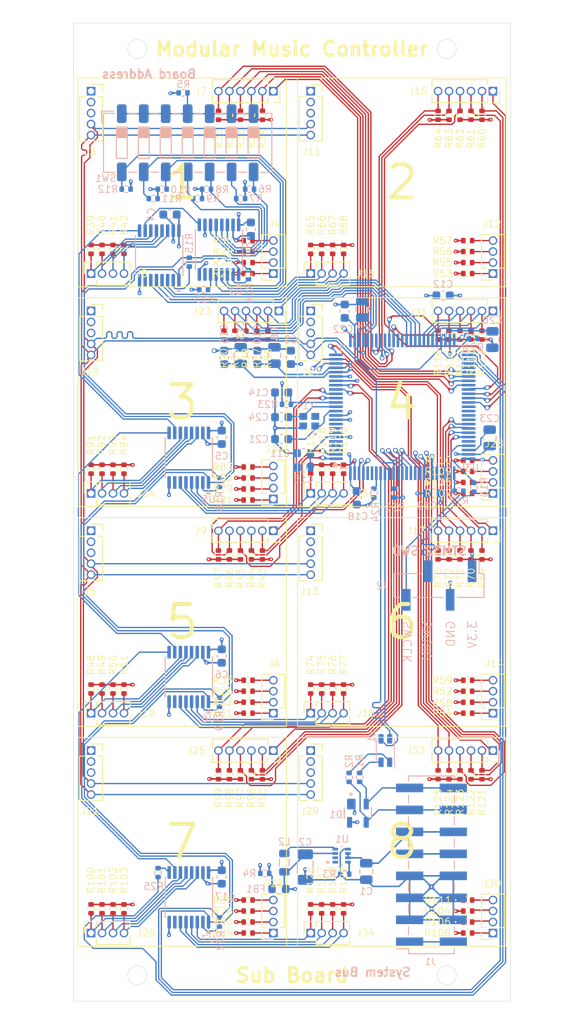
<source format=kicad_pcb>
(kicad_pcb (version 20241229) (generator "pcbnew") (generator_version "9.0")
  (title_block (title "Modular Music Controller / Sub-Board") (date "2025-12-02") (rev "2") (company "Dennis Schulmeister-Zimolong"))
  (layers (0 "F.Cu" signal) (4 "In1.Cu" power) (6 "In2.Cu" power) (2 "B.Cu" signal) (13 "F.Paste" user) (15 "B.Paste" user) (5 "F.SilkS" user "F.Silkscreen") (7 "B.SilkS" user "B.Silkscreen") (1 "F.Mask" user) (3 "B.Mask" user) (25 "Edge.Cuts" user))
  (net 0 "")
  (net 1 "GND")
  (net 2 "/System Bus/+5V")
  (net 3 "/Board Address/+3.3V Digital")
  (net 4 "/Power Supply/+3.3V Analog")
  (net 5 "/Power Supply/AREF")
  (net 6 "/STM32-MCU/NRST")
  (net 7 "/STM32-MCU/VCAP1")
  (net 8 "/STM32-MCU/PH0")
  (net 9 "/STM32-MCU/VCAP2")
  (net 10 "/STM32-MCU/PH1")
  (net 11 "/STM32-MCU/SWDIO")
  (net 12 "/STM32-MCU/SWCLK")
  (net 13 "/STM32-MCU/SlotBus.Clock")
  (net 14 "/STM32-MCU/SlotBus.Data")
  (net 15 "/STM32-MCU/Slot0.Addr3")
  (net 16 "/STM32-MCU/Slot0.Addr2")
  (net 17 "/STM32-MCU/Slot0.Addr1")
  (net 18 "/STM32-MCU/Slot0.Addr0")
  (net 19 "/STM32-MCU/Slot4.Addr0")
  (net 20 "/STM32-MCU/Slot4.Addr3")
  (net 21 "/STM32-MCU/Slot4.Addr1")
  (net 22 "/STM32-MCU/Slot4.Addr2")
  (net 23 "/STM32-MCU/Slot0.A1")
  (net 24 "/STM32-MCU/Slot0.B")
  (net 25 "/STM32-MCU/Slot0.LED")
  (net 26 "/STM32-MCU/Slot0.A0")
  (net 27 "/STM32-MCU/Slot0.C")
  (net 28 "/STM32-MCU/Slot0.A")
  (net 29 "/STM32-MCU/Slot0.Typ3")
  (net 30 "/STM32-MCU/Slot0.Typ1")
  (net 31 "/STM32-MCU/Slot0.Typ0")
  (net 32 "/STM32-MCU/Slot0.Typ2")
  (net 33 "/STM32-MCU/Slot4.C")
  (net 34 "/STM32-MCU/Slot4.B")
  (net 35 "/STM32-MCU/Slot4.A1")
  (net 36 "/STM32-MCU/Slot4.LED")
  (net 37 "/STM32-MCU/Slot4.A0")
  (net 38 "/STM32-MCU/Slot4.A")
  (net 39 "/STM32-MCU/Slot4.Typ3")
  (net 40 "/STM32-MCU/Slot4.Typ1")
  (net 41 "/STM32-MCU/Slot4.Typ2")
  (net 42 "/STM32-MCU/Slot4.Typ0")
  (net 43 "/STM32-MCU/Slot1.Addr1")
  (net 44 "/STM32-MCU/Slot1.Addr0")
  (net 45 "/STM32-MCU/Slot1.Addr2")
  (net 46 "/STM32-MCU/Slot1.Addr3")
  (net 47 "/STM32-MCU/Slot5.Addr3")
  (net 48 "/STM32-MCU/Slot5.Addr0")
  (net 49 "/STM32-MCU/Slot5.Addr2")
  (net 50 "/STM32-MCU/Slot5.Addr1")
  (net 51 "/STM32-MCU/Slot1.C")
  (net 52 "/STM32-MCU/Slot1.LED")
  (net 53 "/STM32-MCU/Slot1.A0")
  (net 54 "/STM32-MCU/Slot1.B")
  (net 55 "/STM32-MCU/Slot1.A")
  (net 56 "/STM32-MCU/Slot1.A1")
  (net 57 "/STM32-MCU/Slot1.Typ2")
  (net 58 "/STM32-MCU/Slot1.Typ3")
  (net 59 "/STM32-MCU/Slot1.Typ1")
  (net 60 "/STM32-MCU/Slot1.Typ0")
  (net 61 "/STM32-MCU/Slot5.C")
  (net 62 "/STM32-MCU/Slot5.LED")
  (net 63 "/STM32-MCU/Slot5.A0")
  (net 64 "/STM32-MCU/Slot5.B")
  (net 65 "/STM32-MCU/Slot5.A")
  (net 66 "/STM32-MCU/Slot5.A1")
  (net 67 "/STM32-MCU/Slot5.Typ1")
  (net 68 "/STM32-MCU/Slot5.Typ0")
  (net 69 "/STM32-MCU/Slot5.Typ3")
  (net 70 "/STM32-MCU/Slot5.Typ2")
  (net 71 "/STM32-MCU/Slot2.Addr1")
  (net 72 "/STM32-MCU/Slot2.Addr3")
  (net 73 "/STM32-MCU/Slot2.Addr2")
  (net 74 "/STM32-MCU/Slot2.Addr0")
  (net 75 "/STM32-MCU/Slot6.Addr2")
  (net 76 "/STM32-MCU/Slot6.Addr0")
  (net 77 "/STM32-MCU/Slot6.Addr3")
  (net 78 "/STM32-MCU/Slot6.Addr1")
  (net 79 "/STM32-MCU/Slot2.A")
  (net 80 "/STM32-MCU/Slot2.A1")
  (net 81 "/STM32-MCU/Slot2.A0")
  (net 82 "/STM32-MCU/Slot2.B")
  (net 83 "/STM32-MCU/Slot2.C")
  (net 84 "/STM32-MCU/Slot2.LED")
  (net 85 "/STM32-MCU/Slot2.Typ1")
  (net 86 "/STM32-MCU/Slot2.Typ0")
  (net 87 "/STM32-MCU/Slot2.Typ2")
  (net 88 "/STM32-MCU/Slot2.Typ3")
  (net 89 "/STM32-MCU/Slot6.A0")
  (net 90 "/STM32-MCU/Slot6.A")
  (net 91 "/STM32-MCU/Slot6.LED")
  (net 92 "/STM32-MCU/Slot6.B")
  (net 93 "/STM32-MCU/Slot6.C")
  (net 94 "/STM32-MCU/Slot6.A1")
  (net 95 "/STM32-MCU/Slot6.Typ3")
  (net 96 "/STM32-MCU/Slot6.Typ0")
  (net 97 "/STM32-MCU/Slot6.Typ1")
  (net 98 "/STM32-MCU/Slot6.Typ2")
  (net 99 "/STM32-MCU/Slot3.Addr3")
  (net 100 "/STM32-MCU/Slot3.Addr0")
  (net 101 "/STM32-MCU/Slot3.Addr1")
  (net 102 "/STM32-MCU/Slot3.Addr2")
  (net 103 "/STM32-MCU/Slot7.Addr3")
  (net 104 "/STM32-MCU/Slot7.Addr0")
  (net 105 "/STM32-MCU/Slot7.Addr2")
  (net 106 "/STM32-MCU/Slot7.Addr1")
  (net 107 "/STM32-MCU/Slot3.A")
  (net 108 "/STM32-MCU/Slot3.B")
  (net 109 "/STM32-MCU/Slot3.A0")
  (net 110 "/STM32-MCU/Slot3.A1")
  (net 111 "/STM32-MCU/Slot3.C")
  (net 112 "/STM32-MCU/Slot3.LED")
  (net 113 "/STM32-MCU/Slot3.Typ2")
  (net 114 "/STM32-MCU/Slot3.Typ1")
  (net 115 "/STM32-MCU/Slot3.Typ0")
  (net 116 "/STM32-MCU/Slot3.Typ3")
  (net 117 "/STM32-MCU/Slot7.C")
  (net 118 "/STM32-MCU/Slot7.LED")
  (net 119 "/STM32-MCU/Slot7.A1")
  (net 120 "/STM32-MCU/Slot7.B")
  (net 121 "/STM32-MCU/Slot7.A0")
  (net 122 "/STM32-MCU/Slot7.A")
  (net 123 "/STM32-MCU/Slot7.Typ2")
  (net 124 "/STM32-MCU/Slot7.Typ1")
  (net 125 "/STM32-MCU/Slot7.Typ0")
  (net 126 "/STM32-MCU/Slot7.Typ3")
  (net 127 "/STM32-MCU/SystemBus.Data")
  (net 128 "/STM32-MCU/SystemBus.Clock")
  (net 129 "Net-(U1-SW)")
  (net 130 "Net-(R5-Pad2)")
  (net 131 "/Board Address/BoardAddress6")
  (net 132 "/Board Address/BoardAddress5")
  (net 133 "/Board Address/BoardAddress4")
  (net 134 "/Board Address/BoardAddress3")
  (net 135 "/Board Address/BoardAddress2")
  (net 136 "/Board Address/BoardAddress1")
  (net 137 "/Board Address/BoardAddress0")
  (net 138 "/Board Address/BoardAddress7")
  (net 139 "/STM32-MCU/Config.Clock")
  (net 140 "Net-(U2-CP)")
  (net 141 "Net-(U4-CP)")
  (net 142 "Net-(U3-PA13)")
  (net 143 "Net-(U3-PA14)")
  (net 144 "Net-(U5-CP)")
  (net 145 "Net-(U6-CP)")
  (net 146 "Net-(U7-CP)")
  (net 147 "/STM32-MCU/BOOT0")
  (net 148 "/STM32-MCU/Config.Data")
  (net 149 "Net-(U7-Q7)")
  (net 153 "/STM32-MCU/Config.Out1")
  (net 154 "/STM32-MCU/Config.Latch")
  (net 177 "/STM32-MCU/Config.Out2")
  (net 178 "/STM32-MCU/Config.Out3")
  (net 180 "/STM32-MCU/Config.Out4")
  (net 183 "/System Bus/+12V")
  (net 184 "/System Bus/-12V")
  (net 186 "/System Bus/SystemBus-Data")
  (net 187 "/System Bus/SystemBus-Clock")
  (net 188 "/Power Supply/MODE{slash}S-CONF")
  (net 189 "Net-(L1-Pad4)")
  (net 190 "Net-(L1-Pad1)")
  (footprint "Resistor_SMD:R_0402_1005Metric" (layer "F.Cu") (at 147.701 74.17 90)
    (property "Reference" "R113")
    (property "Value" "10k")
  )
  (footprint "Resistor_SMD:R_0402_1005Metric" (layer "F.Cu") (at 121.922 140.716)
    (property "Reference" "R78")
    (property "Value" "10k")
  )
  (footprint "Resistor_SMD:R_0402_1005Metric" (layer "F.Cu") (at 130.429 64.264 -90)
    (property "Reference" "R66")
    (property "Value" "10k")
  )
  (footprint "Resistor_SMD:R_0402_1005Metric" (layer "F.Cu") (at 143.891 99.57 90)
    (property "Reference" "R73")
    (property "Value" "10k")
  )
  (footprint "Resistor_SMD:R_0402_1005Metric" (layer "F.Cu") (at 118.491 124.97 90)
    (property "Reference" "R99")
    (property "Value" "10k")
  )
  (footprint "Resistor_SMD:R_0402_1005Metric" (layer "F.Cu") (at 131.699 64.264 -90)
    (property "Reference" "R67")
    (property "Value" "10k")
  )
  (footprint "Resistor_SMD:R_0402_1005Metric" (layer "F.Cu") (at 147.322 63.246 180)
    (property "Reference" "R57")
    (property "Value" "10k")
  )
  (footprint "Connector_PinSocket_1.27mm:PinSocket_1x06_P1.27mm_Vertical" (layer "F.Cu") (at 150.24 122.175 -90)
    (property "Reference" "J33")
    (property "Value" "Samtec RSM-106-02-L-S")
  )
  (footprint "Resistor_SMD:R_0402_1005Metric" (layer "F.Cu") (at 143.891 48.77 90)
    (property "Reference" "R64")
    (property "Value" "10k")
  )
  (footprint "Resistor_SMD:R_0402_1005Metric" (layer "F.Cu") (at 103.759 64.26 -90)
    (property "Reference" "R39")
    (property "Value" "10k")
  )
  (footprint "Resistor_SMD:R_0402_1005Metric" (layer "F.Cu") (at 148.971 48.77 90)
    (property "Reference" "R60")
    (property "Value" "10k")
  )
  (footprint "Resistor_SMD:R_0402_1005Metric" (layer "F.Cu") (at 119.761 99.57 90)
    (property "Reference" "R46")
    (property "Value" "10k")
  )
  (footprint "Resistor_SMD:R_0402_1005Metric" (layer "F.Cu") (at 146.431 74.17 90)
    (property "Reference" "R114")
    (property "Value" "10k")
  )
  (footprint "Resistor_SMD:R_0402_1005Metric" (layer "F.Cu") (at 119.761 48.77 90)
    (property "Reference" "R37")
    (property "Value" "10k")
  )
  (footprint "Resistor_SMD:R_0402_1005Metric" (layer "F.Cu") (at 124.206 74.168 90)
    (property "Reference" "R86")
    (property "Value" "10k")
  )
  (footprint "Resistor_SMD:R_0402_1005Metric" (layer "F.Cu") (at 121.666 74.168 90)
    (property "Reference" "R88")
    (property "Value" "10k")
  )
  (footprint "Resistor_SMD:R_0402_1005Metric" (layer "F.Cu") (at 147.701 99.57 90)
    (property "Reference" "R70")
    (property "Value" "10k")
  )
  (footprint "Resistor_SMD:R_0402_1005Metric" (layer "F.Cu") (at 122.936 74.168 90)
    (property "Reference" "R87")
    (property "Value" "10k")
  )
  (footprint "Connector_PinSocket_1.27mm:PinSocket_1x06_P1.27mm_Vertical" (layer "F.Cu") (at 150.24 71.375 -90)
    (property "Reference" "J31")
    (property "Value" "Samtec RSM-106-02-L-S")
  )
  (footprint "Connector_PinSocket_1.27mm:PinSocket_1x05_P1.27mm_Vertical" (layer "F.Cu") (at 103.76 122.175)
    (property "Reference" "J21")
    (property "Value" "Samtec RSM-105-02-L-S")
  )
  (footprint "Resistor_SMD:R_0402_1005Metric" (layer "F.Cu") (at 121.922 64.516 180)
    (property "Reference" "R29")
    (property "Value" "10k")
  )
  (footprint "Resistor_SMD:R_0402_1005Metric" (layer "F.Cu") (at 145.161 99.568 90)
    (property "Reference" "R72")
    (property "Value" "10k")
  )
  (footprint "Resistor_SMD:R_0402_1005Metric" (layer "F.Cu") (at 148.971 74.17 90)
    (property "Reference" "R112")
    (property "Value" "10k")
  )
  (footprint "Resistor_SMD:R_0402_1005Metric" (layer "F.Cu") (at 123.571 124.972 90)
    (property "Reference" "R95")
    (property "Value" "10k")
  )
  (footprint "Resistor_SMD:R_0402_1005Metric" (layer "F.Cu") (at 148.971 124.97 90)
    (property "Reference" "R121")
    (property "Value" "10k")
  )
  (footprint "Resistor_SMD:R_0402_1005Metric" (layer "F.Cu") (at 147.32 65.786 180)
    (property "Reference" "R55")
    (property "Value" "10k")
  )
  (footprint "Resistor_SMD:R_0402_1005Metric" (layer "F.Cu") (at 123.571 48.77 90)
    (property "Reference" "R34")
    (property "Value" "10k")
  )
  (footprint "Resistor_SMD:R_0402_1005Metric" (layer "F.Cu") (at 143.891 124.97 90)
    (property "Reference" "R125")
    (property "Value" "10k")
  )
  (footprint "Resistor_SMD:R_0402_1005Metric" (layer "F.Cu") (at 147.322 92.456)
    (property "Reference" "R107")
    (property "Value" "10k")
  )
  (footprint "Resistor_SMD:R_0402_1005Metric" (layer "F.Cu") (at 122.301 124.97 90)
    (property "Reference" "R96")
    (property "Value" "10k")
  )
  (footprint "Connector_PinSocket_1.27mm:PinSocket_1x04_P1.27mm_Vertical" (layer "F.Cu") (at 124.84 67.055 180)
    (property "Reference" "J4")
    (property "Value" "Samtec RSM-104-02-L-S")
  )
  (footprint "Resistor_SMD:R_0402_1005Metric" (layer "F.Cu") (at 131.699 89.664 -90)
    (property "Reference" "R119")
    (property "Value" "10k")
  )
  (footprint "Resistor_SMD:R_0402_1005Metric" (layer "F.Cu") (at 118.491 48.77 90)
    (property "Reference" "R38")
    (property "Value" "10k")
  )
  (footprint "Resistor_SMD:R_0402_1005Metric" (layer "F.Cu") (at 121.922 139.446 180)
    (property "Reference" "R85")
    (property "Value" "10k")
  )
  (footprint "Resistor_SMD:R_0402_1005Metric" (layer "F.Cu") (at 121.922 116.586 180)
    (property "Reference" "R32")
    (property "Value" "10k")
  )
  (footprint "Resistor_SMD:R_0402_1005Metric" (layer "F.Cu") (at 145.161 48.77 90)
    (property "Reference" "R63")
    (property "Value" "10k")
  )
  (footprint "Connector_PinSocket_1.27mm:PinSocket_1x04_P1.27mm_Vertical" (layer "F.Cu") (at 150.24 67.055 180)
    (property "Reference" "J12")
    (property "Value" "Samtec RSM-104-02-L-S")
  )
  (footprint "Resistor_SMD:R_0402_1005Metric" (layer "F.Cu") (at 121.922 117.856 180)
    (property "Reference" "R31")
    (property "Value" "10k")
  )
  (footprint "Resistor_SMD:R_0402_1005Metric" (layer "F.Cu") (at 147.32 64.516 180)
    (property "Reference" "R56")
    (property "Value" "10k")
  )
  (footprint "Resistor_SMD:R_0402_1005Metric" (layer "F.Cu") (at 121.92 89.408 180)
    (property "Reference" "R83")
    (property "Value" "10k")
  )
  (footprint "Resistor_SMD:R_0402_1005Metric" (layer "F.Cu") (at 107.569 64.26 -90)
    (property "Reference" "R42")
    (property "Value" "10k")
  )
  (footprint "Resistor_SMD:R_0402_1005Metric" (layer "F.Cu") (at 105.029 115.064 -90)
    (property "Reference" "R49")
    (property "Value" "10k")
  )
  (footprint "Resistor_SMD:R_0402_1005Metric" (layer "F.Cu") (at 121.92 90.678 180)
    (property "Reference" "R82")
    (property "Value" "10k")
  )
  (footprint "Resistor_SMD:R_0402_1005Metric" (layer "F.Cu") (at 129.159 64.264 -90)
    (property "Reference" "R65")
    (property "Value" "10k")
  )
  (footprint "Resistor_SMD:R_0402_1005Metric" (layer "F.Cu") (at 147.322 139.446 180)
    (property "Reference" "R111")
    (property "Value" "10k")
  )
  (footprint "Resistor_SMD:R_0402_1005Metric" (layer "F.Cu") (at 146.431 124.97 90)
    (property "Reference" "R123")
    (property "Value" "10k")
  )
  (footprint "Connector_PinSocket_1.27mm:PinSocket_1x06_P1.27mm_Vertical" (layer "F.Cu") (at 124.84 122.175 -90)
    (property "Reference" "J25")
    (property "Value" "Samtec RSM-106-02-L-S")
  )
  (footprint "Resistor_SMD:R_0402_1005Metric" (layer "F.Cu") (at 147.701 48.768 90)
    (property "Reference" "R61")
    (property "Value" "10k")
  )
  (footprint "Resistor_SMD:R_0402_1005Metric" (layer "F.Cu") (at 147.32 143.256)
    (property "Reference" "R108")
    (property "Value" "10k")
  )
  (footprint "Resistor_SMD:R_0402_1005Metric" (layer "F.Cu") (at 147.322 115.316)
    (property "Reference" "R52")
    (property "Value" "10k")
  )
  (footprint "Connector_PinSocket_1.27mm:PinSocket_1x04_P1.27mm_Vertical" (layer "F.Cu") (at 129.16 143.255 90)
    (property "Reference" "J34")
    (property "Value" "Samtec RSM-104-02-L-S")
  )
  (footprint "Resistor_SMD:R_0402_1005Metric" (layer "F.Cu") (at 147.32 140.716)
    (property "Reference" "R104")
    (property "Value" "10k")
  )
  (footprint "Resistor_SMD:R_0402_1005Metric" (layer "F.Cu") (at 121.031 124.97 90)
    (property "Reference" "R97")
    (property "Value" "10k")
  )
  (footprint "Resistor_SMD:R_0402_1005Metric" (layer "F.Cu") (at 122.301 48.77 90)
    (property "Reference" "R35")
    (property "Value" "10k")
  )
  (footprint "Connector_PinSocket_1.27mm:PinSocket_1x05_P1.27mm_Vertical" (layer "F.Cu") (at 103.76 45.975)
    (property "Reference" "J3")
    (property "Value" "Samtec RSM-105-02-L-S")
  )
  (footprint "Connector_PinSocket_1.27mm:PinSocket_1x04_P1.27mm_Vertical" (layer "F.Cu") (at 103.76 117.855 90)
    (property "Reference" "J10")
    (property "Value" "Samtec RSM-104-02-L-S")
  )
  (footprint "Resistor_SMD:R_0402_1005Metric" (layer "F.Cu") (at 107.569 115.064 -90)
    (property "Reference" "R51")
    (property "Value" "10k")
  )
  (footprint "Connector_PinSocket_1.27mm:PinSocket_1x05_P1.27mm_Vertical" (layer "F.Cu") (at 129.16 122.175)
    (property "Reference" "J29")
    (property "Value" "Samtec RSM-105-02-L-S")
  )
  (footprint "Connector_PinSocket_1.27mm:PinSocket_1x04_P1.27mm_Vertical" (layer "F.Cu") (at 124.84 143.255 180)
    (property "Reference" "J22")
    (property "Value" "Samtec RSM-104-02-L-S")
  )
  (footprint "Resistor_SMD:R_0402_1005Metric" (layer "F.Cu") (at 103.759 140.464 -90)
    (property "Reference" "R100")
    (property "Value" "10k")
  )
  (footprint "Resistor_SMD:R_0402_1005Metric" (layer "F.Cu") (at 132.969 64.264 -90)
    (property "Reference" "R68")
    (property "Value" "10k")
  )
  (footprint "Resistor_SMD:R_0402_1005Metric" (layer "F.Cu") (at 107.569 140.464 -90)
    (property "Reference" "R103")
    (property "Value" "10k")
  )
  (footprint "Connector_PinSocket_1.27mm:PinSocket_1x06_P1.27mm_Vertical" (layer "F.Cu") (at 150.24 96.775 -90)
    (property "Reference" "J17")
    (property "Value" "Samtec RSM-106-02-L-S")
  )
  (footprint "Connector_PinSocket_1.27mm:PinSocket_1x04_P1.27mm_Vertical" (layer "F.Cu") (at 129.16 117.855 90)
    (property "Reference" "J18")
    (property "Value" "Samtec RSM-104-02-L-S")
  )
  (footprint "Resistor_SMD:R_0402_1005Metric" (layer "F.Cu") (at 121.922 67.056 180)
    (property "Reference" "R27")
    (property "Value" "10k")
  )
  (footprint "Resistor_SMD:R_0402_1005Metric" (layer "F.Cu") (at 105.029 89.664 -90)
    (property "Reference" "R92")
    (property "Value" "10k")
  )
  (footprint "Resistor_SMD:R_0402_1005Metric" (layer "F.Cu") (at 130.429 140.464 -90)
    (property "Reference" "R127")
    (property "Value" "10k")
  )
  (footprint "Connector_PinSocket_1.27mm:PinSocket_1x04_P1.27mm_Vertical" (layer "F.Cu") (at 150.24 143.255 180)
    (property "Reference" "J30")
    (property "Value" "Samtec RSM-104-02-L-S")
  )
  (footprint "Connector_PinSocket_1.27mm:PinSocket_1x04_P1.27mm_Vertical" (layer "F.Cu") (at 150.24 92.455 180)
    (property "Reference" "J28")
    (property "Value" "Samtec RSM-104-02-L-S")
  )
  (footprint "Resistor_SMD:R_0402_1005Metric" (layer "F.Cu") (at 106.299 140.464 -90)
    (property "Reference" "R102")
    (property "Value" "10k")
  )
  (footprint "Resistor_SMD:R_0402_1005Metric" (layer "F.Cu") (at 147.322 114.046 180)
    (property "Reference" "R59")
    (property "Value" "10k")
  )
  (footprint "Resistor_SMD:R_0402_1005Metric" (layer "F.Cu") (at 121.92 91.948)
    (property "Reference" "R79")
    (property "Value" "10k")
  )
  (footprint "Resistor_SMD:R_0402_1005Metric" (layer "F.Cu") (at 121.031 99.57 90)
    (property "Reference" "R45")
    (property "Value" "10k")
  )
  (footprint "Resistor_SMD:R_0402_1005Metric" (layer "F.Cu") (at 121.922 114.046 180)
    (property "Reference" "R33")
    (property "Value" "10k")
  )
  (footprint "Resistor_SMD:R_0402_1005Metric" (layer "F.Cu") (at 105.029 140.464 -90)
    (property "Reference" "R101")
    (property "Value" "10k")
  )
  (footprint "Resistor_SMD:R_0402_1005Metric" (layer "F.Cu") (at 106.299 115.064 -90)
    (property "Reference" "R50")
    (property "Value" "10k")
  )
  (footprint "Resistor_SMD:R_0402_1005Metric" (layer "F.Cu") (at 122.301 99.57 90)
    (property "Reference" "R44")
    (property "Value" "10k")
  )
  (footprint "Resistor_SMD:R_0402_1005Metric" (layer "F.Cu") (at 143.891 74.17 90)
    (property "Reference" "R116")
    (property "Value" "10k")
  )
  (footprint "Resistor_SMD:R_0402_1005Metric" (layer "F.Cu") (at 132.969 140.464 -90)
    (property "Reference" "R129")
    (property "Value" "10k")
  )
  (footprint "Resistor_SMD:R_0402_1005Metric" (layer "F.Cu") (at 147.322 116.586 180)
    (property "Reference" "R58")
    (property "Value" "10k")
  )
  (footprint "Resistor_SMD:R_0402_1005Metric" (layer "F.Cu") (at 121.92 93.218 180)
    (property "Reference" "R81")
    (property "Value" "10k")
  )
  (footprint "Resistor_SMD:R_0402_1005Metric" (layer "F.Cu") (at 121.922 143.256 180)
    (property "Reference" "R84")
    (property "Value" "10k")
  )
  (footprint "Resistor_SMD:R_0402_1005Metric" (layer "F.Cu") (at 103.759 115.064 -90)
    (property "Reference" "R48")
    (property "Value" "10k")
  )
  (footprint "Resistor_SMD:R_0402_1005Metric" (layer "F.Cu") (at 145.161 74.17 90)
    (property "Reference" "R115")
    (property "Value" "10k")
  )
  (footprint "Resistor_SMD:R_0402_1005Metric" (layer "F.Cu") (at 118.491 99.57 90)
    (property "Reference" "R47")
    (property "Value" "10k")
  )
  (footprint "Resistor_SMD:R_0402_1005Metric" (layer "F.Cu") (at 120.396 74.168 90)
    (property "Reference" "R89")
    (property "Value" "10k")
  )
  (footprint "Resistor_SMD:R_0402_1005Metric" (layer "F.Cu") (at 147.322 88.646 180)
    (property "Reference" "R110")
    (property "Value" "10k")
  )
  (footprint "Connector_PinSocket_1.27mm:PinSocket_1x05_P1.27mm_Vertical" (layer "F.Cu") (at 103.76 71.375)
    (property "Reference" "J19")
    (property "Value" "Samtec RSM-105-02-L-S")
  )
  (footprint "Resistor_SMD:R_0402_1005Metric" (layer "F.Cu") (at 147.322 91.186)
    (property "Reference" "R105")
    (property "Value" "10k")
  )
  (footprint "Connector_PinSocket_1.27mm:PinSocket_1x05_P1.27mm_Vertical" (layer "F.Cu") (at 103.76 96.775)
    (property "Reference" "J5")
    (property "Value" "Samtec RSM-105-02-L-S")
  )
  (footprint "Connector_PinSocket_1.27mm:PinSocket_1x04_P1.27mm_Vertical" (layer "F.Cu") (at 103.76 143.255 90)
    (property "Reference" "J26")
    (property "Value" "Samtec RSM-104-02-L-S")
  )
  (footprint "Resistor_SMD:R_0402_1005Metric" (layer "F.Cu") (at 121.031 48.77 90)
    (property "Reference" "R36")
    (property "Value" "10k")
  )
  (footprint "Resistor_SMD:R_0402_1005Metric" (layer "F.Cu") (at 131.699 140.464 -90)
    (property "Reference" "R128")
    (property "Value" "10k")
  )
  (footprint "Resistor_SMD:R_0402_1005Metric" (layer "F.Cu") (at 106.299 89.664 -90)
    (property "Reference" "R93")
    (property "Value" "10k")
  )
  (footprint "Resistor_SMD:R_0402_1005Metric" (layer "F.Cu") (at 131.699 115.064 -90)
    (property "Reference" "R76")
    (property "Value" "10k")
  )
  (footprint "Resistor_SMD:R_0402_1005Metric" (layer "F.Cu") (at 121.922 65.786 180)
    (property "Reference" "R28")
    (property "Value" "10k")
  )
  (footprint "Resistor_SMD:R_0402_1005Metric" (layer "F.Cu") (at 130.429 89.664 -90)
    (property "Reference" "R118")
    (property "Value" "10k")
  )
  (footprint "Resistor_SMD:R_0402_1005Metric" (layer "F.Cu") (at 146.431 99.568 90)
    (property "Reference" "R71")
    (property "Value" "10k")
  )
  (footprint "Resistor_SMD:R_0402_1005Metric" (layer "F.Cu") (at 147.701 124.97 90)
    (property "Reference" "R122")
    (property "Value" "10k")
  )
  (footprint "Resistor_SMD:R_0402_1005Metric" (layer "F.Cu") (at 103.759 89.664 -90)
    (property "Reference" "R91")
    (property "Value" "10k")
  )
  (footprint "Resistor_SMD:R_0402_1005Metric" (layer "F.Cu") (at 129.159 115.064 -90)
    (property "Reference" "R74")
    (property "Value" "10k")
  )
  (footprint "Connector_PinSocket_1.27mm:PinSocket_1x06_P1.27mm_Vertical" (layer "F.Cu") (at 125.49 71.375 -90)
    (property "Reference" "J23")
    (property "Value" "Samtec RSM-106-02-L-S")
  )
  (footprint "Resistor_SMD:R_0402_1005Metric" (layer "F.Cu") (at 145.161 124.97 90)
    (property "Reference" "R124")
    (property "Value" "10k")
  )
  (footprint "Resistor_SMD:R_0402_1005Metric" (layer "F.Cu") (at 147.32 67.056)
    (property "Reference" "R53")
    (property "Value" "10k")
  )
  (footprint "Connector_PinSocket_1.27mm:PinSocket_1x04_P1.27mm_Vertical" (layer "F.Cu") (at 150.24 117.855 180)
    (property "Reference" "J14")
    (property "Value" "Samtec RSM-104-02-L-S")
  )
  (footprint "Connector_PinSocket_1.27mm:PinSocket_1x06_P1.27mm_Vertical" (layer "F.Cu") (at 150.24 45.975 -90)
    (property "Reference" "J15")
    (property "Value" "Samtec RSM-106-02-L-S")
  )
  (footprint "Resistor_SMD:R_0402_1005Metric" (layer "F.Cu") (at 146.431 48.768 90)
    (property "Reference" "R62")
    (property "Value" "10k")
  )
  (footprint "Resistor_SMD:R_0402_1005Metric" (layer "F.Cu") (at 123.571 99.57 90)
    (property "Reference" "R43")
    (property "Value" "10k")
  )
  (footprint "Connector_PinSocket_1.27mm:PinSocket_1x04_P1.27mm_Vertical" (layer "F.Cu") (at 129.16 92.455 90)
    (property "Reference" "J32")
    (property "Value" "Samtec RSM-104-02-L-S")
  )
  (footprint "Connector_PinSocket_1.27mm:PinSocket_1x06_P1.27mm_Vertical" (layer "F.Cu") (at 124.84 96.775 -90)
    (property "Reference" "J9")
    (property "Value" "Samtec RSM-106-02-L-S")
  )
  (footprint "Resistor_SMD:R_0402_1005Metric" (layer "F.Cu") (at 129.159 140.464 -90)
    (property "Reference" "R126")
    (property "Value" "10k")
  )
  (footprint "Connector_PinSocket_1.27mm:PinSocket_1x04_P1.27mm_Vertical" (layer "F.Cu") (at 124.84 117.855 180)
    (property "Reference" "J6")
    (property "Value" "Samtec RSM-104-02-L-S")
  )
  (footprint "Resistor_SMD:R_0402_1005Metric" (layer "F.Cu") (at 147.322 117.856)
    (property "Reference" "R54")
    (property "Value" "10k")
  )
  (footprint "Connector_PinSocket_1.27mm:PinSocket_1x05_P1.27mm_Vertical" (layer "F.Cu") (at 129.16 96.775)
    (property "Reference" "J13")
    (property "Value" "Samtec RSM-105-02-L-S")
  )
  (footprint "Connector_PinSocket_1.27mm:PinSocket_1x05_P1.27mm_Vertical" (layer "F.Cu") (at 129.16 45.975)
    (property "Reference" "J11")
    (property "Value" "Samtec RSM-105-02-L-S")
  )
  (footprint "Resistor_SMD:R_0402_1005Metric" (layer "F.Cu") (at 107.569 89.664 -90)
    (property "Reference" "R94")
    (property "Value" "10k")
  )
  (footprint "Resistor_SMD:R_0402_1005Metric" (layer "F.Cu") (at 119.126 74.168 90)
    (property "Reference" "R90")
    (property "Value" "10k")
  )
  (footprint "Resistor_SMD:R_0402_1005Metric" (layer "F.Cu") (at 121.922 63.246 180)
    (property "Reference" "R30")
    (property "Value" "10k")
  )
  (footprint "Resistor_SMD:R_0402_1005Metric" (layer "F.Cu") (at 129.159 89.664 -90)
    (property "Reference" "R117")
    (property "Value" "10k")
  )
  (footprint "Connector_PinSocket_1.27mm:PinSocket_1x04_P1.27mm_Vertical" (layer "F.Cu") (at 103.76 67.055 90)
    (property "Reference" "J8")
    (property "Value" "Samtec RSM-104-02-L-S")
  )
  (footprint "Resistor_SMD:R_0402_1005Metric" (layer "F.Cu") (at 147.32 141.986)
    (property "Reference" "R106")
    (property "Value" "10k")
  )
  (footprint "Resistor_SMD:R_0402_1005Metric" (layer "F.Cu") (at 119.761 124.97 90)
    (property "Reference" "R98")
    (property "Value" "10k")
  )
  (footprint "Connector_PinSocket_1.27mm:PinSocket_1x04_P1.27mm_Vertical" (layer "F.Cu") (at 103.76 92.455 90)
    (property "Reference" "J24")
    (property "Value" "Samtec RSM-104-02-L-S")
  )
  (footprint "Connector_PinSocket_1.27mm:PinSocket_1x06_P1.27mm_Vertical" (layer "F.Cu") (at 124.84 45.975 -90)
    (property "Reference" "J7")
    (property "Value" "Samtec RSM-106-02-L-S")
  )
  (footprint "Resistor_SMD:R_0402_1005Metric" (layer "F.Cu") (at 106.299 64.26 -90)
    (property "Reference" "R41")
    (property "Value" "10k")
  )
  (footprint "Resistor_SMD:R_0402_1005Metric" (layer "F.Cu") (at 148.971 99.568 90)
    (property "Reference" "R69")
    (property "Value" "10k")
  )
  (footprint "Resistor_SMD:R_0402_1005Metric" (layer "F.Cu") (at 121.922 141.986)
    (property "Reference" "R80")
    (property "Value" "10k")
  )
  (footprint "Resistor_SMD:R_0402_1005Metric" (layer "F.Cu") (at 130.429 115.064 -90)
    (property "Reference" "R75")
    (property "Value" "10k")
  )
  (footprint "Resistor_SMD:R_0402_1005Metric" (layer "F.Cu") (at 105.029 64.26 -90)
    (property "Reference" "R40")
    (property "Value" "10k")
  )
  (footprint "Resistor_SMD:R_0402_1005Metric" (layer "F.Cu") (at 132.969 115.064 -90)
    (property "Reference" "R77")
    (property "Value" "10k")
  )
  (footprint "Connector_PinSocket_1.27mm:PinSocket_1x05_P1.27mm_Vertical" (layer "F.Cu") (at 129.16 71.375)
    (property "Reference" "J27")
    (property "Value" "Samtec RSM-105-02-L-S")
  )
  (footprint "Connector_PinSocket_1.27mm:PinSocket_1x04_P1.27mm_Vertical" (layer "F.Cu") (at 124.84 93.105 180)
    (property "Reference" "J20")
    (property "Value" "Samtec RSM-104-02-L-S")
  )
  (footprint "Resistor_SMD:R_0402_1005Metric" (layer "F.Cu") (at 121.92 115.316)
    (property "Reference" "R26")
    (property "Value" "10k")
  )
  (footprint "Connector_PinSocket_1.27mm:PinSocket_1x04_P1.27mm_Vertical" (layer "F.Cu") (at 129.16 67.055 90)
    (property "Reference" "J16")
    (property "Value" "Samtec RSM-104-02-L-S")
  )
  (footprint "Resistor_SMD:R_0402_1005Metric" (layer "F.Cu") (at 132.969 89.664 -90)
    (property "Reference" "R120")
    (property "Value" "10k")
  )
  (footprint "Resistor_SMD:R_0402_1005Metric" (layer "F.Cu") (at 147.322 89.916 180)
    (property "Reference" "R109")
    (property "Value" "10k")
  )
  (footprint "Capacitor_SMD:C_0603_1608Metric" (layer "B.Cu") (at 128.3464 87.8186 180)
    (property "Reference" "C11")
    (property "Value" "100 nF")
  )
  (footprint "Capacitor_SMD:C_0603_1608Metric" (layer "B.Cu") (at 118.872 111.252 -90)
    (property "Reference" "C6")
    (property "Value" "100 nF")
  )
  (footprint "Capacitor_SMD:C_0805_2012Metric" (layer "B.Cu") (at 124.968 76.52 90)
    (property "Reference" "C8")
    (property "Value" "1 µF")
  )
  (footprint "Resistor_SMD:R_0402_1005Metric" (layer "B.Cu") (at 147.957 74.549 180)
    (property "Reference" "R21")
    (property "Value" "2k2")
  )
  (footprint "Resistor_SMD:R_0402_1005Metric" (layer "B.Cu") (at 133.096 136.4488 180)
    (property "Reference" "R3")
    (property "Value" "27.4k")
  )
  (footprint "Capacitor_SMD:C_0805_2012Metric" (layer "B.Cu") (at 149.86 86.045 -90)
    (property "Reference" "C23")
    (property "Value" "2.2 µF")
  )
  (footprint "Capacitor_SMD:C_1206_3216Metric" (layer "B.Cu") (at 128.524 135.6324 -90)
    (property "Reference" "C2")
    (property "Value" "22 µF")
  )
  (footprint "Capacitor_SMD:C_0603_1608Metric" (layer "B.Cu") (at 128.3464 89.4696 180)
    (property "Reference" "C15")
    (property "Value" "100 nF")
  )
  (footprint "Resistor_SMD:R_0402_1005Metric" (layer "B.Cu") (at 116.7794 68.908099)
    (property "Reference" "R13")
    (property "Value" "10k")
  )
  (footprint "Connector_PinHeader_2.54mm:PinHeader_1x04_P2.54mm_Vertical_SMD_Pin1Right" (layer "B.Cu") (at 144.018 103.1026 90)
    (property "Reference" "J2")
    (property "Value" "Harwin M20-8770446")
  )
  (footprint "Capacitor_SMD:C_0805_2012Metric" (layer "B.Cu") (at 135.5852 136.144 -90)
    (property "Reference" "C1")
    (property "Value" "4.7 µF")
  )
  (footprint "Package_SO:TSSOP-16_4.4x5mm_P0.65mm" (layer "B.Cu") (at 115.073 139.1335 90)
    (property "Reference" "U7")
    (property "Value" "Nexperia 74HC165PW,118")
  )
  (footprint "Inductor_SMD:L_CommonMode_Wurth_WE-CNSW-1206" (layer "B.Cu") (at 137.795 122.174 90)
    (property "Reference" "L1")
    (property "Value" "Wuerth 744232090")
  )
  (footprint "CX2016DB26000H0FLJC2:OSC_CX2016DB26000H0FLJC2" (layer "B.Cu") (at 128.9924 84.116 90)
    (property "Reference" "Y1")
    (property "Value" "Kyocera CX2016DB26000H0FLJC2")
  )
  (footprint "Inductor_SMD:L_0805_2012Metric" (layer "B.Cu") (at 126.111 135.1244 -90)
    (property "Reference" "L2")
    (property "Value" "2.2 µH")
  )
  (footprint "Capacitor_SMD:C_0603_1608Metric" (layer "B.Cu") (at 133.096 71.406 -90)
    (property "Reference" "C22")
    (property "Value" "100 nF")
  )
  (footprint "Package_QFP:LQFP-100_14x14mm_P0.5mm" (layer "B.Cu") (at 139.7508 82.4484)
    (property "Reference" "U3")
    (property "Value" "STM32F401VET6")
  )
  (footprint "Resistor_SMD:R_0402_1005Metric" (layer "B.Cu") (at 117.1194 57.3024 180)
    (property "Reference" "R8")
    (property "Value" "10k")
  )
  (footprint "Inductor_SMD:L_0603_1608Metric" (layer "B.Cu") (at 125.476 138.1724 180)
    (property "Reference" "FB1")
    (property "Value" "Laird HZ0603C651R-10")
  )
  (footprint "Capacitor_SMD:C_0603_1608Metric" (layer "B.Cu") (at 122.2404 61.925099 -90)
    (property "Reference" "C3")
    (property "Value" "100 nF")
  )
  (footprint "Resistor_SMD:R_0402_1005Metric" (layer "B.Cu") (at 115.1128 65.7352 -90)
    (property "Reference" "R15")
    (property "Value" "100")
  )
  (footprint "Capacitor_SMD:C_0603_1608Metric" (layer "B.Cu") (at 134.493 92.964 -90)
    (property "Reference" "C18")
    (property "Value" "100 nF")
  )
  (footprint "Resistor_SMD:R_0402_1005Metric" (layer "B.Cu") (at 148.0312 91.7468 -90)
    (property "Reference" "R16")
    (property "Value" "47")
  )
  (footprint "Resistor_SMD:R_0402_1005Metric" (layer "B.Cu") (at 133.604 125.2728 90)
    (property "Reference" "R2")
    (property "Value" "22")
  )
  (footprint "Capacitor_SMD:C_0603_1608Metric" (layer "B.Cu") (at 118.872 85.979 -90)
    (property "Reference" "C5")
    (property "Value" "100 nF")
  )
  (footprint "Resistor_SMD:R_0402_1005Metric" (layer "B.Cu") (at 111.9886 57.3024 180)
    (property "Reference" "R10")
    (property "Value" "10k")
  )
  (footprint "Capacitor_SMD:C_0805_2012Metric" (layer "B.Cu") (at 135.128 71.186 -90)
    (property "Reference" "C7")
    (property "Value" "4.7 µF")
  )
  (footprint "Resistor_SMD:R_0402_1005Metric" (layer "B.Cu") (at 138.8778 92.4244 90)
    (property "Reference" "R20")
    (property "Value" "2k2")
  )
  (footprint "Capacitor_SMD:C_0603_1608Metric" (layer "B.Cu") (at 144.4752 69.596 180)
    (property "Reference" "C12")
    (property "Value" "100 nF")
  )
  (footprint "Resistor_SMD:R_0402_1005Metric" (layer "B.Cu") (at 134.8252 125.2728 90)
    (property "Reference" "R1")
    (property "Value" "22")
  )
  (footprint "Capacitor_SMD:C_0603_1608Metric" (layer "B.Cu") (at 122.968 76.74 90)
    (property "Reference" "C10")
    (property "Value" "100 nF")
  )
  (footprint "Resistor_SMD:R_0402_1005Metric" (layer "B.Cu") (at 121.961 67.182899 -90)
    (property "Reference" "R14")
    (property "Value" "100")
  )
  (footprint "Capacitor_SMD:C_0603_1608Metric" (layer "B.Cu") (at 126.873 76.74 90)
    (property "Reference" "C9")
    (property "Value" "100 nF")
  )
  (footprint "Capacitor_SMD:C_0603_1608Metric" (layer "B.Cu") (at 112.8886 60.2334 180)
    (property "Reference" "C4")
    (property "Value" "100 nF")
  )
  (footprint "Package_SO:TSSOP-16_4.4x5mm_P0.65mm" (layer "B.Cu") (at 118.5574 64.2951 90)
    (property "Reference" "U2")
    (property "Value" "Nexperia 74HC165PW,118")
  )
  (footprint "Resistor_SMD:R_0402_1005Metric" (layer "B.Cu") (at 126.3614 82.169)
    (property "Reference" "R23")
    (property "Value" "10k")
  )
  (footprint "Capacitor_SMD:C_0603_1608Metric" (layer "B.Cu") (at 125.8114 86.1876 180)
    (property "Reference" "C21")
    (property "Value" "18 pF")
  )
  (footprint "Resistor_SMD:R_0402_1005Metric" (layer "B.Cu") (at 121.0584 58.3946)
    (property "Reference" "R7")
    (property "Value" "10k")
  )
  (footprint "Resistor_SMD:R_0402_1005Metric" (layer "B.Cu") (at 118.618 91.186 -90)
    (property "Reference" "R18")
    (property "Value" "100")
  )
  (footprint "Capacitor_SMD:C_0603_1608Metric" (layer "B.Cu") (at 119.158 76.74 90)
    (property "Reference" "C16")
    (property "Value" "100 nF")
  )
  (footprint "Capacitor_SMD:C_0603_1608Metric" (layer "B.Cu") (at 143.396 92.456 180)
    (property "Reference" "C19")
    (property "Value" "100 nF")
  )
  (footprint "Package_SO:TSSOP-16_4.4x5mm_P0.65mm" (layer "B.Cu") (at 111.644 64.9655 90)
    (property "Reference" "U4" (hide yes))
    (property "Value" "Nexperia 74HC165PW,118")
  )
  (footprint "Capacitor_SMD:C_0603_1608Metric" (layer "B.Cu") (at 125.8114 80.7974 180)
    (property "Reference" "C14")
    (property "Value" "100 nF")
  )
  (footprint "TPS629210DRLR:SOT50P160X60-8N" (layer "B.Cu") (at 132.7404 134.3152)
    (property "Reference" "U1")
    (property "Value" "TPS629210DRLR")
  )
  (footprint "Resistor_SMD:R_0402_1005Metric" (layer "B.Cu") (at 146.306 92.202)
    (property "Reference" "R17")
    (property "Value" "47")
  )
  (footprint "Package_SO:TSSOP-16_4.4x5mm_P0.65mm" (layer "B.Cu") (at 115.062 113.665 90)
    (property "Reference" "U6")
    (property "Value" "Nexperia 74HC165PW,118")
  )
  (footprint "Capacitor_SMD:C_0805_2012Metric" (layer "B.Cu") (at 121.063 76.52 90)
    (property "Reference" "C13")
    (property "Value" "1 µF")
  )
  (footprint "Capacitor_SMD:C_0603_1608Metric" (layer "B.Cu") (at 118.872 136.779 -90)
    (property "Reference" "C17")
    (property "Value" "100 nF")
  )
  (footprint "Package_SO:TSSOP-16_4.4x5mm_P0.65mm" (layer "B.Cu") (at 115.062 88.331501 90)
    (property "Reference" "U5")
    (property "Value" "Nexperia 74HC165PW,118")
  )
  (footprint "Button_Switch_SMD:SW_DIP_SPSTx07_Slide_6.7x19.34mm_W6.73mm_P2.54mm_LowProfile_JPin" (layer "B.Cu") (at 114.935 51.943 -90)
    (property "Reference" "SW1")
    (property "Value" "CTS 219-7LPSTR")
  )
  (footprint "Resistor_SMD:R_0402_1005Metric" (layer "B.Cu") (at 123.8504 136.369 180)
    (property "Reference" "R4")
    (property "Value" "22")
  )
  (footprint "Resistor_SMD:R_0402_1005Metric" (layer "B.Cu") (at 118.618 141.987999 -90)
    (property "Reference" "R22")
    (property "Value" "100")
  )
  (footprint "Resistor_SMD:R_0402_1005Metric" (layer "B.Cu") (at 111.506 136.273 -90)
    (property "Reference" "R25")
    (property "Value" "220")
  )
  (footprint "Capacitor_SMD:C_0805_2012Metric" (layer "B.Cu") (at 150.182085 74.678 -90)
    (property "Reference" "C20")
    (property "Value" "2.2 µF")
  )
  (footprint "Resistor_SMD:R_0402_1005Metric" (layer "B.Cu") (at 122.0978 57.3024 180)
    (property "Reference" "R6")
    (property "Value" "10k")
  )
  (footprint "TPD2E001DZDR:SOT192P237X122-4N" (layer "B.Cu") (at 134.62 129.4094 -90)
    (property "Reference" "D1")
    (property "Value" "TPD2E001DZDR")
  )
  (footprint "Resistor_SMD:R_0402_1005Metric" (layer "B.Cu") (at 107.823 57.3024)
    (property "Reference" "R12")
    (property "Value" "10k")
  )
  (footprint "Resistor_SMD:R_0402_1005Metric" (layer "B.Cu") (at 114.4016 46.1772)
    (property "Reference" "R5")
    (property "Value" "100k")
  )
  (footprint "Resistor_SMD:R_0402_1005Metric" (layer "B.Cu") (at 136.4648 92.4244 90)
    (property "Reference" "R24")
    (property "Value" "10k")
  )
  (footprint "Connector_PinHeader_2.54mm:PinHeader_2x08_P2.54mm_Vertical_SMD" (layer "B.Cu") (at 143.129 135.382)
    (property "Reference" "J1")
    (property "Value" "Harwin M20-8760846")
  )
  (footprint "Resistor_SMD:R_0402_1005Metric" (layer "B.Cu") (at 118.618 116.586 -90)
    (property "Reference" "R19")
    (property "Value" "100")
  )
  (footprint "Capacitor_SMD:C_0603_1608Metric" (layer "B.Cu") (at 125.8114 83.6476 180)
    (property "Reference" "C24")
    (property "Value" "18 pF")
  )
  (footprint "Resistor_SMD:R_0402_1005Metric" (layer "B.Cu") (at 116.08 58.3946)
    (property "Reference" "R9")
    (property "Value" "10k")
  )
  (footprint "Resistor_SMD:R_0402_1005Metric" (layer "B.Cu") (at 110.9492 58.3946)
    (property "Reference" "R11")
    (property "Value" "10k")
  )
  (gr_rect (start 127.635 69.85) (end 151.765 93.98) (stroke (width 0.1)) (fill no) (layer "F.SilkS"))
  (gr_rect (start 102.235 120.65) (end 126.365 144.78) (stroke (width 0.1)) (fill no) (layer "F.SilkS"))
  (gr_rect (start 127.635 95.25) (end 151.765 119.38) (stroke (width 0.1)) (fill no) (layer "F.SilkS"))
  (gr_rect (start 102.235 69.85) (end 126.365 93.98) (stroke (width 0.1)) (fill no) (layer "F.SilkS"))
  (gr_rect (start 102.235 95.25) (end 126.365 119.38) (stroke (width 0.1)) (fill no) (layer "F.SilkS"))
  (gr_rect (start 127.635 44.45) (end 151.765 68.58) (stroke (width 0.1)) (fill no) (layer "F.SilkS"))
  (gr_rect (start 102.235 44.45) (end 126.365 68.58) (stroke (width 0.1)) (fill no) (layer "F.SilkS"))
  (gr_rect (start 127.635 120.65) (end 151.765 144.78) (stroke (width 0.1)) (fill no) (layer "F.SilkS"))
  (gr_circle (center 109.1 148.13) (end 110.19982 148.13) (stroke (width 0.05)) (fill no) (layer "Edge.Cuts"))
  (gr_circle (center 144.9 148.13) (end 145.99982 148.13) (stroke (width 0.05)) (fill no) (layer "Edge.Cuts"))
  (gr_circle (center 144.9 41.1) (end 145.99982 41.1) (stroke (width 0.05)) (fill no) (layer "Edge.Cuts"))
  (gr_line (start 101.727 151.13) (end 101.727 38.1) (stroke (width 0.05)) (layer "Edge.Cuts"))
  (gr_line (start 152.273 38.1) (end 152.273 151.13) (stroke (width 0.05)) (layer "Edge.Cuts"))
  (gr_circle (center 109.1 41.1) (end 110.19982 41.1) (stroke (width 0.05)) (fill no) (layer "Edge.Cuts"))
  (gr_line (start 101.727 38.1) (end 152.273 38.1) (stroke (width 0.05)) (layer "Edge.Cuts"))
  (gr_line (start 152.273 151.13) (end 101.727 151.13) (stroke (width 0.05)) (layer "Edge.Cuts"))
  (gr_text "4" (at 139.7 81.915 0) (layer "F.SilkS") (effects (font (size 3.81 3.81) (thickness 0.47625))))
  (gr_text "Modular Music Controller" (at 127 41.1 0) (layer "F.SilkS") (effects (font (size 1.651 1.651) (thickness 0.3302) (bold yes))))
  (gr_text "6" (at 139.7 107.315 0) (layer "F.SilkS") (effects (font (size 3.81 3.81) (thickness 0.47625))))
  (gr_text "5" (at 114.3 107.315 0) (layer "F.SilkS") (effects (font (size 3.81 3.81) (thickness 0.47625))))
  (gr_text "8" (at 139.7 132.715 0) (layer "F.SilkS") (effects (font (size 3.81 3.81) (thickness 0.47625))))
  (gr_text "7" (at 114.3 132.715 0) (layer "F.SilkS") (effects (font (size 3.81 3.81) (thickness 0.47625))))
  (gr_text "3" (at 114.3 81.915 0) (layer "F.SilkS") (effects (font (size 3.81 3.81) (thickness 0.47625))))
  (gr_text "1" (at 114.3 56.515 0) (layer "F.SilkS") (effects (font (size 3.81 3.81) (thickness 0.47625))))
  (gr_text "Sub Board" (at 127 148.13 0) (layer "F.SilkS") (effects (font (size 1.651 1.651) (thickness 0.3302) (bold yes))))
  (gr_text "2" (at 139.7 56.515 0) (layer "F.SilkS") (effects (font (size 3.81 3.81) (thickness 0.47625))))
  (gr_text "Board Address" (at 104.902 44.577 0) (layer "B.SilkS") (effects (font (size 1 1) (thickness 0.2) (bold yes)) (justify right bottom mirror)))
  (gr_text "3.3V" (at 147.859 107.0996 90) (layer "B.SilkS") (effects (font (size 1 1) (thickness 0.1016)) (justify left mirror)))
  (gr_text "GND" (at 145.359 107.0996 90) (layer "B.SilkS") (effects (font (size 1 1) (thickness 0.1016)) (justify left mirror)))
  (gr_text "STM32 SWD" (at 138.438 99.6926 0) (layer "B.SilkS") (effects (font (size 1 1) (thickness 0.2) (bold yes)) (justify right bottom mirror)))
  (gr_text "SWDIO" (at 142.609 107.0996 90) (layer "B.SilkS") (effects (font (size 1 1) (thickness 0.1016)) (justify left mirror)))
  (gr_text "System Bus" (at 140.843 147.193 0) (layer "B.SilkS") (effects (font (size 1 1) (thickness 0.2) (bold yes)) (justify left top mirror)))
  (gr_text "SWCLK" (at 140.359 107.0996 90) (layer "B.SilkS") (effects (font (size 1 1) (thickness 0.1016)) (justify left mirror)))
  (segment (start 145.161 100.078) (end 143.893 100.078) (width 0.1778) (layer "F.Cu") (net 1))
  (segment (start 106.299 63.75) (end 105.029 63.75) (width 0.1778) (layer "F.Cu") (net 1))
  (segment (start 147.703 100.078) (end 147.701 100.08) (width 0.1778) (layer "F.Cu") (net 1))
  (segment (start 148.971 49.28) (end 147.703 49.28) (width 0.1778) (layer "F.Cu") (net 1))
  (segment (start 122.301 49.28) (end 121.031 49.28) (width 0.1778) (layer "F.Cu") (net 1))
  (segment (start 121.666 74.678) (end 120.396 74.678) (width 0.1778) (layer "F.Cu") (net 1))
  (segment (start 145.925 63.246) (end 146.812 63.246) (width 0.1778) (layer "F.Cu") (net 1))
  (segment (start 125.222 74.676) (end 124.208 74.676) (width 0.1778) (layer "F.Cu") (net 1))
  (segment (start 132.973 114.558) (end 132.969 114.554) (width 0.1778) (layer "F.Cu") (net 1))
  (segment (start 124.587 49.278) (end 123.573 49.278) (width 0.1778) (layer "F.Cu") (net 1))
  (segment (start 118.4616 125.4506) (end 118.491 125.48) (width 0.1778) (layer "F.Cu") (net 1))
  (segment (start 147.701 49.278) (end 146.431 49.278) (width 0.1778) (layer "F.Cu") (net 1))
  (segment (start 145.925 64.516) (end 146.81 64.516) (width 0.1778) (layer "F.Cu") (net 1))
  (segment (start 120.525 114.046) (end 121.412 114.046) (width 0.1778) (layer "F.Cu") (net 1))
  (segment (start 148.971 100.078) (end 147.703 100.078) (width 0.1778) (layer "F.Cu") (net 1))
  (segment (start 119.761 100.08) (end 118.491 100.08) (width 0.1778) (layer "F.Cu") (net 1))
  (segment (start 106.299 139.954) (end 105.029 139.954) (width 0.1778) (layer "F.Cu") (net 1))
  (segment (start 120.523 139.446) (end 121.412 139.446) (width 0.1778) (layer "F.Cu") (net 1))
  (segment (start 122.936 74.678) (end 121.666 74.678) (width 0.1778) (layer "F.Cu") (net 1))
  (segment (start 119.761 125.48) (end 118.491 125.48) (width 0.1778) (layer "F.Cu") (net 1))
  (segment (start 117.4242 125.4506) (end 118.4616 125.4506) (width 0.1778) (layer "F.Cu") (net 1))
  (segment (start 148.975 100.074) (end 148.971 100.078) (width 0.1778) (layer "F.Cu") (net 1))
  (segment (start 105.029 114.554) (end 103.759 114.554) (width 0.1778) (layer "F.Cu") (net 1))
  (segment (start 145.161 74.68) (end 143.891 74.68) (width 0.1778) (layer "F.Cu") (net 1))
  (segment (start 142.9004 49.3014) (end 143.8696 49.3014) (width 0.1778) (layer "F.Cu") (net 1))
  (segment (start 145.923 114.046) (end 146.812 114.046) (width 0.1778) (layer "F.Cu") (net 1))
  (segment (start 148.973 74.678) (end 148.971 74.68) (width 0.1778) (layer "F.Cu") (net 1))
  (segment (start 132.969 89.154) (end 131.699 89.154) (width 0.1778) (layer "F.Cu") (net 1))
  (segment (start 123.573 49.278) (end 123.571 49.28) (width 0.1778) (layer "F.Cu") (net 1))
  (segment (start 149.987 49.276) (end 148.975 49.276) (width 0.1778) (layer "F.Cu") (net 1))
  (segment (start 130.429 114.554) (end 129.159 114.554) (width 0.1778) (layer "F.Cu") (net 1))
  (segment (start 124.208 74.676) (end 124.206 74.678) (width 0.1778) (layer "F.Cu") (net 1))
  (segment (start 120.523 143.256) (end 121.412 143.256) (width 0.1778) (layer "F.Cu") (net 1))
  (segment (start 133.731 89.154) (end 134.239 88.646) (width 0.1778) (layer "F.Cu") (net 1))
  (segment (start 149.987 125.478) (end 148.973 125.478) (width 0.1778) (layer "F.Cu") (net 1))
  (segment (start 120.525 64.516) (end 121.412 64.516) (width 0.1778) (layer "F.Cu") (net 1))
  (segment (start 132.971 63.756) (end 132.969 63.754) (width 0.1778) (layer "F.Cu") (net 1))
  (segment (start 148.973 125.478) (end 148.971 125.48) (width 0.1778) (layer "F.Cu") (net 1))
  (segment (start 129.159 139.954) (end 130.429 139.954) (width 0.1778) (layer "F.Cu") (net 1))
  (segment (start 131.699 63.754) (end 130.429 63.754) (width 0.1778) (layer "F.Cu") (net 1))
  (segment (start 108.585 114.558) (end 107.573 114.558) (width 0.1778) (layer "F.Cu") (net 1))
  (segment (start 148.971 74.68) (end 147.701 74.68) (width 0.1778) (layer "F.Cu") (net 1))
  (segment (start 143.893 100.078) (end 143.891 100.08) (width 0.1778) (layer "F.Cu") (net 1))
  (segment (start 145.925 88.646) (end 146.812 88.646) (width 0.1778) (layer "F.Cu") (net 1))
  (segment (start 121.031 49.28) (end 119.761 49.28) (width 0.1778) (layer "F.Cu") (net 1))
  (segment (start 146.433 100.08) (end 146.431 100.078) (width 0.1778) (layer "F.Cu") (net 1))
  (segment (start 124.206 74.678) (end 122.936 74.678) (width 0.1778) (layer "F.Cu") (net 1))
  (segment (start 108.585 89.156) (end 107.571 89.156) (width 0.1778) (layer "F.Cu") (net 1))
  (segment (start 145.161 49.28) (end 143.891 49.28) (width 0.1778) (layer "F.Cu") (net 1))
  (segment (start 119.761 49.28) (end 118.491 49.28) (width 0.1778) (layer "F.Cu") (net 1))
  (segment (start 106.299 89.154) (end 105.029 89.154) (width 0.1778) (layer "F.Cu") (net 1))
  (segment (start 131.699 89.154) (end 130.429 89.154) (width 0.1778) (layer "F.Cu") (net 1))
  (segment (start 149.987 100.074) (end 148.975 100.074) (width 0.1778) (layer "F.Cu") (net 1))
  (segment (start 143.887 125.476) (end 143.891 125.48) (width 0.1778) (layer "F.Cu") (net 1))
  (segment (start 132.969 89.154) (end 133.731 89.154) (width 0.1778) (layer "F.Cu") (net 1))
  (segment (start 122.303 125.482) (end 122.301 125.48) (width 0.1778) (layer "F.Cu") (net 1))
  (segment (start 147.703 49.28) (end 147.701 49.278) (width 0.1778) (layer "F.Cu") (net 1))
  (segment (start 105.029 139.954) (end 103.759 139.954) (width 0.1778) (layer "F.Cu") (net 1))
  (segment (start 107.571 63.752) (end 107.569 63.75) (width 0.1778) (layer "F.Cu") (net 1))
  (segment (start 145.163 49.278) (end 145.161 49.28) (width 0.1778) (layer "F.Cu") (net 1))
  (segment (start 132.969 114.554) (end 131.699 114.554) (width 0.1778) (layer "F.Cu") (net 1))
  (segment (start 106.299 114.554) (end 105.029 114.554) (width 0.1778) (layer "F.Cu") (net 1))
  (segment (start 120.525 63.246) (end 121.412 63.246) (width 0.1778) (layer "F.Cu") (net 1))
  (segment (start 120.525 117.856) (end 121.412 117.856) (width 0.1778) (layer "F.Cu") (net 1))
  (segment (start 120.523 90.678) (end 121.41 90.678) (width 0.1778) (layer "F.Cu") (net 1))
  (segment (start 132.971 89.156) (end 132.969 89.154) (width 0.1778) (layer "F.Cu") (net 1))
  (segment (start 148.975 49.276) (end 148.971 49.28) (width 0.1778) (layer "F.Cu") (net 1))
  (segment (start 145.925 65.786) (end 146.81 65.786) (width 0.1778) (layer "F.Cu") (net 1))
  (segment (start 146.431 100.078) (end 145.161 100.078) (width 0.1778) (layer "F.Cu") (net 1))
  (segment (start 149.987 74.678) (end 148.973 74.678) (width 0.1778) (layer "F.Cu") (net 1))
  (segment (start 147.701 100.08) (end 146.433 100.08) (width 0.1778) (layer "F.Cu") (net 1))
  (segment (start 107.569 114.554) (end 106.299 114.554) (width 0.1778) (layer "F.Cu") (net 1))
  (segment (start 118.487 100.076) (end 118.491 100.08) (width 0.1778) (layer "F.Cu") (net 1))
  (segment (start 148.971 125.48) (end 147.701 125.48) (width 0.1778) (layer "F.Cu") (net 1))
  (segment (start 121.031 125.48) (end 119.761 125.48) (width 0.1778) (layer "F.Cu") (net 1))
  (segment (start 105.029 89.154) (end 103.759 89.154) (width 0.1778) (layer "F.Cu") (net 1))
  (segment (start 120.523 93.218) (end 121.41 93.218) (width 0.1778) (layer "F.Cu") (net 1))
  (segment (start 124.587 125.478) (end 123.575 125.478) (width 0.1778) (layer "F.Cu") (net 1))
  (segment (start 143.8696 49.3014) (end 143.891 49.28) (width 0.1778) (layer "F.Cu") (net 1))
  (segment (start 107.571 89.156) (end 107.569 89.154) (width 0.1778) (layer "F.Cu") (net 1))
  (segment (start 108.585 139.954) (end 107.569 139.954) (width 0.1778) (layer "F.Cu") (net 1))
  (segment (start 131.699 139.954) (end 132.969 139.954) (width 0.1778) (layer "F.Cu") (net 1))
  (segment (start 133.985 63.756) (end 132.971 63.756) (width 0.1778) (layer "F.Cu") (net 1))
  (segment (start 133.985 139.954) (end 132.969 139.954) (width 0.1778) (layer "F.Cu") (net 1))
  (segment (start 123.571 100.08) (end 122.301 100.08) (width 0.1778) (layer "F.Cu") (net 1))
  (segment (start 132.969 63.754) (end 131.699 63.754) (width 0.1778) (layer "F.Cu") (net 1))
  (segment (start 107.573 114.558) (end 107.569 114.554) (width 0.1778) (layer "F.Cu") (net 1))
  (segment (start 142.875 125.476) (end 143.887 125.476) (width 0.1778) (layer "F.Cu") (net 1))
  (segment (start 120.525 65.786) (end 121.412 65.786) (width 0.1778) (layer "F.Cu") (net 1))
  (segment (start 117.348 100.076) (end 118.487 100.076) (width 0.1778) (layer "F.Cu") (net 1))
  (segment (start 123.571 49.28) (end 122.301 49.28) (width 0.1778) (layer "F.Cu") (net 1))
  (segment (start 145.161 74.68) (end 146.431 74.68) (width 0.1778) (layer "F.Cu") (net 1))
  (segment (start 147.701 74.68) (end 146.431 74.68) (width 0.1778) (layer "F.Cu") (net 1))
  (segment (start 107.569 139.954) (end 106.299 139.954) (width 0.1778) (layer "F.Cu") (net 1))
  (segment (start 145.925 89.916) (end 146.812 89.916) (width 0.1778) (layer "F.Cu") (net 1))
  (segment (start 145.925 139.446) (end 146.812 139.446) (width 0.1778) (layer "F.Cu") (net 1))
  (segment (start 145.161 125.48) (end 143.891 125.48) (width 0.1778) (layer "F.Cu") (net 1))
  (segment (start 120.525 116.586) (end 121.412 116.586) (width 0.1778) (layer "F.Cu") (net 1))
  (segment (start 133.985 114.558) (end 132.973 114.558) (width 0.1778) (layer "F.Cu") (net 1))
  (segment (start 107.569 89.154) (end 106.299 89.154) (width 0.1778) (layer "F.Cu") (net 1))
  (segment (start 107.569 63.75) (end 106.299 63.75) (width 0.1778) (layer "F.Cu") (net 1))
  (segment (start 105.029 63.75) (end 103.759 63.75) (width 0.1778) (layer "F.Cu") (net 1))
  (segment (start 130.429 89.154) (end 129.159 89.154) (width 0.1778) (layer "F.Cu") (net 1))
  (segment (start 130.429 139.954) (end 131.699 139.954) (width 0.1778) (layer "F.Cu") (net 1))
  (segment (start 123.575 125.478) (end 123.571 125.482) (width 0.1778) (layer "F.Cu") (net 1))
  (segment (start 120.396 74.678) (end 119.126 74.678) (width 0.1778) (layer "F.Cu") (net 1))
  (segment (start 121.031 100.08) (end 119.761 100.08) (width 0.1778) (layer "F.Cu") (net 1))
  (segment (start 108.585 63.752) (end 107.571 63.752) (width 0.1778) (layer "F.Cu") (net 1))
  (segment (start 146.431 125.48) (end 145.161 125.48) (width 0.1778) (layer "F.Cu") (net 1))
  (segment (start 123.571 125.482) (end 122.303 125.482) (width 0.1778) (layer "F.Cu") (net 1))
  (segment (start 120.523 89.408) (end 121.41 89.408) (width 0.1778) (layer "F.Cu") (net 1))
  (segment (start 130.429 63.754) (end 129.159 63.754) (width 0.1778) (layer "F.Cu") (net 1))
  (segment (start 145.923 116.586) (end 146.812 116.586) (width 0.1778) (layer "F.Cu") (net 1))
  (segment (start 120.525 67.056) (end 121.412 67.056) (width 0.1778) (layer "F.Cu") (net 1))
  (segment (start 123.573 100.078) (end 123.571 100.08) (width 0.1778) (layer "F.Cu") (net 1))
  (segment (start 124.587 100.078) (end 123.573 100.078) (width 0.1778) (layer "F.Cu") (net 1))
  (segment (start 131.699 114.554) (end 130.429 114.554) (width 0.1778) (layer "F.Cu") (net 1))
  (via blind (at 145.925 139.446) (size 0.4572) (drill 0.2) (layers "F.Cu" "In2.Cu") (net 1))
  (via blind (at 142.9004 49.3014) (size 0.4572) (drill 0.2) (layers "F.Cu" "In2.Cu") (net 1))
  (via blind (at 120.525 64.516) (size 0.4572) (drill 0.2) (layers "F.Cu" "In2.Cu") (net 1))
  (via blind (at 142.875 125.476) (size 0.4572) (drill 0.2) (layers "F.Cu" "In2.Cu") (net 1))
  (via blind (at 120.525 117.856) (size 0.4572) (drill 0.2) (layers "F.Cu" "In2.Cu") (net 1))
  (via blind (at 133.985 114.558) (size 0.4572) (drill 0.2) (layers "F.Cu" "In2.Cu") (net 1))
  (via blind (at 133.985 139.954) (size 0.4572) (drill 0.2) (layers "F.Cu" "In2.Cu") (net 1))
  (via (at 149.987 74.678) (size 0.4572) (drill 0.2) (layers "F.Cu" "B.Cu") (net 1))
  (via blind (at 145.923 114.046) (size 0.4572) (drill 0.2) (layers "F.Cu" "In2.Cu") (net 1))
  (via blind (at 108.585 89.156) (size 0.4572) (drill 0.2) (layers "F.Cu" "In2.Cu") (net 1))
  (via blind (at 124.587 125.478) (size 0.4572) (drill 0.2) (layers "F.Cu" "In2.Cu") (net 1))
  (via blind (at 145.925 63.246) (size 0.4572) (drill 0.2) (layers "F.Cu" "In2.Cu") (net 1))
  (via blind (at 117.348 100.076) (size 0.4572) (drill 0.2) (layers "F.Cu" "In2.Cu") (net 1))
  (via blind (at 117.4242 125.4506) (size 0.4572) (drill 0.2) (layers "F.Cu" "In2.Cu") (net 1))
  (via blind (at 145.925 88.646) (size 0.4572) (drill 0.2) (layers "F.Cu" "In2.Cu") (net 1))
  (via blind (at 120.525 65.786) (size 0.4572) (drill 0.2) (layers "F.Cu" "In2.Cu") (net 1))
  (via blind (at 120.523 93.218) (size 0.4572) (drill 0.2) (layers "F.Cu" "In2.Cu") (net 1))
  (via blind (at 120.523 143.256) (size 0.4572) (drill 0.2) (layers "F.Cu" "In2.Cu") (net 1))
  (via blind (at 120.525 114.046) (size 0.4572) (drill 0.2) (layers "F.Cu" "In2.Cu") (net 1))
  (via blind (at 133.985 63.756) (size 0.4572) (drill 0.2) (layers "F.Cu" "In2.Cu") (net 1))
  (via blind (at 145.925 65.786) (size 0.4572) (drill 0.2) (layers "F.Cu" "In2.Cu") (net 1))
  (via blind (at 145.925 64.516) (size 0.4572) (drill 0.2) (layers "F.Cu" "In2.Cu") (net 1))
  (via blind (at 149.987 49.276) (size 0.4572) (drill 0.2) (layers "F.Cu" "In2.Cu") (net 1))
  (via blind (at 120.525 67.056) (size 0.4572) (drill 0.2) (layers "F.Cu" "In2.Cu") (net 1))
  (via blind (at 108.585 114.558) (size 0.4572) (drill 0.2) (layers "F.Cu" "In2.Cu") (net 1))
  (via blind (at 124.587 100.078) (size 0.4572) (drill 0.2) (layers "F.Cu" "In2.Cu") (net 1))
  (via blind (at 120.523 90.678) (size 0.4572) (drill 0.2) (layers "F.Cu" "In2.Cu") (net 1))
  (via blind (at 149.987 100.074) (size 0.4572) (drill 0.2) (layers "F.Cu" "In2.Cu") (net 1))
  (via blind (at 120.525 116.586) (size 0.4572) (drill 0.2) (layers "F.Cu" "In2.Cu") (net 1))
  (via blind (at 125.222 74.676) (size 0.4572) (drill 0.2) (layers "F.Cu" "In2.Cu") (net 1))
  (via blind (at 108.585 139.954) (size 0.4572) (drill 0.2) (layers "F.Cu" "In2.Cu") (net 1))
  (via blind (at 120.523 89.408) (size 0.4572) (drill 0.2) (layers "F.Cu" "In2.Cu") (net 1))
  (via blind (at 124.587 49.278) (size 0.4572) (drill 0.2) (layers "F.Cu" "In2.Cu") (net 1))
  (via blind (at 108.585 63.752) (size 0.4572) (drill 0.2) (layers "F.Cu" "In2.Cu") (net 1))
  (via blind (at 149.987 125.478) (size 0.4572) (drill 0.2) (layers "F.Cu" "In2.Cu") (net 1))
  (via blind (at 120.523 139.446) (size 0.4572) (drill 0.2) (layers "F.Cu" "In2.Cu") (net 1))
  (via blind (at 145.923 116.586) (size 0.4572) (drill 0.2) (layers "F.Cu" "In2.Cu") (net 1))
  (via (at 134.239 88.646) (size 0.4572) (drill 0.2) (layers "F.Cu" "B.Cu") (net 1))
  (via (at 120.525 63.246) (size 0.4572) (drill 0.2) (layers "F.Cu" "B.Cu") (net 1))
  (via blind (at 145.925 89.916) (size 0.4572) (drill 0.2) (layers "F.Cu" "In2.Cu") (net 1))
  (segment (start 111.4786 57.3024) (end 111.4786 58.3752) (width 0.1778) (layer "B.Cu") (net 1))
  (segment (start 124.968 75.57) (end 124.7698 75.7682) (width 0.1778) (layer "B.Cu") (net 1))
  (segment (start 117.094 65.8368) (end 117.028844 65.8368) (width 0.1778) (layer "B.Cu") (net 1))
  (segment (start 128.0462 84.9122) (end 125.0166 84.9122) (width 0.1778) (layer "B.Cu") (net 1))
  (segment (start 112.776 143.51) (end 112.776 142.018) (width 0.1778) (layer "B.Cu") (net 1))
  (segment (start 133.35 72.181) (end 134.2508 73.0818) (width 0.1778) (layer "B.Cu") (net 1))
  (segment (start 118.872 86.754) (end 117.397643 86.754) (width 0.1778) (layer "B.Cu") (net 1))
  (segment (start 116.687 86.043357) (end 116.687 85.469001) (width 0.1778) (layer "B.Cu") (net 1))
  (segment (start 136.3624 137.8712) (end 139.3848 137.8712) (width 0.1778) (layer "B.Cu") (net 1))
  (segment (start 120.1824 62.9034) (end 120.1824 61.4326) (width 0.1778) (layer "B.Cu") (net 1))
  (segment (start 143.7002 69.596) (end 142.494 69.596) (width 0.1778) (layer "B.Cu") (net 1))
  (segment (start 117.243501 137.554) (end 116.698 137.008499) (width 0.1778) (layer "B.Cu") (net 1))
  (segment (start 141.859 141.732) (end 140.604 141.732) (width 0.1778) (layer "B.Cu") (net 1))
  (segment (start 132.586 136.4488) (end 132.586 133.98) (width 0.1778) (layer "B.Cu") (net 1))
  (segment (start 145.9874 87.9484) (end 145.923 87.884) (width 0.1778) (layer "B.Cu") (net 1))
  (segment (start 128.2924 84.666) (end 128.0462 84.9122) (width 0.1778) (layer "B.Cu") (net 1))
  (segment (start 136.4648 92.9344) (end 136.4648 93.1512) (width 0.1778) (layer "B.Cu") (net 1))
  (segment (start 117.397643 86.754) (end 116.687 86.043357) (width 0.1778) (layer "B.Cu") (net 1))
  (segment (start 143.129 137.922) (end 141.859 139.192) (width 0.1778) (layer "B.Cu") (net 1))
  (segment (start 143.129 140.462) (end 144.399 139.192) (width 0.1778) (layer "B.Cu") (net 1))
  (segment (start 145.2508 76.327) (end 145.2508 74.7734) (width 0.1778) (layer "B.Cu") (net 1))
  (segment (start 112.776 92.6592) (end 112.776 91.205001) (width 0.1778) (layer "B.Cu") (net 1))
  (segment (start 143.129 137.922) (end 141.859 136.652) (width 0.1778) (layer "B.Cu") (net 1))
  (segment (start 134.607 93.853) (end 134.493 93.739) (width 0.1778) (layer "B.Cu") (net 1))
  (segment (start 120.899 75.57) (end 120.7008 75.7682) (width 0.1778) (layer "B.Cu") (net 1))
  (segment (start 120.7008 75.7682) (end 119.3548 75.7682) (width 0.1778) (layer "B.Cu") (net 1))
  (segment (start 116.2824 66.583244) (end 116.2824 67.1576) (width 0.1778) (layer "B.Cu") (net 1))
  (segment (start 145.654 141.732) (end 145.654 139.192) (width 0.1778) (layer "B.Cu") (net 1))
  (segment (start 126.2996 87.8186) (end 125.0364 86.5554) (width 0.1778) (layer "B.Cu") (net 1))
  (segment (start 143.129 140.462) (end 141.859 139.192) (width 0.1778) (layer "B.Cu") (net 1))
  (segment (start 116.6094 58.3752) (end 116.59 58.3946) (width 0.1778) (layer "B.Cu") (net 1))
  (segment (start 109.369 69.342) (end 109.369 67.828) (width 0.1778) (layer "B.Cu") (net 1))
  (segment (start 112.776 91.205001) (end 112.787 91.194001) (width 0.1778) (layer "B.Cu") (net 1))
  (segment (start 108.3564 57.279) (end 108.333 57.3024) (width 0.1778) (layer "B.Cu") (net 1))
  (segment (start 125.0126 84.9162) (end 125.0126 83.6714) (width 0.1778) (layer "B.Cu") (net 1))
  (segment (start 134.239 90.1116) (end 134.2508 90.1234) (width 0.1778) (layer "B.Cu") (net 1))
  (segment (start 134.239 129.4094) (end 134.239 128.7334) (width 0.1778) (layer "B.Cu") (net 1))
  (segment (start 121.5644 56.4388) (end 121.5644 57.279) (width 0.1778) (layer "B.Cu") (net 1))
  (segment (start 145.654 139.192) (end 145.654 136.652) (width 0.1778) (layer "B.Cu") (net 1))
  (segment (start 127.236 75.965) (end 126.873 75.965) (width 0.1778) (layer "B.Cu") (net 1))
  (segment (start 125.0126 84.9162) (end 125.0126 86.1638) (width 0.1778) (layer "B.Cu") (net 1))
  (segment (start 112.776 142.018) (end 112.798 141.996) (width 0.1778) (layer "B.Cu") (net 1))
  (segment (start 132.586 136.4488) (end 133.2312 137.094) (width 0.1778) (layer "B.Cu") (net 1))
  (segment (start 124.7698 75.7682) (end 123.1648 75.7682) (width 0.1778) (layer "B.Cu") (net 1))
  (segment (start 144.399 136.652) (end 145.654 136.652) (width 0.1778) (layer "B.Cu") (net 1))
  (segment (start 141.859 136.652) (end 140.604 136.652) (width 0.1778) (layer "B.Cu") (net 1))
  (segment (start 121.070901 62.700099) (end 122.2404 62.700099) (width 0.1778) (layer "B.Cu") (net 1))
  (segment (start 149.987 74.8538) (end 149.987 74.678) (width 0.1778) (layer "B.Cu") (net 1))
  (segment (start 115.7478 57.277) (end 116.584 57.277) (width 0.1778) (layer "B.Cu") (net 1))
  (segment (start 140.604 141.732) (end 145.654 141.732) (width 0.1778) (layer "B.Cu") (net 1))
  (segment (start 140.604 139.192) (end 145.654 139.192) (width 0.1778) (layer "B.Cu") (net 1))
  (segment (start 128.524 137.1074) (end 131.9274 137.1074) (width 0.1778) (layer "B.Cu") (net 1))
  (segment (start 134.877401 76.2) (end 134.2508 75.573399) (width 0.1778) (layer "B.Cu") (net 1))
  (segment (start 148.9066 87.9484) (end 147.4258 87.9484) (width 0.1778) (layer "B.Cu") (net 1))
  (segment (start 120.525 63.246) (end 121.070901 62.700099) (width 0.1778) (layer "B.Cu") (net 1))
  (segment (start 112.776 116.5385) (end 112.787 116.5275) (width 0.1778) (layer "B.Cu") (net 1))
  (segment (start 125.0364 86.5554) (end 125.0364 86.1876) (width 0.1778) (layer "B.Cu") (net 1))
  (segment (start 112.776 118.0592) (end 112.776 116.5385) (width 0.1778) (layer "B.Cu") (net 1))
  (segment (start 135.083 72.181) (end 135.128 72.136) (width 0.1778) (layer "B.Cu") (net 1))
  (segment (start 141.478 92.456) (end 142.621 92.456) (width 0.1778) (layer "B.Cu") (net 1))
  (segment (start 143.129 140.462) (end 144.399 141.732) (width 0.1778) (layer "B.Cu") (net 1))
  (segment (start 134.2508 73.0818) (end 134.2508 74.7734) (width 0.1778) (layer "B.Cu") (net 1))
  (segment (start 133.731 78.9484) (end 132.0758 78.9484) (width 0.1778) (layer "B.Cu") (net 1))
  (segment (start 134.239 88.646) (end 134.239 90.1116) (width 0.1778) (layer "B.Cu") (net 1))
  (segment (start 132.586 133.98) (end 133.0008 133.5652) (width 0.1778) (layer "B.Cu") (net 1))
  (segment (start 116.584 57.277) (end 116.6094 57.3024) (width 0.1778) (layer "B.Cu") (net 1))
  (segment (start 133.2312 137.094) (end 135.5852 137.094) (width 0.1778) (layer "B.Cu") (net 1))
  (segment (start 121.5878 58.3752) (end 121.5684 58.3946) (width 0.1778) (layer "B.Cu") (net 1))
  (segment (start 144.399 141.732) (end 145.654 141.732) (width 0.1778) (layer "B.Cu") (net 1))
  (segment (start 127.5714 87.8186) (end 126.2996 87.8186) (width 0.1778) (layer "B.Cu") (net 1))
  (segment (start 136.4648 93.1512) (end 135.763 93.853) (width 0.1778) (layer "B.Cu") (net 1))
  (segment (start 121.2866 75.7936) (end 121.063 75.57) (width 0.1778) (layer "B.Cu") (net 1))
  (segment (start 127.5714 89.4696) (end 127.5714 87.8186) (width 0.1778) (layer "B.Cu") (net 1))
  (segment (start 108.3564 56.388) (end 108.3564 57.279) (width 0.1778) (layer "B.Cu") (net 1))
  (segment (start 118.872 137.554) (end 117.243501 137.554) (width 0.1778) (layer "B.Cu") (net 1))
  (segment (start 133.731 83.9484) (end 132.0758 83.9484) (width 0.1778) (layer "B.Cu") (net 1))
  (segment (start 118.872 112.027) (end 117.174001 112.027) (width 0.1778) (layer "B.Cu") (net 1))
  (segment (start 116.698 137.008499) (end 116.698 136.271) (width 0.1778) (layer "B.Cu") (net 1))
  (segment (start 145.288 102.747) (end 145.288 104.7576) (width 0.1778) (layer "B.Cu") (net 1))
  (segment (start 139.3848 137.8712) (end 140.604 136.652) (width 0.1778) (layer "B.Cu") (net 1))
  (segment (start 123.1648 75.7682) (end 122.968 75.965) (width 0.1778) (layer "B.Cu") (net 1))
  (segment (start 111.4786 58.3752) (end 111.4592 58.3946) (width 0.1778) (layer "B.Cu") (net 1))
  (segment (start 143.129 140.462) (end 141.859 141.732) (width 0.1778) (layer "B.Cu") (net 1))
  (segment (start 119.158 75.965) (end 117.983 75.965) (width 0.1778) (layer "B.Cu") (net 1))
  (segment (start 113.269 63.370101) (end 113.269 62.103) (width 0.1778) (layer "B.Cu") (net 1))
  (segment (start 144.399 139.192) (end 145.654 139.192) (width 0.1778) (layer "B.Cu") (net 1))
  (segment (start 125.0126 83.6714) (end 125.0364 83.6476) (width 0.1778) (layer "B.Cu") (net 1))
  (segment (start 131.9274 137.1074) (end 132.586 136.4488) (width 0.1778) (layer "B.Cu") (net 1))
  (segment (start 126.6762 75.7682) (end 125.1662 75.7682) (width 0.1778) (layer "B.Cu") (net 1))
  (segment (start 116.687 111.539999) (end 116.687 110.8025) (width 0.1778) (layer "B.Cu") (net 1))
  (segment (start 143.129 137.922) (end 144.399 136.652) (width 0.1778) (layer "B.Cu") (net 1))
  (segment (start 121.5878 57.3024) (end 121.5878 58.3752) (width 0.1778) (layer "B.Cu") (net 1))
  (segment (start 140.604 136.652) (end 145.654 136.652) (width 0.1778) (layer "B.Cu") (net 1))
  (segment (start 116.9324 61.4326) (end 116.9324 62.6618) (width 0.1778) (layer "B.Cu") (net 1))
  (segment (start 140.604 136.652) (end 140.604 139.192) (width 0.1778) (layer "B.Cu") (net 1))
  (segment (start 143.129 137.922) (end 144.399 139.192) (width 0.1778) (layer "B.Cu") (net 1))
  (segment (start 150.182085 75.628) (end 150.182085 75.048885) (width 0.1778) (layer "B.Cu") (net 1))
  (segment (start 125.1662 75.7682) (end 124.968 75.57) (width 0.1778) (layer "B.Cu") (net 1))
  (segment (start 125.0364 83.6476) (end 125.0364 80.7974) (width 0.1778) (layer "B.Cu") (net 1))
  (segment (start 150.182085 75.048885) (end 149.987 74.8538) (width 0.1778) (layer "B.Cu") (net 1))
  (segment (start 140.604 139.192) (end 140.604 141.732) (width 0.1778) (layer "B.Cu") (net 1))
  (segment (start 117.028844 65.8368) (end 116.2824 66.583244) (width 0.1778) (layer "B.Cu") (net 1))
  (segment (start 128.524 135.89) (end 128.524 137.1074) (width 0.1778) (layer "B.Cu") (net 1))
  (segment (start 110.5916 57.3024) (end 111.4786 57.3024) (width 0.1778) (layer "B.Cu") (net 1))
  (segment (start 113.269 61.3888) (end 113.269 62.103) (width 0.1778) (layer "B.Cu") (net 1))
  (segment (start 129.16 73.915) (end 129.16 74.041) (width 0.1778) (layer "B.Cu") (net 1))
  (segment (start 133.096 72.181) (end 133.35 72.181) (width 0.1778) (layer "B.Cu") (net 1))
  (segment (start 149.86 86.995) (end 148.9066 87.9484) (width 0.1778) (layer "B.Cu") (net 1))
  (segment (start 135.128 72.136) (end 134.2508 73.0132) (width 0.1778) (layer "B.Cu") (net 1))
  (segment (start 125.0166 84.9122) (end 125.0126 84.9162) (width 0.1778) (layer "B.Cu") (net 1))
  (segment (start 133.0008 133.5652) (end 133.4754 133.5652) (width 0.1778) (layer "B.Cu") (net 1))
  (segment (start 134.2508 75.573399) (end 134.2508 74.7734) (width 0.1778) (layer "B.Cu") (net 1))
  (segment (start 135.255 76.2) (end 134.877401 76.2) (width 0.1778) (layer "B.Cu") (net 1))
  (segment (start 112.1136 60.2334) (end 113.269 61.3888) (width 0.1778) (layer "B.Cu") (net 1))
  (segment (start 116.6094 57.3024) (end 116.6094 58.3752) (width 0.1778) (layer "B.Cu") (net 1))
  (segment (start 122.7966 75.7936) (end 121.2866 75.7936) (width 0.1778) (layer "B.Cu") (net 1))
  (segment (start 134.239 128.7334) (end 133.86 128.3544) (width 0.1778) (layer "B.Cu") (net 1))
  (segment (start 122.968 75.965) (end 122.7966 75.7936) (width 0.1778) (layer "B.Cu") (net 1))
  (segment (start 126.873 75.965) (end 126.6762 75.7682) (width 0.1778) (layer "B.Cu") (net 1))
  (segment (start 135.5852 137.094) (end 136.3624 137.8712) (width 0.1778) (layer "B.Cu") (net 1))
  (segment (start 141.859 139.192) (end 140.604 139.192) (width 0.1778) (layer "B.Cu") (net 1))
  (segment (start 119.3548 75.7682) (end 119.158 75.965) (width 0.1778) (layer "B.Cu") (net 1))
  (segment (start 121.5644 57.279) (end 121.5878 57.3024) (width 0.1778) (layer "B.Cu") (net 1))
  (segment (start 117.174001 112.027) (end 116.687 111.539999) (width 0.1778) (layer "B.Cu") (net 1))
  (segment (start 135.763 93.853) (end 134.607 93.853) (width 0.1778) (layer "B.Cu") (net 1))
  (segment (start 120.525 63.246) (end 120.1824 62.9034) (width 0.1778) (layer "B.Cu") (net 1))
  (segment (start 147.4258 87.9484) (end 145.9874 87.9484) (width 0.1778) (layer "B.Cu") (net 1))
  (segment (start 121.063 75.57) (end 120.899 75.57) (width 0.1778) (layer "B.Cu") (net 1))
  (segment (start 125.0126 86.1638) (end 125.0364 86.1876) (width 0.1778) (layer "B.Cu") (net 1))
  (via blind (at 117.094 112.014) (size 0.4572) (drill 0.2) (layers "In1.Cu" "B.Cu") (net 1))
  (via blind (at 112.776 118.0592) (size 0.4572) (drill 0.2) (layers "In1.Cu" "B.Cu") (net 1))
  (via blind (at 145.2508 76.327) (size 0.4572) (drill 0.2) (layers "In2.Cu" "B.Cu") (net 1))
  (via blind (at 135.763 93.853) (size 0.4572) (drill 0.2) (layers "In2.Cu" "B.Cu") (net 1))
  (via blind (at 117.094 65.8368) (size 0.4572) (drill 0.2) (layers "In2.Cu" "B.Cu") (net 1))
  (via blind (at 113.269 63.370101) (size 0.4572) (drill 0.2) (layers "In2.Cu" "B.Cu") (net 1))
  (via blind (at 112.776 92.6592) (size 0.4572) (drill 0.2) (layers "In2.Cu" "B.Cu") (net 1))
  (via blind (at 117.221 86.741) (size 0.4572) (drill 0.2) (layers "In2.Cu" "B.Cu") (net 1))
  (via blind (at 110.5916 57.3024) (size 0.4572) (drill 0.2) (layers "In2.Cu" "B.Cu") (net 1))
  (via blind (at 143.129 137.922) (size 0.4572) (drill 0.2) (layers "In2.Cu" "B.Cu") (net 1))
  (via blind (at 142.494 69.596) (size 0.4572) (drill 0.2) (layers "In2.Cu" "B.Cu") (net 1))
  (via blind (at 116.9324 62.6618) (size 0.4572) (drill 0.2) (layers "In2.Cu" "B.Cu") (net 1))
  (via blind (at 121.5644 56.4388) (size 0.4572) (drill 0.2) (layers "In2.Cu" "B.Cu") (net 1))
  (via blind (at 135.255 76.2) (size 0.4572) (drill 0.2) (layers "In2.Cu" "B.Cu") (net 1))
  (via blind (at 117.983 75.965) (size 0.5532) (drill 0.35) (layers "In2.Cu" "B.Cu") (net 1))
  (via blind (at 109.369 69.342) (size 0.4572) (drill 0.2) (layers "In2.Cu" "B.Cu") (net 1))
  (via blind (at 141.478 92.456) (size 0.4572) (drill 0.2) (layers "In2.Cu" "B.Cu") (net 1))
  (via blind (at 115.7478 57.277) (size 0.4572) (drill 0.2) (layers "In2.Cu" "B.Cu") (net 1))
  (via blind (at 145.923 87.884) (size 0.4572) (drill 0.2) (layers "In2.Cu" "B.Cu") (net 1))
  (via blind (at 117.243501 137.554) (size 0.4572) (drill 0.2) (layers "In2.Cu" "B.Cu") (net 1))
  (via blind (at 112.776 143.51) (size 0.4572) (drill 0.2) (layers "In2.Cu" "B.Cu") (net 1))
  (via blind (at 133.731 83.9484) (size 0.4572) (drill 0.2) (layers "In2.Cu" "B.Cu") (net 1))
  (via blind (at 133.731 78.9484) (size 0.4572) (drill 0.2) (layers "In2.Cu" "B.Cu") (net 1))
  (via blind (at 134.239 129.4094) (size 0.4572) (drill 0.2) (layers "In2.Cu" "B.Cu") (net 1))
  (via blind (at 125.0126 84.9162) (size 0.4572) (drill 0.2) (layers "In2.Cu" "B.Cu") (net 1))
  (via blind (at 108.3564 56.388) (size 0.4572) (drill 0.2) (layers "In2.Cu" "B.Cu") (net 1))
  (via blind (at 143.129 140.462) (size 0.4572) (drill 0.2) (layers "In2.Cu" "B.Cu") (net 1))
  (via blind (at 128.524 135.89) (size 0.4572) (drill 0.2) (layers "In2.Cu" "B.Cu") (net 1))
  (via blind (at 145.288 102.747) (size 0.4572) (drill 0.2) (layers "In2.Cu" "B.Cu") (net 1))
  (segment (start 134.9564 134.5652) (end 133.4754 134.5652) (width 0.1778) (layer "B.Cu") (net 2))
  (segment (start 136.982 135.194) (end 135.5852 135.194) (width 0.1778) (layer "B.Cu") (net 2))
  (segment (start 140.604 131.572) (end 145.654 131.572) (width 0.1778) (layer "B.Cu") (net 2))
  (segment (start 133.4754 134.0652) (end 133.4754 134.5652) (width 0.1778) (layer "B.Cu") (net 2))
  (segment (start 140.604 131.572) (end 136.982 135.194) (width 0.1778) (layer "B.Cu") (net 2))
  (segment (start 135.5852 135.194) (end 134.9564 134.5652) (width 0.1778) (layer "B.Cu") (net 2))
  (segment (start 145.923 115.316) (end 146.812 115.316) (width 0.1778) (layer "F.Cu") (net 3))
  (segment (start 145.925 140.716) (end 146.81 140.716) (width 0.1778) (layer "F.Cu") (net 3))
  (segment (start 120.525 115.316) (end 121.41 115.316) (width 0.1778) (layer "F.Cu") (net 3))
  (segment (start 145.925 92.456) (end 146.812 92.456) (width 0.1778) (layer "F.Cu") (net 3))
  (segment (start 120.523 140.716) (end 121.412 140.716) (width 0.1778) (layer "F.Cu") (net 3))
  (segment (start 120.523 141.986) (end 121.412 141.986) (width 0.1778) (layer "F.Cu") (net 3))
  (segment (start 145.923 117.856) (end 146.812 117.856) (width 0.1778) (layer "F.Cu") (net 3))
  (segment (start 145.925 91.186) (end 146.812 91.186) (width 0.1778) (layer "F.Cu") (net 3))
  (segment (start 120.523 91.948) (end 121.41 91.948) (width 0.1778) (layer "F.Cu") (net 3))
  (segment (start 145.925 143.256) (end 146.81 143.256) (width 0.1778) (layer "F.Cu") (net 3))
  (segment (start 145.925 67.056) (end 146.81 67.056) (width 0.1778) (layer "F.Cu") (net 3))
  (segment (start 145.925 141.986) (end 146.81 141.986) (width 0.1778) (layer "F.Cu") (net 3))
  (via blind (at 145.925 92.456) (size 0.4572) (drill 0.2) (layers "F.Cu" "In1.Cu") (net 3))
  (via blind (at 120.525 115.316) (size 0.4572) (drill 0.2) (layers "F.Cu" "In2.Cu") (net 3))
  (via blind (at 120.523 141.986) (size 0.4572) (drill 0.2) (layers "F.Cu" "In2.Cu") (net 3))
  (via blind (at 145.925 141.986) (size 0.4572) (drill 0.2) (layers "F.Cu" "In2.Cu") (net 3))
  (via blind (at 145.925 67.056) (size 0.4572) (drill 0.2) (layers "F.Cu" "In2.Cu") (net 3))
  (via blind (at 145.923 117.856) (size 0.4572) (drill 0.2) (layers "F.Cu" "In2.Cu") (net 3))
  (via blind (at 120.523 140.716) (size 0.4572) (drill 0.2) (layers "F.Cu" "In2.Cu") (net 3))
  (via blind (at 145.923 115.316) (size 0.4572) (drill 0.2) (layers "F.Cu" "In2.Cu") (net 3))
  (via blind (at 145.925 140.716) (size 0.4572) (drill 0.2) (layers "F.Cu" "In2.Cu") (net 3))
  (via blind (at 145.925 143.256) (size 0.4572) (drill 0.2) (layers "F.Cu" "In2.Cu") (net 3))
  (via blind (at 120.523 91.948) (size 0.4572) (drill 0.2) (layers "F.Cu" "In2.Cu") (net 3))
  (via blind (at 145.925 91.186) (size 0.4572) (drill 0.2) (layers "F.Cu" "In1.Cu") (net 3))
  (segment (start 136.0953 71.2033) (end 135.128 70.236) (width 0.1778) (layer "B.Cu") (net 3))
  (segment (start 118.872 84.2772) (end 118.872 85.204) (width 0.1778) (layer "B.Cu") (net 3))
  (segment (start 128.524 134.1574) (end 126.4945 136.1869) (width 0.1778) (layer "B.Cu") (net 3))
  (segment (start 126.2671 138.176) (end 126.2635 138.1724) (width 0.1778) (layer "B.Cu") (net 3))
  (segment (start 112.9792 46.1772) (end 112.9284 46.228) (width 0.1778) (layer "B.Cu") (net 3))
  (segment (start 133.6008 87.9324) (end 133.7508 88.0824) (width 0.1778) (layer "B.Cu") (net 3))
  (segment (start 132.0102 70.631) (end 133.096 70.631) (width 0.1778) (layer "B.Cu") (net 3))
  (segment (start 118.872 136.004) (end 118.8596 135.9916) (width 0.1778) (layer "B.Cu") (net 3))
  (segment (start 135.235344 73.4568) (end 136.0953 72.596844) (width 0.1778) (layer "B.Cu") (net 3))
  (segment (start 113.919 63.9318) (end 113.919 62.103) (width 0.1778) (layer "B.Cu") (net 3))
  (segment (start 147.0949 73.9867) (end 147.9047 73.9867) (width 0.1778) (layer "B.Cu") (net 3))
  (segment (start 126.111 138.0199) (end 126.2635 138.1724) (width 0.1778) (layer "B.Cu") (net 3))
  (segment (start 113.8916 46.1772) (end 112.9792 46.1772) (width 0.1778) (layer "B.Cu") (net 3))
  (segment (start 133.3406 83.4484) (end 132.0758 83.4484) (width 0.1778) (layer "B.Cu") (net 3))
  (segment (start 132.0947 79.4673) (end 132.0758 79.4484) (width 0.1778) (layer "B.Cu") (net 3))
  (segment (start 144.171 92.456) (end 144.171 93.573) (width 0.1778) (layer "B.Cu") (net 3))
  (segment (start 117.6274 135.9916) (end 117.348 136.271) (width 0.1778) (layer "B.Cu") (net 3))
  (segment (start 132.0758 79.4484) (end 134.5664 79.4484) (width 0.1778) (layer "B.Cu") (net 3))
  (segment (start 132.0014 134.0612) (end 132.0054 134.0652) (width 0.1778) (layer "B.Cu") (net 3))
  (segment (start 132.0758 85.9484) (end 133.7564 85.9484) (width 0.1778) (layer "B.Cu") (net 3))
  (segment (start 145.2502 69.596) (end 146.4564 69.596) (width 0.1778) (layer "B.Cu") (net 3))
  (segment (start 118.872 109.3216) (end 118.872 110.477) (width 0.1778) (layer "B.Cu") (net 3))
  (segment (start 126.111 136.1869) (end 126.111 138.0199) (width 0.1778) (layer "B.Cu") (net 3))
  (segment (start 134.750801 74.7734) (end 134.750801 73.4568) (width 0.1778) (layer "B.Cu") (net 3))
  (segment (start 130.9916 85.9484) (end 129.1214 87.8186) (width 0.1778) (layer "B.Cu") (net 3))
  (segment (start 133.7508 91.4468) (end 134.493 92.189) (width 0.1778) (layer "B.Cu") (net 3))
  (segment (start 120.8324 60.1726) (end 120.8324 61.4326) (width 0.1778) (layer "B.Cu") (net 3))
  (segment (start 134.750801 73.4568) (end 135.235344 73.4568) (width 0.1778) (layer "B.Cu") (net 3))
  (segment (start 134.5664 79.4484) (end 134.5692 79.4512) (width 0.1778) (layer "B.Cu") (net 3))
  (segment (start 118.872 85.204) (end 117.602001 85.204) (width 0.1778) (layer "B.Cu") (net 3))
  (segment (start 146.6596 74.422) (end 146.304 74.7776) (width 0.1778) (layer "B.Cu") (net 3))
  (segment (start 147.9047 73.9867) (end 148.467 74.549) (width 0.1778) (layer "B.Cu") (net 3))
  (segment (start 134.5692 130.4544) (end 133.67 130.4544) (width 0.1778) (layer "B.Cu") (net 3))
  (segment (start 145.755 74.7776) (end 145.7508 74.7734) (width 0.1778) (layer "B.Cu") (net 3))
  (segment (start 146.304 74.7776) (end 145.755 74.7776) (width 0.1778) (layer "B.Cu") (net 3))
  (segment (start 118.8596 135.9916) (end 117.6274 135.9916) (width 0.1778) (layer "B.Cu") (net 3))
  (segment (start 128.6162 134.0652) (end 128.524 134.1574) (width 0.1778) (layer "B.Cu") (net 3))
  (segment (start 122.2404 61.150099) (end 121.628301 61.150099) (width 0.1778) (layer "B.Cu") (net 3))
  (segment (start 147.5218 88.5444) (end 147.4258 88.4484) (width 0.1778) (layer "B.Cu") (net 3))
  (segment (start 149.098 88.5444) (end 147.5218 88.5444) (width 0.1778) (layer "B.Cu") (net 3))
  (segment (start 147.828 99.4664) (end 147.828 101.4476) (width 0.1778) (layer "B.Cu") (net 3))
  (segment (start 134.5692 79.4512) (end 134.5531 79.4673) (width 0.1778) (layer "B.Cu") (net 3))
  (segment (start 125.8514 79.7052) (end 125.8514 82.169) (width 0.1778) (layer "B.Cu") (net 3))
  (segment (start 134.566 70.631) (end 133.096 70.631) (width 0.1778) (layer "B.Cu") (net 3))
  (segment (start 121.3458 61.4326) (end 120.8324 61.4326) (width 0.1778) (layer "B.Cu") (net 3))
  (segment (start 146.6596 74.422) (end 147.0949 73.9867) (width 0.1778) (layer "B.Cu") (net 3))
  (segment (start 118.872 135.0264) (end 118.872 136.004) (width 0.1778) (layer "B.Cu") (net 3))
  (segment (start 113.6636 60.2334) (end 113.919 60.4888) (width 0.1778) (layer "B.Cu") (net 3))
  (segment (start 121.628301 61.150099) (end 121.3458 61.4326) (width 0.1778) (layer "B.Cu") (net 3))
  (segment (start 144.171 93.573) (end 144.1704 93.5736) (width 0.1778) (layer "B.Cu") (net 3))
  (segment (start 126.873 77.515) (end 128.061 77.515) (width 0.1778) (layer "B.Cu") (net 3))
  (segment (start 133.731 83.058) (end 133.3406 83.4484) (width 0.1778) (layer "B.Cu") (net 3))
  (segment (start 126.4945 136.1869) (end 126.111 136.1869) (width 0.1778) (layer "B.Cu") (net 3))
  (segment (start 117.6625 110.477) (end 117.337 110.8025) (width 0.1778) (layer "B.Cu") (net 3))
  (segment (start 135.128 70.236) (end 134.961 70.236) (width 0.1778) (layer "B.Cu") (net 3))
  (segment (start 133.7508 90.1234) (end 133.7508 91.4468) (width 0.1778) (layer "B.Cu") (net 3))
  (segment (start 128.061 77.515) (end 128.0668 77.5208) (width 0.1778) (layer "B.Cu") (net 3))
  (segment (start 130.9916 85.9484) (end 132.0758 85.9484) (width 0.1778) (layer "B.Cu") (net 3))
  (segment (start 129.1214 87.8186) (end 129.1214 89.4696) (width 0.1778) (layer "B.Cu") (net 3))
  (segment (start 133.67 130.4544) (end 133.66 130.4644) (width 0.1778) (layer "B.Cu") (net 3))
  (segment (start 118.872 110.477) (end 117.6625 110.477) (width 0.1778) (layer "B.Cu") (net 3))
  (segment (start 133.7508 88.0824) (end 133.7508 90.1234) (width 0.1778) (layer "B.Cu") (net 3))
  (segment (start 136.0953 72.596844) (end 136.0953 71.2033) (width 0.1778) (layer "B.Cu") (net 3))
  (segment (start 126.8788 77.5208) (end 126.873 77.515) (width 0.1778) (layer "B.Cu") (net 3))
  (segment (start 128.524 134.1574) (end 128.6202 134.0612) (width 0.1778) (layer "B.Cu") (net 3))
  (segment (start 134.961 70.236) (end 134.566 70.631) (width 0.1778) (layer "B.Cu") (net 3))
  (segment (start 115.3668 68.908099) (end 116.2694 68.908099) (width 0.1778) (layer "B.Cu") (net 3))
  (segment (start 113.919 60.4888) (end 113.919 62.103) (width 0.1778) (layer "B.Cu") (net 3))
  (segment (start 144.1704 92.4566) (end 144.171 92.456) (width 0.1778) (layer "B.Cu") (net 3))
  (segment (start 138.8778 92.9344) (end 139.8524 92.9344) (width 0.1778) (layer "B.Cu") (net 3))
  (segment (start 127.374 138.176) (end 126.2671 138.176) (width 0.1778) (layer "B.Cu") (net 3))
  (segment (start 128.6202 134.0612) (end 132.0014 134.0612) (width 0.1778) (layer "B.Cu") (net 3))
  (segment (start 117.602001 85.204) (end 117.337 85.469001) (width 0.1778) (layer "B.Cu") (net 3))
  (via blind (at 144.1704 93.5736) (size 0.4572) (drill 0.2) (layers "In1.Cu" "B.Cu") (net 3))
  (via blind (at 146.4564 69.596) (size 0.4572) (drill 0.2) (layers "In1.Cu" "B.Cu") (net 3))
  (via blind (at 118.872 109.3216) (size 0.4572) (drill 0.2) (layers "In1.Cu" "B.Cu") (net 3))
  (via blind (at 120.8324 60.1726) (size 0.4572) (drill 0.2) (layers "In1.Cu" "B.Cu") (net 3))
  (via blind (at 127.374 138.176) (size 0.4572) (drill 0.2) (layers "In1.Cu" "B.Cu") (net 3))
  (via blind (at 134.5692 130.4544) (size 0.4572) (drill 0.2) (layers "In1.Cu" "B.Cu") (net 3))
  (via blind (at 139.8524 92.9344) (size 0.4572) (drill 0.2) (layers "In1.Cu" "B.Cu") (net 3))
  (via blind (at 149.098 88.5444) (size 0.4572) (drill 0.2) (layers "In1.Cu" "B.Cu") (net 3))
  (via blind (at 128.0668 77.5208) (size 0.4572) (drill 0.2) (layers "In1.Cu" "B.Cu") (net 3))
  (via blind (at 132.0102 70.631) (size 0.4572) (drill 0.2) (layers "In1.Cu" "B.Cu") (net 3))
  (via blind (at 113.919 63.9318) (size 0.4572) (drill 0.2) (layers "In1.Cu" "B.Cu") (net 3))
  (via blind (at 133.7564 85.9484) (size 0.4572) (drill 0.2) (layers "In1.Cu" "B.Cu") (net 3))
  (via blind (at 133.731 83.058) (size 0.4572) (drill 0.2) (layers "In1.Cu" "B.Cu") (net 3))
  (via blind (at 146.6596 74.422) (size 0.5532) (drill 0.35) (layers "In1.Cu" "B.Cu") (net 3))
  (via blind (at 125.8514 79.7052) (size 0.4572) (drill 0.2) (layers "In1.Cu" "B.Cu") (net 3))
  (via blind (at 134.5692 79.4512) (size 0.4572) (drill 0.2) (layers "In1.Cu" "B.Cu") (net 3))
  (via blind (at 118.872 84.2772) (size 0.4572) (drill 0.2) (layers "In1.Cu" "B.Cu") (net 3))
  (via blind (at 147.828 99.4664) (size 0.4572) (drill 0.2) (layers "In1.Cu" "B.Cu") (net 3))
  (via blind (at 112.9284 46.228) (size 0.4572) (drill 0.2) (layers "In1.Cu" "B.Cu") (net 3))
  (via blind (at 118.872 135.0264) (size 0.4572) (drill 0.2) (layers "In1.Cu" "B.Cu") (net 3))
  (via blind (at 133.6008 87.9324) (size 0.4572) (drill 0.2) (layers "In1.Cu" "B.Cu") (net 3))
  (via blind (at 115.3668 68.908099) (size 0.4572) (drill 0.2) (layers "In1.Cu" "B.Cu") (net 3))
  (segment (start 131.2968 77.9484) (end 130.5316 78.7136) (width 0.1778) (layer "B.Cu") (net 4))
  (segment (start 132.0758 77.9484) (end 131.2968 77.9484) (width 0.1778) (layer "B.Cu") (net 4))
  (segment (start 124.923 77.515) (end 124.968 77.47) (width 0.1778) (layer "B.Cu") (net 4))
  (segment (start 130.5316 78.7136) (end 126.2116 78.7136) (width 0.1778) (layer "B.Cu") (net 4))
  (segment (start 124.3604 136.369) (end 124.3604 135.382) (width 0.1778) (layer "B.Cu") (net 4))
  (segment (start 124.6885 136.6971) (end 124.3604 136.369) (width 0.1778) (layer "B.Cu") (net 4))
  (segment (start 122.968 77.515) (end 124.923 77.515) (width 0.1778) (layer "B.Cu") (net 4))
  (segment (start 132.0758 77.9484) (end 133.1256 77.9484) (width 0.1778) (layer "B.Cu") (net 4))
  (segment (start 126.2116 78.7136) (end 124.968 77.47) (width 0.1778) (layer "B.Cu") (net 4))
  (segment (start 133.1256 77.9484) (end 133.731 77.343) (width 0.1778) (layer "B.Cu") (net 4))
  (segment (start 124.6885 138.1724) (end 124.6885 136.6971) (width 0.1778) (layer "B.Cu") (net 4))
  (via blind (at 133.731 77.343) (size 0.4572) (drill 0.2) (layers "In1.Cu" "B.Cu") (net 4))
  (via blind (at 124.3604 135.382) (size 0.4572) (drill 0.2) (layers "In1.Cu" "B.Cu") (net 4))
  (segment (start 123.317 135.382) (end 123.317 136.3456) (width 0.1778) (layer "B.Cu") (net 5))
  (segment (start 132.0758 78.448399) (end 131.265189 78.448399) (width 0.1778) (layer "B.Cu") (net 5))
  (segment (start 119.203 77.47) (end 119.158 77.515) (width 0.1778) (layer "B.Cu") (net 5))
  (segment (start 123.317 136.3456) (end 123.3404 136.369) (width 0.1778) (layer "B.Cu") (net 5))
  (segment (start 133.379563 78.448399) (end 132.0758 78.448399) (width 0.1778) (layer "B.Cu") (net 5))
  (segment (start 133.781143 78.046819) (end 133.379563 78.448399) (width 0.1778) (layer "B.Cu") (net 5))
  (segment (start 131.265189 78.448399) (end 130.668787 79.044801) (width 0.1778) (layer "B.Cu") (net 5))
  (segment (start 121.018 77.515) (end 121.063 77.47) (width 0.1778) (layer "B.Cu") (net 5))
  (segment (start 122.637801 79.044801) (end 121.063 77.47) (width 0.1778) (layer "B.Cu") (net 5))
  (segment (start 130.668787 79.044801) (end 122.637801 79.044801) (width 0.1778) (layer "B.Cu") (net 5))
  (segment (start 121.063 77.47) (end 119.203 77.47) (width 0.1778) (layer "B.Cu") (net 5))
  (via blind (at 123.317 135.382) (size 0.4572) (drill 0.2) (layers "In2.Cu" "B.Cu") (net 5))
  (via blind (at 133.781143 78.046819) (size 0.4572) (drill 0.2) (layers "In2.Cu" "B.Cu") (net 5))
  (segment (start 126.5864 80.7974) (end 126.8476 81.0586) (width 0.1524) (layer "B.Cu") (net 6))
  (segment (start 127.092 81.9484) (end 132.0758 81.9484) (width 0.1524) (layer "B.Cu") (net 6))
  (segment (start 126.8476 82.1452) (end 126.8714 82.169) (width 0.1524) (layer "B.Cu") (net 6))
  (segment (start 126.8714 82.169) (end 127.092 81.9484) (width 0.1524) (layer "B.Cu") (net 6))
  (segment (start 126.8476 81.0586) (end 126.8476 82.1452) (width 0.1524) (layer "B.Cu") (net 6))
  (segment (start 150.182085 73.728) (end 150.119085 73.665) (width 0.1524) (layer "B.Cu") (net 7))
  (segment (start 144.750799 74.040553) (end 144.750799 74.7734) (width 0.1524) (layer "B.Cu") (net 7))
  (segment (start 145.126352 73.665) (end 144.750799 74.040553) (width 0.1524) (layer "B.Cu") (net 7))
  (segment (start 150.119085 73.665) (end 145.126352 73.665) (width 0.1524) (layer "B.Cu") (net 7))
  (segment (start 130.7084 84.2524) (end 130.7084 83.582952) (width 0.1524) (layer "B.Cu") (net 8))
  (segment (start 129.6924 85.0138) (end 129.6924 84.666) (width 0.1524) (layer "B.Cu") (net 8))
  (segment (start 128.5186 86.1876) (end 129.6924 85.0138) (width 0.1524) (layer "B.Cu") (net 8))
  (segment (start 129.6924 84.666) (end 130.2948 84.666) (width 0.1524) (layer "B.Cu") (net 8))
  (segment (start 130.2948 84.666) (end 130.7084 84.2524) (width 0.1524) (layer "B.Cu") (net 8))
  (segment (start 131.342952 82.9484) (end 132.0758 82.9484) (width 0.1524) (layer "B.Cu") (net 8))
  (segment (start 126.5864 86.1876) (end 128.5186 86.1876) (width 0.1524) (layer "B.Cu") (net 8))
  (segment (start 130.7084 83.582952) (end 131.342952 82.9484) (width 0.1524) (layer "B.Cu") (net 8))
  (segment (start 148.844 86.111) (end 148.844 86.830198) (width 0.1524) (layer "B.Cu") (net 9))
  (segment (start 148.225799 87.448399) (end 147.4258 87.448399) (width 0.1524) (layer "B.Cu") (net 9))
  (segment (start 149.86 85.095) (end 148.844 86.111) (width 0.1524) (layer "B.Cu") (net 9))
  (segment (start 148.844 86.830198) (end 148.225799 87.448399) (width 0.1524) (layer "B.Cu") (net 9))
  (segment (start 129.41 82.4484) (end 132.075799 82.4484) (width 0.1524) (layer "B.Cu") (net 10))
  (segment (start 128.2924 83.566) (end 126.668 83.566) (width 0.1524) (layer "B.Cu") (net 10))
  (segment (start 128.2924 83.566) (end 129.41 82.4484) (width 0.1524) (layer "B.Cu") (net 10))
  (segment (start 126.668 83.566) (end 126.5864 83.6476) (width 0.1524) (layer "B.Cu") (net 10))
  (segment (start 143.472804 98.725161) (end 143.472804 98.605161) (width 0.1524) (layer "B.Cu") (net 11))
  (segment (start 142.748 97.405161) (end 142.748 96.876562) (width 0.1524) (layer "B.Cu") (net 11))
  (segment (start 142.508 98.365161) (end 142.263221 98.365161) (width 0.1524) (layer "B.Cu") (net 11))
  (segment (start 147.5364 92.7516) (end 148.0312 92.2568) (width 0.1524) (layer "B.Cu") (net 11))
  (segment (start 142.748 96.876562) (end 142.748 96.8756) (width 0.1524) (layer "B.Cu") (net 11))
  (segment (start 143.232804 98.365161) (end 142.748 98.365161) (width 0.1524) (layer "B.Cu") (net 11))
  (segment (start 142.748 96.8756) (end 146.872 92.7516) (width 0.1524) (layer "B.Cu") (net 11))
  (segment (start 142.748 98.365161) (end 142.508 98.365161) (width 0.1524) (layer "B.Cu") (net 11))
  (segment (start 142.508 98.965161) (end 142.748 98.965161) (width 0.1524) (layer "B.Cu") (net 11))
  (segment (start 142.263196 98.965161) (end 142.508 98.965161) (width 0.1524) (layer "B.Cu") (net 11))
  (segment (start 142.748 97.525161) (end 142.748 97.405161) (width 0.1524) (layer "B.Cu") (net 11))
  (segment (start 142.023221 98.125161) (end 142.023221 98.005161) (width 0.1524) (layer "B.Cu") (net 11))
  (segment (start 142.263221 97.765161) (end 142.508 97.765161) (width 0.1524) (layer "B.Cu") (net 11))
  (segment (start 142.023196 99.325161) (end 142.023196 99.205161) (width 0.1524) (layer "B.Cu") (net 11))
  (segment (start 142.748 98.965161) (end 143.232804 98.965161) (width 0.1524) (layer "B.Cu") (net 11))
  (segment (start 142.748 101.4476) (end 142.748 99.805161) (width 0.1524) (layer "B.Cu") (net 11))
  (segment (start 142.508 99.565161) (end 142.263196 99.565161) (width 0.1524) (layer "B.Cu") (net 11))
  (segment (start 146.872 92.7516) (end 147.5364 92.7516) (width 0.1524) (layer "B.Cu") (net 11))
  (arc (start 143.232804 98.965161) (mid 143.40251 98.894867) (end 143.472804 98.725161) (width 0.1524) (layer "B.Cu") (net 11))
  (arc (start 142.508 97.765161) (mid 142.677706 97.694867) (end 142.748 97.525161) (width 0.1524) (layer "B.Cu") (net 11))
  (arc (start 142.263196 99.565161) (mid 142.09349 99.494867) (end 142.023196 99.325161) (width 0.1524) (layer "B.Cu") (net 11))
  (arc (start 142.023196 99.205161) (mid 142.09349 99.035455) (end 142.263196 98.965161) (width 0.1524) (layer "B.Cu") (net 11))
  (arc (start 142.023221 98.005161) (mid 142.093515 97.835455) (end 142.263221 97.765161) (width 0.1524) (layer "B.Cu") (net 11))
  (arc (start 142.748 99.805161) (mid 142.677706 99.635455) (end 142.508 99.565161) (width 0.1524) (layer "B.Cu") (net 11))
  (arc (start 143.472804 98.605161) (mid 143.40251 98.435455) (end 143.232804 98.365161) (width 0.1524) (layer "B.Cu") (net 11))
  (arc (start 142.263221 98.365161) (mid 142.093515 98.294867) (end 142.023221 98.125161) (width 0.1524) (layer "B.Cu") (net 11))
  (segment (start 140.208 104.7576) (end 140.208 98.81) (width 0.1524) (layer "B.Cu") (net 12))
  (segment (start 140.208 98.81) (end 146.816 92.202) (width 0.1524) (layer "B.Cu") (net 12))
  (segment (start 103.01839 53.38321) (end 102.9068 53.38321) (width 0.1524) (layer "F.Cu") (net 13))
  (segment (start 103.76 127.255) (end 102.5652 126.0602) (width 0.1524) (layer "F.Cu") (net 13))
  (segment (start 102.9068 52.78321) (end 103.01839 52.78321) (width 0.1524) (layer "F.Cu") (net 13))
  (segment (start 102.6668 75.3618) (end 103.76 76.455) (width 0.1524) (layer "F.Cu") (net 13))
  (segment (start 102.5652 103.903609) (end 102.5652 103.253609) (width 0.1524) (layer "F.Cu") (net 13))
  (segment (start 102.997538 103.0498) (end 103.205632 102.841705) (width 0.1524) (layer "F.Cu") (net 13))
  (segment (start 103.429964 76.785033) (end 103.635383 76.579616) (width 0.1524) (layer "F.Cu") (net 13))
  (segment (start 103.76 51.055) (end 102.6668 52.1482) (width 0.1524) (layer "F.Cu") (net 13))
  (segment (start 102.6668 54.200831) (end 102.6668 75.3618) (width 0.1524) (layer "F.Cu") (net 13))
  (segment (start 102.6668 53.62321) (end 102.6668 53.74321) (width 0.1524) (layer "F.Cu") (net 13))
  (segment (start 102.6668 52.1482) (end 102.6668 52.54321) (width 0.1524) (layer "F.Cu") (net 13))
  (segment (start 103.413728 102.201271) (end 103.76 101.855) (width 0.1524) (layer "F.Cu") (net 13))
  (segment (start 102.616 77.599) (end 102.786855 77.428145) (width 0.1524) (layer "F.Cu") (net 13))
  (segment (start 103.224547 77.428145) (end 103.429964 77.222727) (width 0.1524) (layer "F.Cu") (net 13))
  (segment (start 103.205632 102.409365) (end 103.413728 102.201271) (width 0.1524) (layer "F.Cu") (net 13))
  (segment (start 102.6668 53.74321) (end 102.6668 54.200831) (width 0.1524) (layer "F.Cu") (net 13))
  (segment (start 103.635383 76.579616) (end 103.76 76.455) (width 0.1524) (layer "F.Cu") (net 13))
  (segment (start 102.616 100.711) (end 102.616 77.599) (width 0.1524) (layer "F.Cu") (net 13))
  (segment (start 103.25839 53.02321) (end 103.25839 53.14321) (width 0.1524) (layer "F.Cu") (net 13))
  (segment (start 102.5652 126.0602) (end 102.5652 103.903609) (width 0.1524) (layer "F.Cu") (net 13))
  (segment (start 102.5652 103.253609) (end 102.5652 103.0498) (width 0.1524) (layer "F.Cu") (net 13))
  (segment (start 103.76 101.855) (end 102.616 100.711) (width 0.1524) (layer "F.Cu") (net 13))
  (arc (start 102.6668 52.54321) (mid 102.737094 52.712916) (end 102.9068 52.78321) (width 0.1524) (layer "F.Cu") (net 13))
  (arc (start 102.5652 103.0498) (mid 102.673284 103.00503) (end 102.781369 103.0498) (width 0.1524) (layer "F.Cu") (net 13))
  (arc (start 103.429964 77.222727) (mid 103.475289 77.113303) (end 103.429964 77.00388) (width 0.1524) (layer "F.Cu") (net 13))
  (arc (start 102.9068 53.38321) (mid 102.737094 53.453504) (end 102.6668 53.62321) (width 0.1524) (layer "F.Cu") (net 13))
  (arc (start 102.786855 77.428145) (mid 102.896278 77.382821) (end 103.005701 77.428145) (width 0.1524) (layer "F.Cu") (net 13))
  (arc (start 103.25839 53.14321) (mid 103.188096 53.312916) (end 103.01839 53.38321) (width 0.1524) (layer "F.Cu") (net 13))
  (arc (start 103.205632 102.841705) (mid 103.250402 102.73362) (end 103.205632 102.625535) (width 0.1524) (layer "F.Cu") (net 13))
  (arc (start 102.781369 103.0498) (mid 102.889454 103.09457) (end 102.997538 103.0498) (width 0.1524) (layer "F.Cu") (net 13))
  (arc (start 103.205632 102.625535) (mid 103.160862 102.51745) (end 103.205632 102.409365) (width 0.1524) (layer "F.Cu") (net 13))
  (arc (start 103.429964 77.00388) (mid 103.384639 76.894457) (end 103.429964 76.785033) (width 0.1524) (layer "F.Cu") (net 13))
  (arc (start 103.01839 52.78321) (mid 103.188096 52.853504) (end 103.25839 53.02321) (width 0.1524) (layer "F.Cu") (net 13))
  (arc (start 103.005701 77.428145) (mid 103.115124 77.473469) (end 103.224547 77.428145) (width 0.1524) (layer "F.Cu") (net 13))
  (segment (start 138.785648 88.9254) (end 139.2508 89.390552) (width 0.1524) (layer "B.Cu") (net 13))
  (segment (start 139.2508 91.5414) (end 139.2508 90.1234) (width 0.1524) (layer "B.Cu") (net 13))
  (segment (start 136.7536 88.265) (end 137.414 88.9254) (width 0.1524) (layer "B.Cu") (net 13))
  (segment (start 130.7856 74.8294) (end 132.1318 74.8294) (width 0.1524) (layer "B.Cu") (net 13))
  (segment (start 132.1318 74.8294) (end 136.7536 79.4512) (width 0.1524) (layer "B.Cu") (net 13))
  (segment (start 136.7536 79.4512) (end 136.7536 88.265) (width 0.1524) (layer "B.Cu") (net 13))
  (segment (start 129.16 101.855) (end 103.76 101.855) (width 0.1524) (layer "B.Cu") (net 13))
  (segment (start 105.3746 74.8404) (end 103.76 76.455) (width 0.1524) (layer "B.Cu") (net 13))
  (segment (start 127.5454 74.8404) (end 105.3746 74.8404) (width 0.1524) (layer "B.Cu") (net 13))
  (segment (start 129.16 51.055) (end 103.76 51.055) (width 0.1524) (layer "B.Cu") (net 13))
  (segment (start 138.8778 91.9144) (end 139.2508 91.5414) (width 0.1524) (layer "B.Cu") (net 13))
  (segment (start 137.414 88.9254) (end 138.785648 88.9254) (width 0.1524) (layer "B.Cu") (net 13))
  (segment (start 129.16 127.255) (end 103.76 127.255) (width 0.1524) (layer "B.Cu") (net 13))
  (segment (start 129.16 76.455) (end 127.5454 74.8404) (width 0.1524) (layer "B.Cu") (net 13))
  (segment (start 139.2508 89.390552) (end 139.2508 90.1234) (width 0.1524) (layer "B.Cu") (net 13))
  (segment (start 129.16 76.455) (end 130.7856 74.8294) (width 0.1524) (layer "B.Cu") (net 13))
  (segment (start 102.9218 99.7468) (end 103.76 100.585) (width 0.1524) (layer "F.Cu") (net 14))
  (segment (start 104.4896 75.9146) (end 104.4896 76.7648) (width 0.1524) (layer "F.Cu") (net 14))
  (segment (start 103.76 100.585) (end 103.76 100.823189) (width 0.1524) (layer "F.Cu") (net 14))
  (segment (start 102.9726 74.3976) (end 103.76 75.185) (width 0.1524) (layer "F.Cu") (net 14))
  (segment (start 104.4896 50.752789) (end 104.4896 51.357211) (width 0.1524) (layer "F.Cu") (net 14))
  (segment (start 104.4896 101.552789) (end 104.4896 102.1648) (width 0.1524) (layer "F.Cu") (net 14))
  (segment (start 104.4896 51.357211) (end 103.632 52.214811) (width 0.1524) (layer "F.Cu") (net 14))
  (segment (start 103.76 49.785) (end 103.76 50.023189) (width 0.1524) (layer "F.Cu") (net 14))
  (segment (start 102.9218 78.3326) (end 102.9218 99.7468) (width 0.1524) (layer "F.Cu") (net 14))
  (segment (start 103.632 52.214811) (end 103.632 53.6448) (width 0.1524) (layer "F.Cu") (net 14))
  (segment (start 103.76 49.785) (end 103.457789 50.087211) (width 0.1524) (layer "F.Cu") (net 14))
  (segment (start 103.76 50.023189) (end 104.4896 50.752789) (width 0.1524) (layer "F.Cu") (net 14))
  (segment (start 102.871 103.7834) (end 102.871 125.096) (width 0.1524) (layer "F.Cu") (net 14))
  (segment (start 104.4896 102.1648) (end 102.871 103.7834) (width 0.1524) (layer "F.Cu") (net 14))
  (segment (start 102.9726 54.3042) (end 102.9726 74.3976) (width 0.1524) (layer "F.Cu") (net 14))
  (segment (start 103.76 100.823189) (end 104.4896 101.552789) (width 0.1524) (layer "F.Cu") (net 14))
  (segment (start 104.4896 76.7648) (end 102.9218 78.3326) (width 0.1524) (layer "F.Cu") (net 14))
  (segment (start 103.632 53.6448) (end 102.9726 54.3042) (width 0.1524) (layer "F.Cu") (net 14))
  (segment (start 102.871 125.096) (end 103.76 125.985) (width 0.1524) (layer "F.Cu") (net 14))
  (segment (start 103.76 75.185) (end 104.4896 75.9146) (width 0.1524) (layer "F.Cu") (net 14))
  (segment (start 141.732 78.105) (end 135.8392 78.105) (width 0.1524) (layer "B.Cu") (net 14))
  (segment (start 144.2508 74.7734) (end 144.2508 75.5862) (width 0.1524) (layer "B.Cu") (net 14))
  (segment (start 106.772655 74.2946) (end 106.772655 74.016032) (width 0.1524) (layer "B.Cu") (net 14))
  (segment (start 108.572655 74.016032) (end 108.572655 74.2946) (width 0.1524) (layer "B.Cu") (net 14))
  (segment (start 105.812655 73.776032) (end 105.932655 73.776032) (width 0.1524) (layer "B.Cu") (net 14))
  (segment (start 128.653 50.292) (end 104.267 50.292) (width 0.1524) (layer "B.Cu") (net 14))
  (segment (start 103.76 75.185) (end 104.4104 74.5346) (width 0.1524) (layer "B.Cu") (net 14))
  (segment (start 129.16 100.585) (end 103.76 100.585) (width 0.1524) (layer "B.Cu") (net 14))
  (segment (start 145.9982 76.400637) (end 145.565637 76.8332) (width 0.1524) (layer "B.Cu") (net 14))
  (segment (start 109.070428 74.5346) (end 127.672066 74.5346) (width 0.1524) (layer "B.Cu") (net 14))
  (segment (start 135.8392 78.105) (end 132.2578 74.5236) (width 0.1524) (layer "B.Cu") (net 14))
  (segment (start 145.565637 76.8332) (end 145.041125 76.8332) (width 0.1524) (layer "B.Cu") (net 14))
  (segment (start 105.572655 74.2946) (end 105.572655 74.016032) (width 0.1524) (layer "B.Cu") (net 14))
  (segment (start 108.932655 74.5346) (end 109.070428 74.5346) (width 0.1524) (layer "B.Cu") (net 14))
  (segment (start 127.672066 74.5346) (end 128.322466 75.185) (width 0.1524) (layer "B.Cu") (net 14))
  (segment (start 144.2508 76.042875) (end 144.2508 74.7734) (width 0.1524) (layer "B.Cu") (net 14))
  (segment (start 132.2578 74.5236) (end 129.8214 74.5236) (width 0.1524) (layer "B.Cu") (net 14))
  (segment (start 107.372655 74.016032) (end 107.372655 74.2946) (width 0.1524) (layer "B.Cu") (net 14))
  (segment (start 145.041125 76.8332) (end 144.2508 76.042875) (width 0.1524) (layer "B.Cu") (net 14))
  (segment (start 107.012655 73.776032) (end 107.132655 73.776032) (width 0.1524) (layer "B.Cu") (net 14))
  (segment (start 104.4104 74.5346) (end 105.332655 74.5346) (width 0.1524) (layer "B.Cu") (net 14))
  (segment (start 108.212655 73.776032) (end 108.332655 73.776032) (width 0.1524) (layer "B.Cu") (net 14))
  (segment (start 129.8214 74.5236) (end 129.16 75.185) (width 0.1524) (layer "B.Cu") (net 14))
  (segment (start 106.412655 74.5346) (end 106.532655 74.5346) (width 0.1524) (layer "B.Cu") (net 14))
  (segment (start 128.322466 75.185) (end 129.16 75.185) (width 0.1524) (layer "B.Cu") (net 14))
  (segment (start 145.9982 75.9978) (end 145.9982 76.400637) (width 0.1524) (layer "B.Cu") (net 14))
  (segment (start 106.172655 74.016032) (end 106.172655 74.2946) (width 0.1524) (layer "B.Cu") (net 14))
  (segment (start 104.267 50.292) (end 103.76 49.785) (width 0.1524) (layer "B.Cu") (net 14))
  (segment (start 129.16 125.985) (end 103.76 125.985) (width 0.1524) (layer "B.Cu") (net 14))
  (segment (start 129.16 49.785) (end 128.653 50.292) (width 0.1524) (layer "B.Cu") (net 14))
  (segment (start 147.447 74.549) (end 145.9982 75.9978) (width 0.1524) (layer "B.Cu") (net 14))
  (segment (start 108.812655 74.5346) (end 108.932655 74.5346) (width 0.1524) (layer "B.Cu") (net 14))
  (segment (start 107.612655 74.5346) (end 107.732655 74.5346) (width 0.1524) (layer "B.Cu") (net 14))
  (segment (start 144.2508 75.5862) (end 141.732 78.105) (width 0.1524) (layer "B.Cu") (net 14))
  (segment (start 107.972655 74.2946) (end 107.972655 74.016032) (width 0.1524) (layer "B.Cu") (net 14))
  (arc (start 107.132655 73.776032) (mid 107.302361 73.846326) (end 107.372655 74.016032) (width 0.1524) (layer "B.Cu") (net 14))
  (arc (start 107.972655 74.016032) (mid 108.042949 73.846326) (end 108.212655 73.776032) (width 0.1524) (layer "B.Cu") (net 14))
  (arc (start 108.572655 74.2946) (mid 108.642949 74.464306) (end 108.812655 74.5346) (width 0.1524) (layer "B.Cu") (net 14))
  (arc (start 106.772655 74.016032) (mid 106.842949 73.846326) (end 107.012655 73.776032) (width 0.1524) (layer "B.Cu") (net 14))
  (arc (start 106.172655 74.2946) (mid 106.242949 74.464306) (end 106.412655 74.5346) (width 0.1524) (layer "B.Cu") (net 14))
  (arc (start 105.572655 74.016032) (mid 105.642949 73.846326) (end 105.812655 73.776032) (width 0.1524) (layer "B.Cu") (net 14))
  (arc (start 108.332655 73.776032) (mid 108.502361 73.846326) (end 108.572655 74.016032) (width 0.1524) (layer "B.Cu") (net 14))
  (arc (start 105.332655 74.5346) (mid 105.502361 74.464306) (end 105.572655 74.2946) (width 0.1524) (layer "B.Cu") (net 14))
  (arc (start 107.732655 74.5346) (mid 107.902361 74.464306) (end 107.972655 74.2946) (width 0.1524) (layer "B.Cu") (net 14))
  (arc (start 106.532655 74.5346) (mid 106.702361 74.464306) (end 106.772655 74.2946) (width 0.1524) (layer "B.Cu") (net 14))
  (arc (start 107.372655 74.2946) (mid 107.442949 74.464306) (end 107.612655 74.5346) (width 0.1524) (layer "B.Cu") (net 14))
  (arc (start 105.932655 73.776032) (mid 106.102361 73.846326) (end 106.172655 74.016032) (width 0.1524) (layer "B.Cu") (net 14))
  (segment (start 122.432 63.246) (end 124.729 63.246) (width 0.1524) (layer "F.Cu") (net 15))
  (segment (start 124.729 63.246) (end 124.842 63.133) (width 0.1524) (layer "F.Cu") (net 15))
  (segment (start 122.432 64.516) (end 124.729 64.516) (width 0.1524) (layer "F.Cu") (net 16))
  (segment (start 124.729 64.516) (end 124.842 64.403) (width 0.1524) (layer "F.Cu") (net 16))
  (segment (start 122.432 65.786) (end 124.729 65.786) (width 0.1524) (layer "F.Cu") (net 17))
  (segment (start 124.729 65.786) (end 124.842 65.673) (width 0.1524) (layer "F.Cu") (net 17))
  (segment (start 122.432 67.056) (end 124.729 67.056) (width 0.1524) (layer "F.Cu") (net 18))
  (segment (start 124.729 67.056) (end 124.842 66.943) (width 0.1524) (layer "F.Cu") (net 18))
  (segment (start 122.432 117.856) (end 124.729 117.856) (width 0.1524) (layer "F.Cu") (net 19))
  (segment (start 124.729 117.856) (end 124.842 117.743) (width 0.1524) (layer "F.Cu") (net 19))
  (segment (start 124.729 114.046) (end 124.842 113.933) (width 0.1524) (layer "F.Cu") (net 20))
  (segment (start 122.432 114.046) (end 124.729 114.046) (width 0.1524) (layer "F.Cu") (net 20))
  (segment (start 122.432 116.586) (end 124.729 116.586) (width 0.1524) (layer "F.Cu") (net 21))
  (segment (start 124.729 116.586) (end 124.842 116.473) (width 0.1524) (layer "F.Cu") (net 21))
  (segment (start 124.729 115.316) (end 124.842 115.203) (width 0.1524) (layer "F.Cu") (net 22))
  (segment (start 122.43 115.316) (end 124.729 115.316) (width 0.1524) (layer "F.Cu") (net 22))
  (segment (start 135.8168 48.540402) (end 135.8168 76.556603) (width 0.1524) (layer "F.Cu") (net 23))
  (segment (start 137.846466 77.8012) (end 138.562043 77.085623) (width 0.1524) (layer "F.Cu") (net 23))
  (segment (start 138.562043 77.085623) (end 138.562043 75.989646) (width 0.1524) (layer "F.Cu") (net 23))
  (segment (start 137.061398 77.8012) (end 137.846466 77.8012) (width 0.1524) (layer "F.Cu") (net 23))
  (segment (start 119.76 45.975) (end 122.3294 43.4056) (width 0.1524) (layer "F.Cu") (net 23))
  (segment (start 119.761 48.26) (end 119.761 45.991) (width 0.1524) (layer "F.Cu") (net 23))
  (segment (start 122.3294 43.4056) (end 130.681999 43.4056) (width 0.1524) (layer "F.Cu") (net 23))
  (segment (start 135.8168 76.556603) (end 137.061398 77.8012) (width 0.1524) (layer "F.Cu") (net 23))
  (segment (start 130.681999 43.4056) (end 135.8168 48.540402) (width 0.1524) (layer "F.Cu") (net 23))
  (via (at 138.562043 75.989646) (size 0.5532) (drill 0.35) (layers "F.Cu" "B.Cu") (net 23))
  (segment (start 137.7508 75.506248) (end 138.063552 75.819) (width 0.1524) (layer "B.Cu") (net 23))
  (segment (start 138.063552 75.819) (end 138.391397 75.819) (width 0.1524) (layer "B.Cu") (net 23))
  (segment (start 138.391397 75.819) (end 138.562043 75.989646) (width 0.1524) (layer "B.Cu") (net 23))
  (segment (start 138.562043 75.989646) (end 138.369121 75.989646) (width 0.1524) (layer "B.Cu") (net 23))
  (segment (start 137.7508 74.7734) (end 137.7508 75.506248) (width 0.1524) (layer "B.Cu") (net 23))
  (segment (start 145.035 78.6394) (end 145.381133 78.985533) (width 0.1524) (layer "F.Cu") (net 24))
  (segment (start 122.301 48.26) (end 122.301 45.991) (width 0.1524) (layer "F.Cu") (net 24))
  (segment (start 130.428666 44.0172) (end 135.2052 48.793734) (width 0.1524) (layer "F.Cu") (net 24))
  (segment (start 135.2052 48.793734) (end 135.2052 76.809935) (width 0.1524) (layer "F.Cu") (net 24))
  (segment (start 124.2578 44.0172) (end 130.428666 44.0172) (width 0.1524) (layer "F.Cu") (net 24))
  (segment (start 135.2052 76.809935) (end 137.034666 78.6394) (width 0.1524) (layer "F.Cu") (net 24))
  (segment (start 145.381133 78.985533) (end 145.415 78.985533) (width 0.1524) (layer "F.Cu") (net 24))
  (segment (start 137.034666 78.6394) (end 145.035 78.6394) (width 0.1524) (layer "F.Cu") (net 24))
  (segment (start 122.3 45.975) (end 124.2578 44.0172) (width 0.1524) (layer "F.Cu") (net 24))
  (via (at 145.415 78.985533) (size 0.5532) (drill 0.35) (layers "F.Cu" "B.Cu") (net 24))
  (segment (start 145.452133 78.9484) (end 147.4258 78.9484) (width 0.1524) (layer "B.Cu") (net 24))
  (segment (start 145.415 78.985533) (end 145.452133 78.9484) (width 0.1524) (layer "B.Cu") (net 24))
  (segment (start 124.84 45.975) (end 126.1862 44.6288) (width 0.1524) (layer "F.Cu") (net 25))
  (segment (start 126.1862 44.6288) (end 130.175334 44.6288) (width 0.1524) (layer "F.Cu") (net 25))
  (segment (start 144.021 79.251) (end 145.415 80.645) (width 0.1524) (layer "F.Cu") (net 25))
  (segment (start 134.5936 77.063266) (end 136.781334 79.251) (width 0.1524) (layer "F.Cu") (net 25))
  (segment (start 134.5936 49.047066) (end 134.5936 77.063266) (width 0.1524) (layer "F.Cu") (net 25))
  (segment (start 136.781334 79.251) (end 144.021 79.251) (width 0.1524) (layer "F.Cu") (net 25))
  (segment (start 130.175334 44.6288) (end 134.5936 49.047066) (width 0.1524) (layer "F.Cu") (net 25))
  (via (at 145.415 80.645) (size 0.5532) (drill 0.35) (layers "F.Cu" "B.Cu") (net 25))
  (segment (start 145.415 80.645) (end 146.111599 79.948401) (width 0.1524) (layer "B.Cu") (net 25))
  (segment (start 146.111599 79.948401) (end 147.4258 79.948401) (width 0.1524) (layer "B.Cu") (net 25))
  (segment (start 121.3652 43.0998) (end 130.808665 43.0998) (width 0.1524) (layer "F.Cu") (net 26))
  (segment (start 137.7198 77.4954) (end 137.9728 77.2424) (width 0.1524) (layer "F.Cu") (net 26))
  (segment (start 130.808665 43.0998) (end 136.1226 48.413736) (width 0.1524) (layer "F.Cu") (net 26))
  (segment (start 136.1226 48.413736) (end 136.1226 76.429936) (width 0.1524) (layer "F.Cu") (net 26))
  (segment (start 136.1226 76.429936) (end 137.188064 77.4954) (width 0.1524) (layer "F.Cu") (net 26))
  (segment (start 118.49 45.975) (end 121.3652 43.0998) (width 0.1524) (layer "F.Cu") (net 26))
  (segment (start 118.491 48.26) (end 118.491 45.991) (width 0.1524) (layer "F.Cu") (net 26))
  (segment (start 137.9728 77.2424) (end 137.9728 76.3778) (width 0.1524) (layer "F.Cu") (net 26))
  (segment (start 137.188064 77.4954) (end 137.7198 77.4954) (width 0.1524) (layer "F.Cu") (net 26))
  (via (at 137.9728 76.3778) (size 0.5532) (drill 0.35) (layers "F.Cu" "B.Cu") (net 26))
  (segment (start 137.250801 75.528801) (end 137.250801 74.7734) (width 0.1524) (layer "B.Cu") (net 26))
  (segment (start 137.9728 76.2508) (end 137.250801 75.528801) (width 0.1524) (layer "B.Cu") (net 26))
  (segment (start 137.9728 76.3778) (end 137.9728 76.2508) (width 0.1524) (layer "B.Cu") (net 26))
  (segment (start 144.544933 78.9452) (end 145.415 79.815267) (width 0.1524) (layer "F.Cu") (net 27))
  (segment (start 134.8994 76.9366) (end 136.908 78.9452) (width 0.1524) (layer "F.Cu") (net 27))
  (segment (start 125.0328 44.323) (end 130.302001 44.323) (width 0.1524) (layer "F.Cu") (net 27))
  (segment (start 123.571 48.26) (end 123.571 45.991) (width 0.1524) (layer "F.Cu") (net 27))
  (segment (start 123.57 45.975) (end 123.57 45.7858) (width 0.1524) (layer "F.Cu") (net 27))
  (segment (start 130.302001 44.323) (end 134.8994 48.9204) (width 0.1524) (layer "F.Cu") (net 27))
  (segment (start 123.57 45.7858) (end 125.0328 44.323) (width 0.1524) (layer "F.Cu") (net 27))
  (segment (start 136.908 78.9452) (end 144.544933 78.9452) (width 0.1524) (layer "F.Cu") (net 27))
  (segment (start 134.8994 48.9204) (end 134.8994 76.9366) (width 0.1524) (layer "F.Cu") (net 27))
  (via (at 145.415 79.815267) (size 0.5532) (drill 0.35) (layers "F.Cu" "B.Cu") (net 27))
  (segment (start 145.779067 79.4512) (end 147.423 79.4512) (width 0.1524) (layer "B.Cu") (net 27))
  (segment (start 145.415 79.815267) (end 145.779067 79.4512) (width 0.1524) (layer "B.Cu") (net 27))
  (segment (start 147.423 79.4512) (end 147.4258 79.4484) (width 0.1524) (layer "B.Cu") (net 27))
  (segment (start 135.511 76.683268) (end 137.161332 78.3336) (width 0.1524) (layer "F.Cu") (net 28))
  (segment (start 130.555333 43.7114) (end 135.511 48.667068) (width 0.1524) (layer "F.Cu") (net 28))
  (segment (start 123.2936 43.7114) (end 130.555333 43.7114) (width 0.1524) (layer "F.Cu") (net 28))
  (segment (start 121.031 48.26) (end 121.031 45.991) (width 0.1524) (layer "F.Cu") (net 28))
  (segment (start 145.2372 78.3336) (end 145.415 78.1558) (width 0.1524) (layer "F.Cu") (net 28))
  (segment (start 135.511 48.667068) (end 135.511 76.683268) (width 0.1524) (layer "F.Cu") (net 28))
  (segment (start 121.03 45.975) (end 123.2936 43.7114) (width 0.1524) (layer "F.Cu") (net 28))
  (segment (start 137.161332 78.3336) (end 145.2372 78.3336) (width 0.1524) (layer "F.Cu") (net 28))
  (via (at 145.415 78.1558) (size 0.5532) (drill 0.35) (layers "F.Cu" "B.Cu") (net 28))
  (segment (start 145.415 78.1558) (end 145.6182 78.359) (width 0.1524) (layer "B.Cu") (net 28))
  (segment (start 147.336401 78.359) (end 147.4258 78.448399) (width 0.1524) (layer "B.Cu") (net 28))
  (segment (start 145.6182 78.359) (end 147.336401 78.359) (width 0.1524) (layer "B.Cu") (net 28))
  (segment (start 107.569 64.77) (end 107.569 67.039) (width 0.1524) (layer "F.Cu") (net 29))
  (segment (start 107.569 67.039) (end 107.555 67.053) (width 0.1524) (layer "F.Cu") (net 29))
  (segment (start 107.569 64.543398) (end 108.124898 63.9875) (width 0.1524) (layer "B.Cu") (net 29))
  (segment (start 112.619 62.659396) (end 112.619 62.103) (width 0.1524) (layer "B.Cu") (net 29))
  (segment (start 111.290896 63.9875) (end 112.619 62.659396) (width 0.1524) (layer "B.Cu") (net 29))
  (segment (start 107.57 67.055) (end 107.569 67.054) (width 0.1524) (layer "B.Cu") (net 29))
  (segment (start 107.569 67.054) (end 107.569 64.543398) (width 0.1524) (layer "B.Cu") (net 29))
  (segment (start 108.124898 63.9875) (end 111.290896 63.9875) (width 0.1524) (layer "B.Cu") (net 29))
  (segment (start 105.029 67.039) (end 105.015 67.053) (width 0.1524) (layer "F.Cu") (net 30))
  (segment (start 105.029 64.77) (end 105.029 67.039) (width 0.1524) (layer "F.Cu") (net 30))
  (segment (start 107.871566 63.3759) (end 110.783599 63.3759) (width 0.1524) (layer "B.Cu") (net 30))
  (segment (start 105.03 67.055) (end 105.03 66.217465) (width 0.1524) (layer "B.Cu") (net 30))
  (segment (start 110.783599 63.3759) (end 111.319 62.840499) (width 0.1524) (layer "B.Cu") (net 30))
  (segment (start 105.03 66.217465) (end 107.871566 63.3759) (width 0.1524) (layer "B.Cu") (net 30))
  (segment (start 111.319 62.840499) (end 111.319 62.103) (width 0.1524) (layer "B.Cu") (net 30))
  (segment (start 103.759 67.039) (end 103.745 67.053) (width 0.1524) (layer "F.Cu") (net 31))
  (segment (start 103.759 64.77) (end 103.759 67.039) (width 0.1524) (layer "F.Cu") (net 31))
  (segment (start 110.669 62.659396) (end 110.258296 63.0701) (width 0.1524) (layer "B.Cu") (net 31))
  (segment (start 107.7449 63.0701) (end 103.76 67.055) (width 0.1524) (layer "B.Cu") (net 31))
  (segment (start 110.669 62.103) (end 110.669 62.659396) (width 0.1524) (layer "B.Cu") (net 31))
  (segment (start 110.258296 63.0701) (end 107.7449 63.0701) (width 0.1524) (layer "B.Cu") (net 31))
  (segment (start 106.299 67.039) (end 106.285 67.053) (width 0.1524) (layer "F.Cu") (net 32))
  (segment (start 106.299 64.77) (end 106.299 67.039) (width 0.1524) (layer "F.Cu") (net 32))
  (segment (start 106.3 65.379931) (end 107.998232 63.6817) (width 0.1524) (layer "B.Cu") (net 32))
  (segment (start 106.3 67.055) (end 106.3 65.379931) (width 0.1524) (layer "B.Cu") (net 32))
  (segment (start 107.998232 63.6817) (end 110.946696 63.6817) (width 0.1524) (layer "B.Cu") (net 32))
  (segment (start 106.3 66.979466) (end 106.3 67.055) (width 0.1524) (layer "B.Cu") (net 32))
  (segment (start 110.946696 63.6817) (end 111.969 62.659396) (width 0.1524) (layer "B.Cu") (net 32))
  (segment (start 111.969 62.659396) (end 111.969 62.103) (width 0.1524) (layer "B.Cu") (net 32))
  (segment (start 128.143 88.9254) (end 128.7272 88.3412) (width 0.1524) (layer "F.Cu") (net 33))
  (segment (start 128.143 95.071534) (end 128.143 88.9254) (width 0.1524) (layer "F.Cu") (net 33))
  (segment (start 124.154534 99.06) (end 128.143 95.071534) (width 0.1524) (layer "F.Cu") (net 33))
  (segment (start 128.7272 88.3412) (end 130.556 88.3412) (width 0.1524) (layer "F.Cu") (net 33))
  (segment (start 123.571 99.06) (end 123.571 96.791) (width 0.1524) (layer "F.Cu") (net 33))
  (segment (start 123.571 99.06) (end 124.154534 99.06) (width 0.1524) (layer "F.Cu") (net 33))
  (via (at 130.556 88.3412) (size 0.5532) (drill 0.35) (layers "F.Cu" "B.Cu") (net 33))
  (segment (start 130.556 88.3412) (end 130.6632 88.4484) (width 0.1524) (layer "B.Cu") (net 33))
  (segment (start 130.6632 88.4484) (end 132.0758 88.4484) (width 0.1524) (layer "B.Cu") (net 33))
  (segment (start 132.867734 94.0298) (end 134.8232 92.074334) (width 0.1524) (layer "F.Cu") (net 34))
  (segment (start 122.301 99.06) (end 122.301 96.791) (width 0.1524) (layer "F.Cu") (net 34))
  (segment (start 122.301 99.06) (end 122.8006 99.5596) (width 0.1524) (layer "F.Cu") (net 34))
  (segment (start 124.0874 99.5596) (end 129.6172 94.0298) (width 0.1524) (layer "F.Cu") (net 34))
  (segment (start 134.8232 88.8492) (end 135.0264 88.646) (width 0.1524) (layer "F.Cu") (net 34))
  (segment (start 122.8006 99.5596) (end 124.0874 99.5596) (width 0.1524) (layer "F.Cu") (net 34))
  (segment (start 129.6172 94.0298) (end 132.867734 94.0298) (width 0.1524) (layer "F.Cu") (net 34))
  (segment (start 134.8232 92.074334) (end 134.8232 88.8492) (width 0.1524) (layer "F.Cu") (net 34))
  (via (at 135.0264 88.646) (size 0.5532) (drill 0.35) (layers "F.Cu" "B.Cu") (net 34))
  (segment (start 134.8232 88.8492) (end 134.8232 90.051001) (width 0.1524) (layer "B.Cu") (net 34))
  (segment (start 134.8232 90.051001) (end 134.750801 90.1234) (width 0.1524) (layer "B.Cu") (net 34))
  (segment (start 135.0264 88.646) (end 134.8232 88.8492) (width 0.1524) (layer "B.Cu") (net 34))
  (segment (start 117.7604 96.0568) (end 118.4666 95.3506) (width 0.1524) (layer "F.Cu") (net 35))
  (segment (start 125.780468 95.3506) (end 127.2012 93.929868) (width 0.1524) (layer "F.Cu") (net 35))
  (segment (start 129.311734 80.518) (end 130.556 80.518) (width 0.1524) (layer "F.Cu") (net 35))
  (segment (start 118.4666 95.3506) (end 125.780468 95.3506) (width 0.1524) (layer "F.Cu") (net 35))
  (segment (start 117.7604 99.168764) (end 117.7604 96.0568) (width 0.1524) (layer "F.Cu") (net 35))
  (segment (start 119.761 99.06) (end 119.761 96.791) (width 0.1524) (layer "F.Cu") (net 35))
  (segment (start 119.761 99.06) (end 119.2614 99.5596) (width 0.1524) (layer "F.Cu") (net 35))
  (segment (start 127.2012 93.929868) (end 127.2012 82.628534) (width 0.1524) (layer "F.Cu") (net 35))
  (segment (start 127.2012 82.628534) (end 129.311734 80.518) (width 0.1524) (layer "F.Cu") (net 35))
  (segment (start 118.151236 99.5596) (end 117.7604 99.168764) (width 0.1524) (layer "F.Cu") (net 35))
  (segment (start 119.2614 99.5596) (end 118.151236 99.5596) (width 0.1524) (layer "F.Cu") (net 35))
  (via (at 130.556 80.518) (size 0.5532) (drill 0.35) (layers "F.Cu" "B.Cu") (net 35))
  (segment (start 130.560675 80.518) (end 130.991075 80.9484) (width 0.1524) (layer "B.Cu") (net 35))
  (segment (start 130.991075 80.9484) (end 132.0758 80.9484) (width 0.1524) (layer "B.Cu") (net 35))
  (segment (start 130.556 80.518) (end 130.560675 80.518) (width 0.1524) (layer "B.Cu") (net 35))
  (segment (start 127.8128 88.823134) (end 129.107534 87.5284) (width 0.1524) (layer "F.Cu") (net 36))
  (segment (start 127.8128 94.1832) (end 127.8128 88.823134) (width 0.1524) (layer "F.Cu") (net 36))
  (segment (start 129.107534 87.5284) (end 130.556 87.5284) (width 0.1524) (layer "F.Cu") (net 36))
  (segment (start 125.221 96.775) (end 127.8128 94.1832) (width 0.1524) (layer "F.Cu") (net 36))
  (segment (start 124.84 96.775) (end 125.221 96.775) (width 0.1524) (layer "F.Cu") (net 36))
  (via (at 130.556 87.5284) (size 0.5532) (drill 0.35) (layers "F.Cu" "B.Cu") (net 36))
  (segment (start 130.7084 87.5284) (end 131.1284 87.9484) (width 0.1524) (layer "B.Cu") (net 36))
  (segment (start 131.1284 87.9484) (end 132.0758 87.9484) (width 0.1524) (layer "B.Cu") (net 36))
  (segment (start 130.556 87.5284) (end 130.7084 87.5284) (width 0.1524) (layer "B.Cu") (net 36))
  (segment (start 125.907134 95.6564) (end 127.507 94.056534) (width 0.1524) (layer "F.Cu") (net 37))
  (segment (start 118.49 96.7496) (end 119.5832 95.6564) (width 0.1524) (layer "F.Cu") (net 37))
  (segment (start 118.49 96.775) (end 118.49 96.7496) (width 0.1524) (layer "F.Cu") (net 37))
  (segment (start 118.491 99.06) (end 118.491 96.791) (width 0.1524) (layer "F.Cu") (net 37))
  (segment (start 127.507 94.056534) (end 127.507 82.7552) (width 0.1524) (layer "F.Cu") (net 37))
  (segment (start 119.5832 95.6564) (end 125.907134 95.6564) (width 0.1524) (layer "F.Cu") (net 37))
  (segment (start 118.49 96.775) (end 118.363 96.775) (width 0.1524) (layer "F.Cu") (net 37))
  (segment (start 128.819 81.4432) (end 130.556 81.4432) (width 0.1524) (layer "F.Cu") (net 37))
  (segment (start 127.507 82.7552) (end 128.819 81.4432) (width 0.1524) (layer "F.Cu") (net 37))
  (via (at 130.556 81.4432) (size 0.5532) (drill 0.35) (layers "F.Cu" "B.Cu") (net 37))
  (segment (start 130.7752 81.4484) (end 132.0758 81.4484) (width 0.1524) (layer "B.Cu") (net 37))
  (segment (start 130.556 81.4432) (end 130.77 81.4432) (width 0.1524) (layer "B.Cu") (net 37))
  (segment (start 130.77 81.4432) (end 130.7752 81.4484) (width 0.1524) (layer "B.Cu") (net 37))
  (segment (start 132.9944 94.3356) (end 135.2296 92.1004) (width 0.1524) (layer "F.Cu") (net 38))
  (segment (start 121.031 99.06) (end 121.031 96.791) (width 0.1524) (layer "F.Cu") (net 38))
  (segment (start 121.7514 100.369764) (end 122.270436 100.8888) (width 0.1524) (layer "F.Cu") (net 38))
  (segment (start 125.5776 99.803275) (end 125.5776 98.501866) (width 0.1524) (layer "F.Cu") (net 38))
  (segment (start 129.743866 94.3356) (end 132.9944 94.3356) (width 0.1524) (layer "F.Cu") (net 38))
  (segment (start 125.5776 98.501866) (end 129.743866 94.3356) (width 0.1524) (layer "F.Cu") (net 38))
  (segment (start 135.2296 92.1004) (end 135.2296 89.2048) (width 0.1524) (layer "F.Cu") (net 38))
  (segment (start 124.492075 100.8888) (end 125.5776 99.803275) (width 0.1524) (layer "F.Cu") (net 38))
  (segment (start 135.2296 89.2048) (end 135.7884 88.646) (width 0.1524) (layer "F.Cu") (net 38))
  (segment (start 122.270436 100.8888) (end 124.492075 100.8888) (width 0.1524) (layer "F.Cu") (net 38))
  (segment (start 121.031 99.06) (end 121.7514 99.7804) (width 0.1524) (layer "F.Cu") (net 38))
  (segment (start 121.7514 99.7804) (end 121.7514 100.369764) (width 0.1524) (layer "F.Cu") (net 38))
  (via (at 135.7884 88.646) (size 0.5532) (drill 0.35) (layers "F.Cu" "B.Cu") (net 38))
  (segment (start 135.7884 88.646) (end 135.2508 89.1836) (width 0.1524) (layer "B.Cu") (net 38))
  (segment (start 135.2508 89.1836) (end 135.2508 90.1234) (width 0.1524) (layer "B.Cu") (net 38))
  (segment (start 107.569 115.574) (end 107.569 115.701) (width 0.1524) (layer "F.Cu") (net 39))
  (segment (start 107.569 115.701) (end 107.555 115.715) (width 0.1524) (layer "F.Cu") (net 39))
  (segment (start 107.555 115.715) (end 107.555 117.859) (width 0.1524) (layer "F.Cu") (net 39))
  (segment (start 114.421098 112.3812) (end 115.014696 112.3812) (width 0.1524) (layer "B.Cu") (net 39))
  (segment (start 108.3026 117.1224) (end 109.6799 117.1224) (width 0.1524) (layer "B.Cu") (net 39))
  (segment (start 109.6799 117.1224) (end 114.421098 112.3812) (width 0.1524) (layer "B.Cu") (net 39))
  (segment (start 107.57 117.855) (end 108.3026 117.1224) (width 0.1524) (layer "B.Cu") (net 39))
  (segment (start 115.014696 112.3812) (end 116.037 111.358896) (width 0.1524) (layer "B.Cu") (net 39))
  (segment (start 116.037 111.358896) (end 116.037 110.8025) (width 0.1524) (layer "B.Cu") (net 39))
  (segment (start 105.029 117.845) (end 105.015 117.859) (width 0.1524) (layer "F.Cu") (net 40))
  (segment (start 105.029 115.574) (end 105.029 117.845) (width 0.1524) (layer "F.Cu") (net 40))
  (segment (start 109.426566 116.5108) (end 114.167766 111.7696) (width 0.1524) (layer "B.Cu") (net 40))
  (segment (start 114.4174 111.7696) (end 114.737 111.45) (width 0.1524) (layer "B.Cu") (net 40))
  (segment (start 106.3742 116.5108) (end 109.426566 116.5108) (width 0.1524) (layer "B.Cu") (net 40))
  (segment (start 114.737 111.45) (end 114.737 110.8025) (width 0.1524) (layer "B.Cu") (net 40))
  (segment (start 114.167766 111.7696) (end 114.4174 111.7696) (width 0.1524) (layer "B.Cu") (net 40))
  (segment (start 105.03 117.855) (end 106.3742 116.5108) (width 0.1524) (layer "B.Cu") (net 40))
  (segment (start 106.299 117.845) (end 106.285 117.859) (width 0.1524) (layer "F.Cu") (net 41))
  (segment (start 106.299 115.574) (end 106.299 117.845) (width 0.1524) (layer "F.Cu") (net 41))
  (segment (start 114.670497 112.0754) (end 114.294432 112.0754) (width 0.1524) (layer "B.Cu") (net 41))
  (segment (start 106.3 117.855) (end 106.426335 117.855) (width 0.1524) (layer "B.Cu") (net 41))
  (segment (start 115.387 111.358896) (end 114.670497 112.0754) (width 0.1524) (layer "B.Cu") (net 41))
  (segment (start 109.553232 116.8166) (end 107.3384 116.8166) (width 0.1524) (layer "B.Cu") (net 41))
  (segment (start 115.387 110.8025) (end 115.387 111.358896) (width 0.1524) (layer "B.Cu") (net 41))
  (segment (start 114.294432 112.0754) (end 109.553232 116.8166) (width 0.1524) (layer "B.Cu") (net 41))
  (segment (start 107.3384 116.8166) (end 106.3 117.855) (width 0.1524) (layer "B.Cu") (net 41))
  (segment (start 103.759 115.955) (end 103.745 115.969) (width 0.1524) (layer "F.Cu") (net 42))
  (segment (start 103.759 115.574) (end 103.759 115.955) (width 0.1524) (layer "F.Cu") (net 42))
  (segment (start 103.745 115.969) (end 103.745 117.859) (width 0.1524) (layer "F.Cu") (net 42))
  (segment (start 109.2999 116.205) (end 114.087 111.4179) (width 0.1524) (layer "B.Cu") (net 42))
  (segment (start 103.76 117.855) (end 105.41 116.205) (width 0.1524) (layer "B.Cu") (net 42))
  (segment (start 105.41 116.205) (end 109.2999 116.205) (width 0.1524) (layer "B.Cu") (net 42))
  (segment (start 114.087 111.4179) (end 114.087 110.8025) (width 0.1524) (layer "B.Cu") (net 42))
  (segment (start 147.83 65.786) (end 150.129 65.786) (width 0.1524) (layer "F.Cu") (net 43))
  (segment (start 150.129 65.786) (end 150.242 65.673) (width 0.1524) (layer "F.Cu") (net 43))
  (segment (start 150.129 67.056) (end 150.242 66.943) (width 0.1524) (layer "F.Cu") (net 44))
  (segment (start 147.83 67.056) (end 150.129 67.056) (width 0.1524) (layer "F.Cu") (net 44))
  (segment (start 150.129 64.516) (end 150.242 64.403) (width 0.1524) (layer "F.Cu") (net 45))
  (segment (start 147.83 64.516) (end 150.129 64.516) (width 0.1524) (layer "F.Cu") (net 45))
  (segment (start 150.129 63.246) (end 150.242 63.133) (width 0.1524) (layer "F.Cu") (net 46))
  (segment (start 147.832 63.246) (end 150.129 63.246) (width 0.1524) (layer "F.Cu") (net 46))
  (segment (start 147.832 114.046) (end 150.127 114.046) (width 0.1524) (layer "F.Cu") (net 47))
  (segment (start 150.127 114.046) (end 150.24 113.933) (width 0.1524) (layer "F.Cu") (net 47))
  (segment (start 147.832 117.856) (end 150.127 117.856) (width 0.1524) (layer "F.Cu") (net 48))
  (segment (start 150.127 117.856) (end 150.24 117.743) (width 0.1524) (layer "F.Cu") (net 48))
  (segment (start 150.127 115.316) (end 150.24 115.203) (width 0.1524) (layer "F.Cu") (net 49))
  (segment (start 147.832 115.316) (end 150.127 115.316) (width 0.1524) (layer "F.Cu") (net 49))
  (segment (start 150.127 116.586) (end 150.24 116.473) (width 0.1524) (layer "F.Cu") (net 50))
  (segment (start 147.832 116.586) (end 150.127 116.586) (width 0.1524) (layer "F.Cu") (net 50))
  (segment (start 149.86 81.7372) (end 149.5044 81.7372) (width 0.1524) (layer "F.Cu") (net 51))
  (segment (start 148.971 48.26) (end 150.622 48.26) (width 0.1524) (layer "F.Cu") (net 51))
  (segment (start 149.5044 81.7372) (end 149.3774 81.7372) (width 0.1524) (layer "F.Cu") (net 51))
  (segment (start 151.39 49.028) (end 151.39 80.2072) (width 0.1524) (layer "F.Cu") (net 51))
  (segment (start 148.971 48.26) (end 148.971 45.989) (width 0.1524) (layer "F.Cu") (net 51))
  (segment (start 151.39 80.2072) (end 149.86 81.7372) (width 0.1524) (layer "F.Cu") (net 51))
  (segment (start 150.622 48.26) (end 151.39 49.028) (width 0.1524) (layer "F.Cu") (net 51))
  (via (at 149.5806 81.7372) (size 0.5532) (drill 0.35) (layers "F.Cu" "B.Cu") (net 51))
  (segment (start 149.5806 81.7372) (end 149.5044 81.661) (width 0.1524) (layer "B.Cu") (net 51))
  (segment (start 149.0632 81.4484) (end 147.4258 81.4484) (width 0.1524) (layer "B.Cu") (net 51))
  (segment (start 149.5044 81.661) (end 149.2758 81.661) (width 0.1524) (layer "B.Cu") (net 51))
  (segment (start 149.2758 81.661) (end 149.0632 81.4484) (width 0.1524) (layer "B.Cu") (net 51))
  (segment (start 150.24 47.37) (end 150.24 45.975) (width 0.1524) (layer "F.Cu") (net 52))
  (segment (start 149.5806 82.5754) (end 149.7076 82.5754) (width 0.1524) (layer "F.Cu") (net 52))
  (segment (start 151.6958 48.8258) (end 150.24 47.37) (width 0.1524) (layer "F.Cu") (net 52))
  (segment (start 151.6958 80.5872) (end 151.6958 48.8258) (width 0.1524) (layer "F.Cu") (net 52))
  (segment (start 149.7076 82.5754) (end 151.6958 80.5872) (width 0.1524) (layer "F.Cu") (net 52))
  (via (at 149.5806 82.5754) (size 0.5532) (drill 0.35) (layers "F.Cu" "B.Cu") (net 52))
  (segment (start 149.5806 82.5754) (end 149.3647 82.5754) (width 0.1524) (layer "B.Cu") (net 52))
  (segment (start 149.3647 82.5754) (end 148.7377 81.9484) (width 0.1524) (layer "B.Cu") (net 52))
  (segment (start 147.4686 81.9912) (end 147.4258 81.9484) (width 0.1524) (layer "B.Cu") (net 52))
  (segment (start 148.7377 81.9484) (end 147.4258 81.9484) (width 0.1524) (layer "B.Cu") (net 52))
  (segment (start 142.3416 48.26) (end 143.891 48.26) (width 0.1524) (layer "F.Cu") (net 53))
  (segment (start 137.081802 53.519798) (end 142.3416 48.26) (width 0.1524) (layer "F.Cu") (net 53))
  (segment (start 137.081802 73.114614) (end 137.081802 53.519798) (width 0.1524) (layer "F.Cu") (net 53))
  (segment (start 137.1082 73.141011) (end 137.081802 73.114614) (width 0.1524) (layer "F.Cu") (net 53))
  (segment (start 136.706602 76.176511) (end 137.1082 75.774913) (width 0.1524) (layer "F.Cu") (net 53))
  (segment (start 143.891 48.26) (end 143.891 45.989) (width 0.1524) (layer "F.Cu") (net 53))
  (segment (start 137.1082 75.774913) (end 137.1082 73.141011) (width 0.1524) (layer "F.Cu") (net 53))
  (via (at 136.706602 76.176511) (size 0.5532) (drill 0.35) (layers "F.Cu" "B.Cu") (net 53))
  (segment (start 136.706602 76.176511) (end 136.527618 76.176511) (width 0.1524) (layer "B.Cu") (net 53))
  (segment (start 136.2508 75.899693) (end 136.2508 74.7734) (width 0.1524) (layer "B.Cu") (net 53))
  (segment (start 136.527618 76.176511) (end 136.2508 75.899693) (width 0.1524) (layer "B.Cu") (net 53))
  (segment (start 147.701 48.258) (end 147.701 45.989) (width 0.1524) (layer "F.Cu") (net 54))
  (segment (start 151.0842 80.005) (end 151.0842 49.4334) (width 0.1524) (layer "F.Cu") (net 54))
  (segment (start 149.5298 80.9752) (end 149.7076 80.9752) (width 0.1524) (layer "F.Cu") (net 54))
  (segment (start 150.114 80.9752) (end 151.0842 80.005) (width 0.1524) (layer "F.Cu") (net 54))
  (segment (start 149.5044 81.0006) (end 149.5298 80.9752) (width 0.1524) (layer "F.Cu") (net 54))
  (segment (start 149.5298 80.9752) (end 150.114 80.9752) (width 0.1524) (layer "F.Cu") (net 54))
  (segment (start 151.0842 49.4334) (end 150.4206 48.7698) (width 0.1524) (layer "F.Cu") (net 54))
  (segment (start 150.4206 48.7698) (end 148.2128 48.7698) (width 0.1524) (layer "F.Cu") (net 54))
  (segment (start 148.2128 48.7698) (end 147.701 48.258) (width 0.1524) (layer "F.Cu") (net 54))
  (via (at 149.5806 81.0006) (size 0.5532) (drill 0.35) (layers "F.Cu" "B.Cu") (net 54))
  (segment (start 149.5806 81.0006) (end 149.5284 80.9484) (width 0.1524) (layer "B.Cu") (net 54))
  (segment (start 149.5284 80.9484) (end 147.4258 80.9484) (width 0.1524) (layer "B.Cu") (net 54))
  (segment (start 147.4526 80.9752) (end 147.4258 80.9484) (width 0.1524) (layer "B.Cu") (net 54))
  (segment (start 140.270125 75.438) (end 137.6934 72.861275) (width 0.1524) (layer "F.Cu") (net 55))
  (segment (start 145.521564 49.8076) (end 145.8214 49.507764) (width 0.1524) (layer "F.Cu") (net 55))
  (segment (start 149.8854 80.2386) (end 150.7784 79.3456) (width 0.1524) (layer "F.Cu") (net 55))
  (segment (start 145.8214 49.507764) (end 145.8214 48.8676) (width 0.1524) (layer "F.Cu") (net 55))
  (segment (start 149.5298 80.2386) (end 149.8854 80.2386) (width 0.1524) (layer "F.Cu") (net 55))
  (segment (start 145.8214 48.8676) (end 146.431 48.258) (width 0.1524) (layer "F.Cu") (net 55))
  (segment (start 141.658266 49.8076) (end 145.521564 49.8076) (width 0.1524) (layer "F.Cu") (net 55))
  (segment (start 150.7784 77.8804) (end 148.336 75.438) (width 0.1524) (layer "F.Cu") (net 55))
  (segment (start 137.6934 72.861275) (end 137.6934 53.772466) (width 0.1524) (layer "F.Cu") (net 55))
  (segment (start 146.431 48.258) (end 146.431 45.989) (width 0.1524) (layer "F.Cu") (net 55))
  (segment (start 150.7784 79.3456) (end 150.7784 77.8804) (width 0.1524) (layer "F.Cu") (net 55))
  (segment (start 137.6934 53.772466) (end 141.658266 49.8076) (width 0.1524) (layer "F.Cu") (net 55))
  (segment (start 148.336 75.438) (end 140.270125 75.438) (width 0.1524) (layer "F.Cu") (net 55))
  (via (at 149.5806 80.2386) (size 0.5532) (drill 0.35) (layers "F.Cu" "B.Cu") (net 55))
  (segment (start 149.479 80.3402) (end 147.534 80.3402) (width 0.1524) (layer "B.Cu") (net 55))
  (segment (start 147.4578 80.4164) (end 147.4258 80.4484) (width 0.1524) (layer "B.Cu") (net 55))
  (segment (start 149.5806 80.2386) (end 149.479 80.3402) (width 0.1524) (layer "B.Cu") (net 55))
  (segment (start 147.534 80.3402) (end 147.4258 80.4484) (width 0.1524) (layer "B.Cu") (net 55))
  (segment (start 145.161 48.26) (end 144.6614 48.7596) (width 0.1524) (layer "F.Cu") (net 56))
  (segment (start 142.2738 48.7596) (end 137.3876 53.645799) (width 0.1524) (layer "F.Cu") (net 56))
  (segment (start 137.3876 53.645799) (end 137.3876 72.987942) (width 0.1524) (layer "F.Cu") (net 56))
  (segment (start 137.414 73.014341) (end 137.414 76.8251) (width 0.1524) (layer "F.Cu") (net 56))
  (segment (start 137.3876 72.987942) (end 137.414 73.014341) (width 0.1524) (layer "F.Cu") (net 56))
  (segment (start 144.6614 48.7596) (end 142.2738 48.7596) (width 0.1524) (layer "F.Cu") (net 56))
  (segment (start 145.161 48.26) (end 145.161 45.989) (width 0.1524) (layer "F.Cu") (net 56))
  (via (at 137.414 76.8251) (size 0.5532) (drill 0.35) (layers "F.Cu" "B.Cu") (net 56))
  (segment (start 137.414 76.8251) (end 137.414 76.169447) (width 0.1524) (layer "B.Cu") (net 56))
  (segment (start 136.7508 75.506247) (end 136.7508 74.7734) (width 0.1524) (layer "B.Cu") (net 56))
  (segment (start 137.414 76.169447) (end 136.7508 75.506247) (width 0.1524) (layer "B.Cu") (net 56))
  (segment (start 131.699 64.774) (end 131.699 67.043) (width 0.1524) (layer "F.Cu") (net 57))
  (segment (start 131.699 67.043) (end 131.685 67.057) (width 0.1524) (layer "F.Cu") (net 57))
  (segment (start 127.67073 68.0904) (end 125.691831 70.069299) (width 0.1524) (layer "B.Cu") (net 57))
  (segment (start 130.6646 68.0904) (end 127.67073 68.0904) (width 0.1524) (layer "B.Cu") (net 57))
  (segment (start 131.7 67.055) (end 130.6646 68.0904) (width 0.1524) (layer "B.Cu") (net 57))
  (segment (start 125.691831 70.069299) (end 113.003903 70.069299) (width 0.1524) (layer "B.Cu") (net 57))
  (segment (start 113.003903 70.069299) (end 111.319 68.384396) (width 0.1524) (layer "B.Cu") (net 57))
  (segment (start 111.319 68.384396) (end 111.319 67.828) (width 0.1524) (layer "B.Cu") (net 57))
  (segment (start 132.969 67.043) (end 132.955 67.057) (width 0.1524) (layer "F.Cu") (net 58))
  (segment (start 132.969 64.774) (end 132.969 67.043) (width 0.1524) (layer "F.Cu") (net 58))
  (segment (start 110.669 68.384396) (end 110.669 67.828) (width 0.1524) (layer "B.Cu") (net 58))
  (segment (start 112.659703 70.375099) (end 110.669 68.384396) (width 0.1524) (layer "B.Cu") (net 58))
  (segment (start 132.97 67.055) (end 132.0546 67.9704) (width 0.1524) (layer "B.Cu") (net 58))
  (segment (start 132.0546 67.9704) (end 131.217066 67.9704) (width 0.1524) (layer "B.Cu") (net 58))
  (segment (start 127.797396 68.3962) (end 125.818497 70.375099) (width 0.1524) (layer "B.Cu") (net 58))
  (segment (start 130.791266 68.3962) (end 127.797396 68.3962) (width 0.1524) (layer "B.Cu") (net 58))
  (segment (start 131.217066 67.9704) (end 130.791266 68.3962) (width 0.1524) (layer "B.Cu") (net 58))
  (segment (start 125.818497 70.375099) (end 112.659703 70.375099) (width 0.1524) (layer "B.Cu") (net 58))
  (segment (start 130.429 64.774) (end 130.429 67.043) (width 0.1524) (layer "F.Cu") (net 59))
  (segment (start 130.429 67.043) (end 130.415 67.057) (width 0.1524) (layer "F.Cu") (net 59))
  (segment (start 125.565165 69.763499) (end 113.348103 69.763499) (width 0.1524) (layer "B.Cu") (net 59))
  (segment (start 130.43 67.055) (end 130.43 67.2442) (width 0.1524) (layer "B.Cu") (net 59))
  (segment (start 130.43 67.2442) (end 129.8896 67.7846) (width 0.1524) (layer "B.Cu") (net 59))
  (segment (start 113.348103 69.763499) (end 111.969 68.384396) (width 0.1524) (layer "B.Cu") (net 59))
  (segment (start 111.969 68.384396) (end 111.969 67.828) (width 0.1524) (layer "B.Cu") (net 59))
  (segment (start 127.544064 67.7846) (end 125.565165 69.763499) (width 0.1524) (layer "B.Cu") (net 59))
  (segment (start 129.8896 67.7846) (end 127.544064 67.7846) (width 0.1524) (layer "B.Cu") (net 59))
  (segment (start 129.159 64.774) (end 129.159 67.043) (width 0.1524) (layer "F.Cu") (net 60))
  (segment (start 129.159 67.043) (end 129.145 67.057) (width 0.1524) (layer "F.Cu") (net 60))
  (segment (start 127.417398 67.4788) (end 125.438499 69.457699) (width 0.1524) (layer "B.Cu") (net 60))
  (segment (start 129.16 67.055) (end 128.7362 67.4788) (width 0.1524) (layer "B.Cu") (net 60))
  (segment (start 128.7362 67.4788) (end 127.417398 67.4788) (width 0.1524) (layer "B.Cu") (net 60))
  (segment (start 112.619 68.565499) (end 112.619 67.828) (width 0.1524) (layer "B.Cu") (net 60))
  (segment (start 113.5112 69.457699) (end 112.619 68.565499) (width 0.1524) (layer "B.Cu") (net 60))
  (segment (start 125.438499 69.457699) (end 113.5112 69.457699) (width 0.1524) (layer "B.Cu") (net 60))
  (segment (start 145.0838 85.7514) (end 145.415 85.4202) (width 0.1524) (layer "F.Cu") (net 61))
  (segment (start 145.0838 92.8888) (end 145.0838 85.7514) (width 0.1524) (layer "F.Cu") (net 61))
  (segment (start 148.971 99.058) (end 148.971 96.787) (width 0.1524) (layer "F.Cu") (net 61))
  (segment (start 148.97 96.775) (end 145.0838 92.8888) (width 0.1524) (layer "F.Cu") (net 61))
  (via (at 145.415 85.4202) (size 0.5532) (drill 0.35) (layers "F.Cu" "B.Cu") (net 61))
  (segment (start 145.415 85.4202) (end 147.3976 85.4202) (width 0.1524) (layer "B.Cu") (net 61))
  (segment (start 147.3976 85.4202) (end 147.4258 85.4484) (width 0.1524) (layer "B.Cu") (net 61))
  (segment (start 149.3774 95.9104) (end 148.537866 95.9104) (width 0.1524) (layer "F.Cu") (net 62))
  (segment (start 145.3896 86.3092) (end 145.7504 85.9484) (width 0.1524) (layer "F.Cu") (net 62))
  (segment (start 148.537866 95.9104) (end 145.3896 92.762134) (width 0.1524) (layer "F.Cu") (net 62))
  (segment (start 150.24 96.773) (end 149.3774 95.9104) (width 0.1524) (layer "F.Cu") (net 62))
  (segment (start 150.24 96.775) (end 150.24 96.773) (width 0.1524) (layer "F.Cu") (net 62))
  (segment (start 145.3896 92.762134) (end 145.3896 86.3092) (width 0.1524) (layer "F.Cu") (net 62))
  (segment (start 145.7504 85.9484) (end 145.9484 85.9484) (width 0.1524) (layer "F.Cu") (net 62))
  (via (at 145.9484 85.9484) (size 0.5532) (drill 0.35) (layers "F.Cu" "B.Cu") (net 62))
  (segment (start 145.9484 85.9484) (end 147.4258 85.9484) (width 0.1524) (layer "B.Cu") (net 62))
  (segment (start 142.549134 79.8626) (end 143.8148 81.128266) (width 0.1524) (layer "F.Cu") (net 63))
  (segment (start 143.8148 96.6998) (end 143.89 96.775) (width 0.1524) (layer "F.Cu") (net 63))
  (segment (start 131.4196 75.438) (end 132.1171 75.438) (width 0.1524) (layer "F.Cu") (net 63))
  (segment (start 136.528 79.8626) (end 142.549134 79.8626) (width 0.1524) (layer "F.Cu") (net 63))
  (segment (start 143.891 99.06) (end 143.891 96.787) (width 0.1524) (layer "F.Cu") (net 63))
  (segment (start 143.8148 81.128266) (end 143.8148 96.6998) (width 0.1524) (layer "F.Cu") (net 63))
  (segment (start 132.1171 75.4517) (end 136.528 79.8626) (width 0.1524) (layer "F.Cu") (net 63))
  (segment (start 132.1171 75.438) (end 132.1171 75.4517) (width 0.1524) (layer "F.Cu") (net 63))
  (via (at 131.4196 75.438) (size 0.5532) (drill 0.35) (layers "F.Cu" "B.Cu") (net 63))
  (segment (start 131.4196 75.438) (end 132.0758 76.0942) (width 0.1524) (layer "B.Cu") (net 63))
  (segment (start 132.0758 76.0942) (end 132.0758 76.4484) (width 0.1524) (layer "B.Cu") (net 63))
  (segment (start 147.701 99.06) (end 147.701 96.787) (width 0.1524) (layer "F.Cu") (net 64))
  (segment (start 144.778 93.853) (end 144.778 85.3206) (width 0.1524) (layer "F.Cu") (net 64))
  (segment (start 144.778 85.3206) (end 145.415 84.6836) (width 0.1524) (layer "F.Cu") (net 64))
  (segment (start 147.7 96.775) (end 144.778 93.853) (width 0.1524) (layer "F.Cu") (net 64))
  (via (at 145.415 84.6836) (size 0.5532) (drill 0.35) (layers "F.Cu" "B.Cu") (net 64))
  (segment (start 147.313401 84.836) (end 147.4258 84.948399) (width 0.1524) (layer "B.Cu") (net 64))
  (segment (start 145.5674 84.836) (end 147.313401 84.836) (width 0.1524) (layer "B.Cu") (net 64))
  (segment (start 145.415 84.6836) (end 145.5674 84.836) (width 0.1524) (layer "B.Cu") (net 64))
  (segment (start 146.43 96.775) (end 144.4722 94.8172) (width 0.1524) (layer "F.Cu") (net 65))
  (segment (start 146.431 99.058) (end 146.431 96.787) (width 0.1524) (layer "F.Cu") (net 65))
  (segment (start 144.4722 94.8172) (end 144.4722 84.8644) (width 0.1524) (layer "F.Cu") (net 65))
  (segment (start 144.4722 84.8644) (end 145.415 83.9216) (width 0.1524) (layer "F.Cu") (net 65))
  (via (at 145.415 83.9216) (size 0.5532) (drill 0.35) (layers "F.Cu" "B.Cu") (net 65))
  (segment (start 145.9418 84.4484) (end 147.4258 84.4484) (width 0.1524) (layer "B.Cu") (net 65))
  (segment (start 145.415 83.9216) (end 145.9418 84.4484) (width 0.1524) (layer "B.Cu") (net 65))
  (segment (start 144.1664 95.7814) (end 144.1664 81.0474) (width 0.1524) (layer "F.Cu") (net 66))
  (segment (start 134.2878 74.6486) (end 133.0452 73.406) (width 0.1524) (layer "F.Cu") (net 66))
  (segment (start 134.2878 77.189933) (end 134.2878 74.6486) (width 0.1524) (layer "F.Cu") (net 66))
  (segment (start 145.16 96.775) (end 144.1664 95.7814) (width 0.1524) (layer "F.Cu") (net 66))
  (segment (start 144.1664 81.0474) (end 142.6758 79.5568) (width 0.1524) (layer "F.Cu") (net 66))
  (segment (start 136.654667 79.5568) (end 134.2878 77.189933) (width 0.1524) (layer "F.Cu") (net 66))
  (segment (start 145.161 99.058) (end 145.161 96.787) (width 0.1524) (layer "F.Cu") (net 66))
  (segment (start 142.6758 79.5568) (end 136.654667 79.5568) (width 0.1524) (layer "F.Cu") (net 66))
  (via (at 133.0452 73.406) (size 0.5532) (drill 0.35) (layers "F.Cu" "B.Cu") (net 66))
  (segment (start 133.7508 74.1116) (end 133.7508 74.7734) (width 0.1524) (layer "B.Cu") (net 66))
  (segment (start 133.0452 73.406) (end 133.7508 74.1116) (width 0.1524) (layer "B.Cu") (net 66))
  (segment (start 130.429 115.574) (end 130.429 117.845) (width 0.1524) (layer "F.Cu") (net 67))
  (segment (start 130.429 117.845) (end 130.415 117.859) (width 0.1524) (layer "F.Cu") (net 67))
  (segment (start 115.387 117.524696) (end 115.387 116.5275) (width 0.1524) (layer "B.Cu") (net 67))
  (segment (start 130.43 118.0442) (end 129.5838 118.8904) (width 0.1524) (layer "B.Cu") (net 67))
  (segment (start 129.5838 118.8904) (end 116.752703 118.8904) (width 0.1524) (layer "B.Cu") (net 67))
  (segment (start 116.752703 118.8904) (end 115.387 117.524696) (width 0.1524) (layer "B.Cu") (net 67))
  (segment (start 130.43 117.855) (end 130.43 118.0442) (width 0.1524) (layer "B.Cu") (net 67))
  (segment (start 129.159 117.845) (end 129.145 117.859) (width 0.1524) (layer "F.Cu") (net 68))
  (segment (start 129.159 115.574) (end 129.159 117.845) (width 0.1524) (layer "F.Cu") (net 68))
  (segment (start 116.037 117.74223) (end 116.037 116.5275) (width 0.1524) (layer "B.Cu") (net 68))
  (segment (start 128.4304 118.5846) (end 116.87937 118.5846) (width 0.1524) (layer "B.Cu") (net 68))
  (segment (start 129.16 117.855) (end 128.4304 118.5846) (width 0.1524) (layer "B.Cu") (net 68))
  (segment (start 116.87937 118.5846) (end 116.037 117.74223) (width 0.1524) (layer "B.Cu") (net 68))
  (segment (start 132.969 115.574) (end 132.969 117.845) (width 0.1524) (layer "F.Cu") (net 69))
  (segment (start 132.969 117.852) (end 132.955 117.866) (width 0.1524) (layer "F.Cu") (net 69))
  (segment (start 132.97 117.855) (end 131.323 119.502) (width 0.1524) (layer "B.Cu") (net 69))
  (segment (start 131.323 119.502) (end 116.324001 119.502) (width 0.1524) (layer "B.Cu") (net 69))
  (segment (start 114.087 117.264999) (end 114.087 116.5275) (width 0.1524) (layer "B.Cu") (net 69))
  (segment (start 116.324001 119.502) (end 114.087 117.264999) (width 0.1524) (layer "B.Cu") (net 69))
  (segment (start 131.699 115.574) (end 131.699 117.845) (width 0.1524) (layer "F.Cu") (net 70))
  (segment (start 131.699 117.845) (end 131.685 117.859) (width 0.1524) (layer "F.Cu") (net 70))
  (segment (start 114.737 117.404) (end 114.737 116.5275) (width 0.1524) (layer "B.Cu") (net 70))
  (segment (start 131.7 117.855) (end 131.461811 117.855) (width 0.1524) (layer "B.Cu") (net 70))
  (segment (start 116.5292 119.1962) (end 114.737 117.404) (width 0.1524) (layer "B.Cu") (net 70))
  (segment (start 131.461811 117.855) (end 130.120611 119.1962) (width 0.1524) (layer "B.Cu") (net 70))
  (segment (start 130.120611 119.1962) (end 116.5292 119.1962) (width 0.1524) (layer "B.Cu") (net 70))
  (segment (start 124.727 91.948) (end 124.84 91.835) (width 0.1524) (layer "F.Cu") (net 71))
  (segment (start 122.43 91.948) (end 124.727 91.948) (width 0.1524) (layer "F.Cu") (net 71))
  (segment (start 124.727 89.408) (end 124.84 89.295) (width 0.1524) (layer "F.Cu") (net 72))
  (segment (start 122.43 89.408) (end 124.727 89.408) (width 0.1524) (layer "F.Cu") (net 72))
  (segment (start 122.43 90.678) (end 124.727 90.678) (width 0.1524) (layer "F.Cu") (net 73))
  (segment (start 124.727 90.678) (end 124.84 90.565) (width 0.1524) (layer "F.Cu") (net 73))
  (segment (start 124.727 93.218) (end 124.84 93.105) (width 0.1524) (layer "F.Cu") (net 74))
  (segment (start 122.43 93.218) (end 124.727 93.218) (width 0.1524) (layer "F.Cu") (net 74))
  (segment (start 122.432 140.716) (end 124.727 140.716) (width 0.1524) (layer "F.Cu") (net 75))
  (segment (start 124.727 140.716) (end 124.84 140.603) (width 0.1524) (layer "F.Cu") (net 75))
  (segment (start 124.727 143.256) (end 124.84 143.143) (width 0.1524) (layer "F.Cu") (net 76))
  (segment (start 122.432 143.256) (end 124.727 143.256) (width 0.1524) (layer "F.Cu") (net 76))
  (segment (start 124.727 139.446) (end 124.84 139.333) (width 0.1524) (layer "F.Cu") (net 77))
  (segment (start 122.432 139.446) (end 124.727 139.446) (width 0.1524) (layer "F.Cu") (net 77))
  (segment (start 122.432 141.986) (end 124.727 141.986) (width 0.1524) (layer "F.Cu") (net 78))
  (segment (start 124.727 141.986) (end 124.84 141.873) (width 0.1524) (layer "F.Cu") (net 78))
  (segment (start 121.666 71.389) (end 121.68 71.375) (width 0.1524) (layer "F.Cu") (net 79))
  (segment (start 121.666 73.658) (end 121.666 71.389) (width 0.1524) (layer "F.Cu") (net 79))
  (segment (start 126.845269 73.3562) (end 127.6624 72.539068) (width 0.1524) (layer "B.Cu") (net 79))
  (segment (start 131.297932 69.6194) (end 131.723732 69.1936) (width 0.1524) (layer "B.Cu") (net 79))
  (segment (start 132.561268 69.1936) (end 133.023467 68.7314) (width 0.1524) (layer "B.Cu") (net 79))
  (segment (start 136.347533 68.7314) (end 140.2508 72.634668) (width 0.1524) (layer "B.Cu") (net 79))
  (segment (start 123.5466 73.3562) (end 126.845269 73.3562) (width 0.1524) (layer "B.Cu") (net 79))
  (segment (start 127.6624 70.26106) (end 128.30406 69.6194) (width 0.1524) (layer "B.Cu") (net 79))
  (segment (start 121.68 71.375) (end 121.68 71.4896) (width 0.1524) (layer "B.Cu") (net 79))
  (segment (start 140.2508 72.634668) (end 140.2508 74.7734) (width 0.1524) (layer "B.Cu") (net 79))
  (segment (start 128.30406 69.6194) (end 131.297932 69.6194) (width 0.1524) (layer "B.Cu") (net 79))
  (segment (start 133.023467 68.7314) (end 136.347533 68.7314) (width 0.1524) (layer "B.Cu") (net 79))
  (segment (start 127.6624 72.539068) (end 127.6624 70.26106) (width 0.1524) (layer "B.Cu") (net 79))
  (segment (start 131.723732 69.1936) (end 132.561268 69.1936) (width 0.1524) (layer "B.Cu") (net 79))
  (segment (start 121.68 71.4896) (end 123.5466 73.3562) (width 0.1524) (layer "B.Cu") (net 79))
  (segment (start 120.396 73.658) (end 120.396 71.389) (width 0.1524) (layer "F.Cu") (net 80))
  (segment (start 120.396 71.389) (end 120.41 71.375) (width 0.1524) (layer "F.Cu") (net 80))
  (segment (start 132.687935 69.4994) (end 133.150133 69.0372) (width 0.1524) (layer "B.Cu") (net 80))
  (segment (start 136.7196 73.0046) (end 135.750799 73.973401) (width 0.1524) (layer "B.Cu") (net 80))
  (segment (start 126.971936 73.662) (end 127.9682 72.665734) (width 0.1524) (layer "B.Cu") (net 80))
  (segment (start 127.9682 70.387726) (end 128.430726 69.9252) (width 0.1524) (layer "B.Cu") (net 80))
  (segment (start 136.7196 69.535934) (end 136.7196 73.0046) (width 0.1524) (layer "B.Cu") (net 80))
  (segment (start 131.8504 69.4994) (end 132.687935 69.4994) (width 0.1524) (layer "B.Cu") (net 80))
  (segment (start 127.9682 72.665734) (end 127.9682 70.387726) (width 0.1524) (layer "B.Cu") (net 80))
  (segment (start 133.150133 69.0372) (end 136.220867 69.0372) (width 0.1524) (layer "B.Cu") (net 80))
  (segment (start 120.41 71.375) (end 122.697 73.662) (width 0.1524) (layer "B.Cu") (net 80))
  (segment (start 128.430726 69.9252) (end 131.424598 69.9252) (width 0.1524) (layer "B.Cu") (net 80))
  (segment (start 136.220867 69.0372) (end 136.7196 69.535934) (width 0.1524) (layer "B.Cu") (net 80))
  (segment (start 135.750799 73.973401) (end 135.750799 74.7734) (width 0.1524) (layer "B.Cu") (net 80))
  (segment (start 131.424598 69.9252) (end 131.8504 69.4994) (width 0.1524) (layer "B.Cu") (net 80))
  (segment (start 122.697 73.662) (end 126.971936 73.662) (width 0.1524) (layer "B.Cu") (net 80))
  (segment (start 119.126 73.658) (end 119.126 71.389) (width 0.1524) (layer "F.Cu") (net 81))
  (segment (start 119.126 71.389) (end 119.14 71.375) (width 0.1524) (layer "F.Cu") (net 81))
  (segment (start 136.4138 69.6626) (end 136.4138 72.877551) (width 0.1524) (layer "B.Cu") (net 81))
  (segment (start 132.814602 69.8052) (end 133.2768 69.343) (width 0.1524) (layer "B.Cu") (net 81))
  (segment (start 128.274 70.514392) (end 128.557392 70.231) (width 0.1524) (layer "B.Cu") (net 81))
  (segment (start 133.2768 69.343) (end 136.0942 69.343) (width 0.1524) (layer "B.Cu") (net 81))
  (segment (start 127.098603 73.9678) (end 128.274 72.792403) (width 0.1524) (layer "B.Cu") (net 81))
  (segment (start 119.14 71.375) (end 121.7328 73.9678) (width 0.1524) (layer "B.Cu") (net 81))
  (segment (start 136.4138 72.877551) (end 135.2508 74.040551) (width 0.1524) (layer "B.Cu") (net 81))
  (segment (start 131.977066 69.8052) (end 132.814602 69.8052) (width 0.1524) (layer "B.Cu") (net 81))
  (segment (start 131.551267 70.231) (end 131.977066 69.8052) (width 0.1524) (layer "B.Cu") (net 81))
  (segment (start 128.557392 70.231) (end 131.551267 70.231) (width 0.1524) (layer "B.Cu") (net 81))
  (segment (start 128.274 72.792403) (end 128.274 70.514392) (width 0.1524) (layer "B.Cu") (net 81))
  (segment (start 136.0942 69.343) (end 136.4138 69.6626) (width 0.1524) (layer "B.Cu") (net 81))
  (segment (start 135.2508 74.040551) (end 135.2508 74.7734) (width 0.1524) (layer "B.Cu") (net 81))
  (segment (start 121.7328 73.9678) (end 127.098603 73.9678) (width 0.1524) (layer "B.Cu") (net 81))
  (segment (start 122.936 71.389) (end 122.95 71.375) (width 0.1524) (layer "F.Cu") (net 82))
  (segment (start 122.936 73.658) (end 122.936 71.389) (width 0.1524) (layer "F.Cu") (net 82))
  (segment (start 122.95 71.642) (end 124.3584 73.0504) (width 0.1524) (layer "B.Cu") (net 82))
  (segment (start 128.177394 69.3136) (end 131.171265 69.3136) (width 0.1524) (layer "B.Cu") (net 82))
  (segment (start 122.95 71.375) (end 122.95 71.642) (width 0.1524) (layer "B.Cu") (net 82))
  (segment (start 124.3584 73.0504) (end 126.718602 73.0504) (width 0.1524) (layer "B.Cu") (net 82))
  (segment (start 126.718602 73.0504) (end 127.3566 72.412402) (width 0.1524) (layer "B.Cu") (net 82))
  (segment (start 132.896799 68.4256) (end 136.4742 68.4256) (width 0.1524) (layer "B.Cu") (net 82))
  (segment (start 127.3566 70.134394) (end 128.177394 69.3136) (width 0.1524) (layer "B.Cu") (net 82))
  (segment (start 140.7508 72.702201) (end 140.7508 74.7734) (width 0.1524) (layer "B.Cu") (net 82))
  (segment (start 131.597065 68.8878) (end 132.434601 68.8878) (width 0.1524) (layer "B.Cu") (net 82))
  (segment (start 127.3566 72.412402) (end 127.3566 70.134394) (width 0.1524) (layer "B.Cu") (net 82))
  (segment (start 136.4742 68.4256) (end 140.7508 72.702201) (width 0.1524) (layer "B.Cu") (net 82))
  (segment (start 132.434601 68.8878) (end 132.896799 68.4256) (width 0.1524) (layer "B.Cu") (net 82))
  (segment (start 131.171265 69.3136) (end 131.597065 68.8878) (width 0.1524) (layer "B.Cu") (net 82))
  (segment (start 124.206 73.658) (end 124.206 71.389) (width 0.1524) (layer "F.Cu") (net 83))
  (segment (start 124.206 71.389) (end 124.22 71.375) (width 0.1524) (layer "F.Cu") (net 83))
  (segment (start 136.600867 68.1198) (end 141.2508 72.769733) (width 0.1524) (layer "B.Cu") (net 83))
  (segment (start 141.2508 72.769733) (end 141.2508 74.7734) (width 0.1524) (layer "B.Cu") (net 83))
  (segment (start 127.0508 70.007728) (end 128.050728 69.0078) (width 0.1524) (layer "B.Cu") (net 83))
  (segment (start 125.4004 72.7446) (end 126.591936 72.7446) (width 0.1524) (layer "B.Cu") (net 83))
  (segment (start 132.307934 68.582) (end 132.770133 68.1198) (width 0.1524) (layer "B.Cu") (net 83))
  (segment (start 124.22 71.375) (end 124.22 71.5642) (width 0.1524) (layer "B.Cu") (net 83))
  (segment (start 132.770133 68.1198) (end 136.600867 68.1198) (width 0.1524) (layer "B.Cu") (net 83))
  (segment (start 127.0508 72.285736) (end 127.0508 70.007728) (width 0.1524) (layer "B.Cu") (net 83))
  (segment (start 126.591936 72.7446) (end 127.0508 72.285736) (width 0.1524) (layer "B.Cu") (net 83))
  (segment (start 131.470399 68.582) (end 132.307934 68.582) (width 0.1524) (layer "B.Cu") (net 83))
  (segment (start 131.044599 69.0078) (end 131.470399 68.582) (width 0.1524) (layer "B.Cu") (net 83))
  (segment (start 128.050728 69.0078) (end 131.044599 69.0078) (width 0.1524) (layer "B.Cu") (net 83))
  (segment (start 124.22 71.5642) (end 125.4004 72.7446) (width 0.1524) (layer "B.Cu") (net 83))
  (segment (start 130.917933 68.702) (end 131.343733 68.2762) (width 0.1524) (layer "B.Cu") (net 84))
  (segment (start 132.181267 68.2762) (end 132.643467 67.814) (width 0.1524) (layer "B.Cu") (net 84))
  (segment (start 125.49 71.375) (end 125.49 71.136062) (width 0.1524) (layer "B.Cu") (net 84))
  (segment (start 141.7508 72.837267) (end 141.7508 74.7734) (width 0.1524) (layer "B.Cu") (net 84))
  (segment (start 132.643467 67.814) (end 136.727534 67.814) (width 0.1524) (layer "B.Cu") (net 84))
  (segment (start 125.49 71.136062) (end 127.924062 68.702) (width 0.1524) (layer "B.Cu") (net 84))
  (segment (start 131.343733 68.2762) (end 132.181267 68.2762) (width 0.1524) (layer "B.Cu") (net 84))
  (segment (start 136.727534 67.814) (end 141.7508 72.837267) (width 0.1524) (layer "B.Cu") (net 84))
  (segment (start 127.924062 68.702) (end 130.917933 68.702) (width 0.1524) (layer "B.Cu") (net 84))
  (segment (start 105.029 92.443) (end 105.015 92.457) (width 0.1524) (layer "F.Cu") (net 85))
  (segment (start 105.029 90.174) (end 105.029 92.443) (width 0.1524) (layer "F.Cu") (net 85))
  (segment (start 105.7158 91.2612) (end 105.03 91.947) (width 0.1524) (layer "B.Cu") (net 85))
  (segment (start 114.737 85.469001) (end 114.737 86.05) (width 0.1524) (layer "B.Cu") (net 85))
  (segment (start 114.737 86.05) (end 109.525801 91.2612) (width 0.1524) (layer "B.Cu") (net 85))
  (segment (start 109.525801 91.2612) (end 105.7158 91.2612) (width 0.1524) (layer "B.Cu") (net 85))
  (segment (start 105.03 91.947) (end 105.03 92.455) (width 0.1524) (layer "B.Cu") (net 85))
  (segment (start 103.759 92.443) (end 103.745 92.457) (width 0.1524) (layer "F.Cu") (net 86))
  (segment (start 103.759 90.174) (end 103.759 92.443) (width 0.1524) (layer "F.Cu") (net 86))
  (segment (start 114.087 86.267534) (end 114.087 85.469001) (width 0.1524) (layer "B.Cu") (net 86))
  (segment (start 103.76 92.0964) (end 104.901 90.9554) (width 0.1524) (layer "B.Cu") (net 86))
  (segment (start 109.399134 90.9554) (end 114.087 86.267534) (width 0.1524) (layer "B.Cu") (net 86))
  (segment (start 103.76 92.455) (end 103.76 92.0964) (width 0.1524) (layer "B.Cu") (net 86))
  (segment (start 104.901 90.9554) (end 109.399134 90.9554) (width 0.1524) (layer "B.Cu") (net 86))
  (segment (start 106.299 92.443) (end 106.285 92.457) (width 0.1524) (layer "F.Cu") (net 87))
  (segment (start 106.299 90.174) (end 106.299 92.443) (width 0.1524) (layer "F.Cu") (net 87))
  (segment (start 114.783365 86.436101) (end 109.652466 91.567) (width 0.1524) (layer "B.Cu") (net 87))
  (segment (start 115.387 86.025397) (end 114.976296 86.436101) (width 0.1524) (layer "B.Cu") (net 87))
  (segment (start 107.188 91.567) (end 106.3 92.455) (width 0.1524) (layer "B.Cu") (net 87))
  (segment (start 109.652466 91.567) (end 107.188 91.567) (width 0.1524) (layer "B.Cu") (net 87))
  (segment (start 115.387 85.469001) (end 115.387 86.025397) (width 0.1524) (layer "B.Cu") (net 87))
  (segment (start 114.976296 86.436101) (end 114.783365 86.436101) (width 0.1524) (layer "B.Cu") (net 87))
  (segment (start 107.569 90.174) (end 107.569 92.443) (width 0.1524) (layer "F.Cu") (net 88))
  (segment (start 107.569 92.443) (end 107.555 92.457) (width 0.1524) (layer "F.Cu") (net 88))
  (segment (start 107.57 92.455) (end 108.1522 91.8728) (width 0.1524) (layer "B.Cu") (net 88))
  (segment (start 116.037 86.025397) (end 116.037 85.469001) (width 0.1524) (layer "B.Cu") (net 88))
  (segment (start 108.1522 91.8728) (end 109.779133 91.8728) (width 0.1524) (layer "B.Cu") (net 88))
  (segment (start 114.910031 86.741901) (end 115.320496 86.741901) (width 0.1524) (layer "B.Cu") (net 88))
  (segment (start 109.779133 91.8728) (end 114.910031 86.741901) (width 0.1524) (layer "B.Cu") (net 88))
  (segment (start 115.320496 86.741901) (end 116.037 86.025397) (width 0.1524) (layer "B.Cu") (net 88))
  (segment (start 118.49 122.175) (end 121.5694 119.0956) (width 0.1524) (layer "F.Cu") (net 89))
  (segment (start 138.171 89.763266) (end 135.9398 87.532066) (width 0.1524) (layer "F.Cu") (net 89))
  (segment (start 138.171 116.30827) (end 138.171 89.763266) (width 0.1524) (layer "F.Cu") (net 89))
  (segment (start 135.9398 81.66) (end 135.1534 80.8736) (width 0.1524) (layer "F.Cu") (net 89))
  (segment (start 135.38367 119.0956) (end 138.171 116.30827) (width 0.1524) (layer "F.Cu") (net 89))
  (segment (start 135.9398 87.532066) (end 135.9398 81.66) (width 0.1524) (layer "F.Cu") (net 89))
  (segment (start 118.491 124.46) (end 118.491 122.191) (width 0.1524) (layer "F.Cu") (net 89))
  (segment (start 135.1534 80.8736) (end 133.731 80.8736) (width 0.1524) (layer "F.Cu") (net 89))
  (segment (start 121.5694 119.0956) (end 135.38367 119.0956) (width 0.1524) (layer "F.Cu") (net 89))
  (via (at 133.731 80.8736) (size 0.5532) (drill 0.35) (layers "F.Cu" "B.Cu") (net 89))
  (segment (start 133.4892 80.8736) (end 133.064 80.4484) (width 0.1524) (layer "B.Cu") (net 89))
  (segment (start 133.064 80.4484) (end 132.0758 80.4484) (width 0.1524) (layer "B.Cu") (net 89))
  (segment (start 133.731 80.8736) (end 133.4892 80.8736) (width 0.1524) (layer "B.Cu") (net 89))
  (segment (start 121.031 124.46) (end 121.031 122.191) (width 0.1524) (layer "F.Cu") (net 90))
  (segment (start 121.7514 125.1804) (end 121.7514 125.769764) (width 0.1524) (layer "F.Cu") (net 90))
  (segment (start 128.714532 120.6246) (end 136.017 120.6246) (width 0.1524) (layer "F.Cu") (net 90))
  (segment (start 125.0932 124.245932) (end 128.714532 120.6246) (width 0.1524) (layer "F.Cu") (net 90))
  (segment (start 125.0932 125.687675) (end 125.0932 124.245932) (width 0.1524) (layer "F.Cu") (net 90))
  (segment (start 139.7 116.9416) (end 139.7 87.4776) (width 0.1524) (layer "F.Cu") (net 90))
  (segment (start 136.017 120.6246) (end 139.7 116.9416) (width 0.1524) (layer "F.Cu") (net 90))
  (segment (start 121.031 124.46) (end 121.7514 125.1804) (width 0.1524) (layer "F.Cu") (net 90))
  (segment (start 121.7514 125.769764) (end 122.194236 126.2126) (width 0.1524) (layer "F.Cu") (net 90))
  (segment (start 122.194236 126.2126) (end 124.568275 126.2126) (width 0.1524) (layer "F.Cu") (net 90))
  (segment (start 124.568275 126.2126) (end 125.0932 125.687675) (width 0.1524) (layer "F.Cu") (net 90))
  (via (at 139.7 87.4776) (size 0.5532) (drill 0.35) (layers "F.Cu" "B.Cu") (net 90))
  (segment (start 139.7 87.4776) (end 141.2508 89.0284) (width 0.1524) (layer "B.Cu") (net 90))
  (segment (start 141.2508 89.0284) (end 141.2508 90.1234) (width 0.1524) (layer "B.Cu") (net 90))
  (segment (start 141.3176 90.0566) (end 141.2508 90.1234) (width 0.1524) (layer "B.Cu") (net 90))
  (segment (start 127.3078 119.7072) (end 135.637002 119.7072) (width 0.1524) (layer "F.Cu") (net 91))
  (segment (start 135.637002 119.7072) (end 138.7826 116.561602) (width 0.1524) (layer "F.Cu") (net 91))
  (segment (start 138.7826 116.561602) (end 138.7826 88.856472) (width 0.1524) (layer "F.Cu") (net 91))
  (segment (start 138.7826 88.856472) (end 137.4394 87.513272) (width 0.1524) (layer "F.Cu") (net 91))
  (segment (start 137.4394 87.513272) (end 137.4394 87.503) (width 0.1524) (layer "F.Cu") (net 91))
  (segment (start 124.84 122.175) (end 127.3078 119.7072) (width 0.1524) (layer "F.Cu") (net 91))
  (via (at 137.4394 87.503) (size 0.5532) (drill 0.35) (layers "F.Cu" "B.Cu") (net 91))
  (segment (start 138.979848 88.6196) (end 139.7508 89.390552) (width 0.1524) (layer "B.Cu") (net 91))
  (segment (start 139.7508 89.390552) (end 139.7508 90.123401) (width 0.1524) (layer "B.Cu") (net 91))
  (segment (start 139.7446 90.117201) (end 139.7508 90.123401) (width 0.1524) (layer "B.Cu") (net 91))
  (segment (start 139.7508 89.3826) (end 139.7508 90.123401) (width 0.1524) (layer "B.Cu") (net 91))
  (segment (start 137.4394 87.63) (end 138.429 88.6196) (width 0.1524) (layer "B.Cu") (net 91))
  (segment (start 138.429 88.6196) (end 138.979848 88.6196) (width 0.1524) (layer "B.Cu") (net 91))
  (segment (start 123.924266 124.9824) (end 128.587866 120.3188) (width 0.1524) (layer "F.Cu") (net 92))
  (segment (start 139.3942 87.913997) (end 138.957803 87.4776) (width 0.1524) (layer "F.Cu") (net 92))
  (segment (start 122.301 124.46) (end 122.301 122.191) (width 0.1524) (layer "F.Cu") (net 92))
  (segment (start 122.8234 124.9824) (end 123.924266 124.9824) (width 0.1524) (layer "F.Cu") (net 92))
  (segment (start 135.890334 120.3188) (end 139.3942 116.814934) (width 0.1524) (layer "F.Cu") (net 92))
  (segment (start 139.3942 116.814934) (end 139.3942 87.913997) (width 0.1524) (layer "F.Cu") (net 92))
  (segment (start 122.301 124.46) (end 122.8234 124.9824) (width 0.1524) (layer "F.Cu") (net 92))
  (segment (start 128.587866 120.3188) (end 135.890334 120.3188) (width 0.1524) (layer "F.Cu") (net 92))
  (via (at 138.957803 87.4776) (size 0.5532) (drill 0.35) (layers "F.Cu" "B.Cu") (net 92))
  (segment (start 140.8114 90.0628) (end 140.7508 90.1234) (width 0.1524) (layer "B.Cu") (net 92))
  (segment (start 140.7508 89.270597) (end 140.7508 90.1234) (width 0.1524) (layer "B.Cu") (net 92))
  (segment (start 138.957803 87.4776) (end 140.7508 89.270597) (width 0.1524) (layer "B.Cu") (net 92))
  (segment (start 139.0884 88.446397) (end 138.145003 87.503) (width 0.1524) (layer "F.Cu") (net 93))
  (segment (start 123.571 124.462) (end 123.571 122.191) (width 0.1524) (layer "F.Cu") (net 93))
  (segment (start 123.571 124.462) (end 124.0122 124.462) (width 0.1524) (layer "F.Cu") (net 93))
  (segment (start 139.0884 116.688268) (end 139.0884 88.446397) (width 0.1524) (layer "F.Cu") (net 93))
  (segment (start 128.4612 120.013) (end 135.763668 120.013) (width 0.1524) (layer "F.Cu") (net 93))
  (segment (start 135.763668 120.013) (end 139.0884 116.688268) (width 0.1524) (layer "F.Cu") (net 93))
  (segment (start 124.0122 124.462) (end 128.4612 120.013) (width 0.1524) (layer "F.Cu") (net 93))
  (via (at 138.145003 87.503) (size 0.5532) (drill 0.35) (layers "F.Cu" "B.Cu") (net 93))
  (segment (start 138.7836 88.3138) (end 139.1646 88.3138) (width 0.1524) (layer "B.Cu") (net 93))
  (segment (start 140.2508 89.390553) (end 140.2508 90.1234) (width 0.1524) (layer "B.Cu") (net 93))
  (segment (start 138.145003 87.503) (end 138.145003 87.675203) (width 0.1524) (layer "B.Cu") (net 93))
  (segment (start 139.954048 89.093801) (end 140.2508 89.390553) (width 0.1524) (layer "B.Cu") (net 93))
  (segment (start 138.145003 87.675203) (end 138.7836 88.3138) (width 0.1524) (layer "B.Cu") (net 93))
  (segment (start 139.944601 89.093801) (end 139.954048 89.093801) (width 0.1524) (layer "B.Cu") (net 93))
  (segment (start 139.1646 88.3138) (end 139.944601 89.093801) (width 0.1524) (layer "B.Cu") (net 93))
  (segment (start 138.4768 116.434936) (end 135.510336 119.4014) (width 0.1524) (layer "F.Cu") (net 94))
  (segment (start 133.9596 79.9084) (end 134.620666 79.9084) (width 0.1524) (layer "F.Cu") (net 94))
  (segment (start 134.620666 79.9084) (end 136.2456 81.533334) (width 0.1524) (layer "F.Cu") (net 94))
  (segment (start 133.8072 80.0608) (end 133.9596 79.9084) (width 0.1524) (layer "F.Cu") (net 94))
  (segment (start 136.2456 87.4054) (end 138.4768 89.6366) (width 0.1524) (layer "F.Cu") (net 94))
  (segment (start 138.4768 89.6366) (end 138.4768 116.434936) (width 0.1524) (layer "F.Cu") (net 94))
  (segment (start 119.761 124.46) (end 119.761 122.191) (width 0.1524) (layer "F.Cu") (net 94))
  (segment (start 136.2456 81.533334) (end 136.2456 87.4054) (width 0.1524) (layer "F.Cu") (net 94))
  (segment (start 122.5336 119.4014) (end 119.76 122.175) (width 0.1524) (layer "F.Cu") (net 94))
  (segment (start 135.510336 119.4014) (end 122.5336 119.4014) (width 0.1524) (layer "F.Cu") (net 94))
  (via (at 133.8072 80.0608) (size 0.5532) (drill 0.35) (layers "F.Cu" "B.Cu") (net 94))
  (segment (start 133.8072 80.0608) (end 133.803398 80.0608) (width 0.1524) (layer "B.Cu") (net 94))
  (segment (start 133.803398 80.0608) (end 133.690999 79.948401) (width 0.1524) (layer "B.Cu") (net 94))
  (segment (start 133.690999 79.948401) (end 132.0758 79.948401) (width 0.1524) (layer "B.Cu") (net 94))
  (segment (start 107.569 143.241) (end 107.555 143.255) (width 0.1524) (layer "F.Cu") (net 95))
  (segment (start 107.569 140.974) (end 107.569 143.241) (width 0.1524) (layer "F.Cu") (net 95))
  (segment (start 113.585898 138.1555) (end 114.719896 138.1555) (width 0.1524) (layer "B.Cu") (net 95))
  (segment (start 107.57 143.255) (end 108.331002 142.494) (width 0.1524) (layer "B.Cu") (net 95))
  (segment (start 116.048 136.827396) (end 116.048 136.271) (width 0.1524) (layer "B.Cu") (net 95))
  (segment (start 108.331002 142.494) (end 109.247399 142.494) (width 0.1524) (layer "B.Cu") (net 95))
  (segment (start 114.719896 138.1555) (end 116.048 136.827396) (width 0.1524) (layer "B.Cu") (net 95))
  (segment (start 109.247399 142.494) (end 113.585898 138.1555) (width 0.1524) (layer "B.Cu") (net 95))
  (segment (start 103.759 140.974) (end 103.759 143.241) (width 0.1524) (layer "F.Cu") (net 96))
  (segment (start 103.759 143.241) (end 103.745 143.255) (width 0.1524) (layer "F.Cu") (net 96))
  (segment (start 103.76 143.255) (end 105.4384 141.5766) (width 0.1524) (layer "B.Cu") (net 96))
  (segment (start 113.2059 137.2381) (end 113.687296 137.2381) (width 0.1524) (layer "B.Cu") (net 96))
  (segment (start 113.687296 137.2381) (end 114.098 136.827396) (width 0.1524) (layer "B.Cu") (net 96))
  (segment (start 108.8674 141.5766) (end 113.2059 137.2381) (width 0.1524) (layer "B.Cu") (net 96))
  (segment (start 114.098 136.827396) (end 114.098 136.271) (width 0.1524) (layer "B.Cu") (net 96))
  (segment (start 105.4384 141.5766) (end 108.8674 141.5766) (width 0.1524) (layer "B.Cu") (net 96))
  (segment (start 105.029 140.974) (end 105.029 143.241) (width 0.1524) (layer "F.Cu") (net 97))
  (segment (start 105.029 143.241) (end 105.015 143.255) (width 0.1524) (layer "F.Cu") (net 97))
  (segment (start 105.03 143.255) (end 106.4026 141.8824) (width 0.1524) (layer "B.Cu") (net 97))
  (segment (start 114.337296 137.2381) (end 114.748 136.827396) (width 0.1524) (layer "B.Cu") (net 97))
  (segment (start 114.0431 137.5439) (end 114.337296 137.249704) (width 0.1524) (layer "B.Cu") (net 97))
  (segment (start 106.4026 141.8824) (end 108.994066 141.8824) (width 0.1524) (layer "B.Cu") (net 97))
  (segment (start 108.994066 141.8824) (end 113.332566 137.5439) (width 0.1524) (layer "B.Cu") (net 97))
  (segment (start 114.337296 137.249704) (end 114.337296 137.2381) (width 0.1524) (layer "B.Cu") (net 97))
  (segment (start 113.332566 137.5439) (end 114.0431 137.5439) (width 0.1524) (layer "B.Cu") (net 97))
  (segment (start 114.748 136.827396) (end 114.748 136.271) (width 0.1524) (layer "B.Cu") (net 97))
  (segment (start 106.299 140.974) (end 106.299 143.241) (width 0.1524) (layer "F.Cu") (net 98))
  (segment (start 106.299 143.241) (end 106.285 143.255) (width 0.1524) (layer "F.Cu") (net 98))
  (segment (start 115.398 136.271) (end 115.398 136.827396) (width 0.1524) (layer "B.Cu") (net 98))
  (segment (start 109.120732 142.1882) (end 107.3668 142.1882) (width 0.1524) (layer "B.Cu") (net 98))
  (segment (start 113.459232 137.8497) (end 109.120732 142.1882) (width 0.1524) (layer "B.Cu") (net 98))
  (segment (start 107.3668 142.1882) (end 106.3 143.255) (width 0.1524) (layer "B.Cu") (net 98))
  (segment (start 115.398 136.827396) (end 114.375696 137.8497) (width 0.1524) (layer "B.Cu") (net 98))
  (segment (start 106.3 143.255) (end 106.426335 143.255) (width 0.1524) (layer "B.Cu") (net 98))
  (segment (start 114.375696 137.8497) (end 113.459232 137.8497) (width 0.1524) (layer "B.Cu") (net 98))
  (segment (start 150.129 88.646) (end 150.242 88.533) (width 0.1524) (layer "F.Cu") (net 99))
  (segment (start 147.832 88.646) (end 150.129 88.646) (width 0.1524) (layer "F.Cu") (net 99))
  (segment (start 147.832 92.456) (end 150.129 92.456) (width 0.1524) (layer "F.Cu") (net 100))
  (segment (start 150.129 92.456) (end 150.242 92.343) (width 0.1524) (layer "F.Cu") (net 100))
  (segment (start 147.832 91.186) (end 150.129 91.186) (width 0.1524) (layer "F.Cu") (net 101))
  (segment (start 150.129 91.186) (end 150.242 91.073) (width 0.1524) (layer "F.Cu") (net 101))
  (segment (start 150.129 89.916) (end 150.242 89.803) (width 0.1524) (layer "F.Cu") (net 102))
  (segment (start 147.832 89.916) (end 150.129 89.916) (width 0.1524) (layer "F.Cu") (net 102))
  (segment (start 147.832 139.446) (end 150.129 139.446) (width 0.1524) (layer "F.Cu") (net 103))
  (segment (start 150.129 139.446) (end 150.242 139.333) (width 0.1524) (layer "F.Cu") (net 103))
  (segment (start 147.83 143.256) (end 150.129 143.256) (width 0.1524) (layer "F.Cu") (net 104))
  (segment (start 150.129 143.256) (end 150.242 143.143) (width 0.1524) (layer "F.Cu") (net 104))
  (segment (start 147.957 140.716) (end 148.07 140.603) (width 0.1524) (layer "F.Cu") (net 105))
  (segment (start 147.83 140.716) (end 147.957 140.716) (width 0.1524) (layer "F.Cu") (net 105))
  (segment (start 148.07 140.603) (end 150.242 140.603) (width 0.1524) (layer "F.Cu") (net 105))
  (segment (start 147.957 141.986) (end 148.07 141.873) (width 0.1524) (layer "F.Cu") (net 106))
  (segment (start 148.07 141.873) (end 150.242 141.873) (width 0.1524) (layer "F.Cu") (net 106))
  (segment (start 147.83 141.986) (end 147.957 141.986) (width 0.1524) (layer "F.Cu") (net 106))
  (segment (start 146.431 73.66) (end 146.431 71.391) (width 0.1524) (layer "F.Cu") (net 107))
  (segment (start 142.250799 73.973401) (end 142.250799 74.7734) (width 0.1524) (layer "B.Cu") (net 107))
  (segment (start 145.3632 72.4418) (end 143.7824 72.4418) (width 0.1524) (layer "B.Cu") (net 107))
  (segment (start 146.43 71.375) (end 145.3632 72.4418) (width 0.1524) (layer "B.Cu") (net 107))
  (segment (start 143.7824 72.4418) (end 142.250799 73.973401) (width 0.1524) (layer "B.Cu") (net 107))
  (segment (start 147.701 73.66) (end 147.701 71.391) (width 0.1524) (layer "F.Cu") (net 108))
  (segment (start 147.7 71.375) (end 146.3274 72.7476) (width 0.1524) (layer "B.Cu") (net 108))
  (segment (start 146.3274 72.7476) (end 143.976601 72.7476) (width 0.1524) (layer "B.Cu") (net 108))
  (segment (start 142.7508 73.973401) (end 142.7508 74.7734) (width 0.1524) (layer "B.Cu") (net 108))
  (segment (start 143.976601 72.7476) (end 142.7508 73.973401) (width 0.1524) (layer "B.Cu") (net 108))
  (segment (start 143.891 73.66) (end 142.1892 71.9582) (width 0.1524) (layer "F.Cu") (net 109))
  (segment (start 143.891 73.66) (end 143.891 71.391) (width 0.1524) (layer "F.Cu") (net 109))
  (segment (start 142.1892 71.9582) (end 138.6318 71.9582) (width 0.1524) (layer "F.Cu") (net 109))
  (segment (start 138.6318 71.9582) (end 138.2508 72.3392) (width 0.1524) (layer "F.Cu") (net 109))
  (via (at 138.2508 72.3392) (size 0.5532) (drill 0.35) (layers "F.Cu" "B.Cu") (net 109))
  (segment (start 138.2446 72.3454) (end 138.2446 74.7672) (width 0.1524) (layer "B.Cu") (net 109))
  (segment (start 138.2508 72.3392) (end 138.2446 72.3454) (width 0.1524) (layer "B.Cu") (net 109))
  (segment (start 138.2446 74.7672) (end 138.2508 74.7734) (width 0.1524) (layer "B.Cu") (net 109))
  (segment (start 144.6614 74.1596) (end 139.7076 74.1596) (width 0.1524) (layer "F.Cu") (net 110))
  (segment (start 145.161 73.66) (end 144.6614 74.1596) (width 0.1524) (layer "F.Cu") (net 110))
  (segment (start 145.161 73.66) (end 145.161 71.391) (width 0.1524) (layer "F.Cu") (net 110))
  (segment (start 139.7076 74.1596) (end 138.7508 73.2028) (width 0.1524) (layer "F.Cu") (net 110))
  (via (at 138.7508 73.2028) (size 0.5532) (drill 0.35) (layers "F.Cu" "B.Cu") (net 110))
  (segment (start 138.7508 73.2028) (end 138.7508 74.7734) (width 0.1524) (layer "B.Cu") (net 110))
  (segment (start 148.971 73.66) (end 148.971 71.391) (width 0.1524) (layer "F.Cu") (net 111))
  (segment (start 147.2916 73.0534) (end 144.170802 73.0534) (width 0.1524) (layer "B.Cu") (net 111))
  (segment (start 144.170801 73.0534) (end 144.045101 73.179101) (width 0.1524) (layer "B.Cu") (net 111))
  (segment (start 144.170802 73.0534) (end 144.045101 73.179101) (width 0.1524) (layer "B.Cu") (net 111))
  (segment (start 143.2508 73.973401) (end 143.2508 74.7734) (width 0.1524) (layer "B.Cu") (net 111))
  (segment (start 148.97 71.375) (end 147.2916 73.0534) (width 0.1524) (layer "B.Cu") (net 111))
  (segment (start 144.045101 73.179101) (end 143.2508 73.973401) (width 0.1524) (layer "B.Cu") (net 111))
  (segment (start 148.2558 73.3592) (end 144.3188 73.3592) (width 0.1524) (layer "B.Cu") (net 112))
  (segment (start 143.750801 73.927199) (end 143.750801 74.7734) (width 0.1524) (layer "B.Cu") (net 112))
  (segment (start 150.24 71.375) (end 148.2558 73.3592) (width 0.1524) (layer "B.Cu") (net 112))
  (segment (start 144.3188 73.3592) (end 143.750801 73.927199) (width 0.1524) (layer "B.Cu") (net 112))
  (segment (start 131.699 90.174) (end 131.699 92.443) (width 0.1524) (layer "F.Cu") (net 113))
  (segment (start 131.699 92.443) (end 131.685 92.457) (width 0.1524) (layer "F.Cu") (net 113))
  (segment (start 114.737 92.004) (end 114.737 91.194001) (width 0.1524) (layer "B.Cu") (net 113))
  (segment (start 131.7 92.455) (end 131.461811 92.455) (width 0.1524) (layer "B.Cu") (net 113))
  (segment (start 117.1792 94.4462) (end 114.737 92.004) (width 0.1524) (layer "B.Cu") (net 113))
  (segment (start 131.461811 92.455) (end 129.470611 94.4462) (width 0.1524) (layer "B.Cu") (net 113))
  (segment (start 129.470611 94.4462) (end 117.1792 94.4462) (width 0.1524) (layer "B.Cu") (net 113))
  (segment (start 130.429 92.443) (end 130.415 92.457) (width 0.1524) (layer "F.Cu") (net 114))
  (segment (start 130.429 90.174) (end 130.429 92.443) (width 0.1524) (layer "F.Cu") (net 114))
  (segment (start 130.43 92.455) (end 130.43 92.6442) (width 0.1524) (layer "B.Cu") (net 114))
  (segment (start 115.387 92.221534) (end 115.387 91.194001) (width 0.1524) (layer "B.Cu") (net 114))
  (segment (start 130.43 92.6442) (end 128.9338 94.1404) (width 0.1524) (layer "B.Cu") (net 114))
  (segment (start 117.305866 94.1404) (end 115.387 92.221534) (width 0.1524) (layer "B.Cu") (net 114))
  (segment (start 128.9338 94.1404) (end 117.305866 94.1404) (width 0.1524) (layer "B.Cu") (net 114))
  (segment (start 129.159 90.174) (end 129.159 92.443) (width 0.1524) (layer "F.Cu") (net 115))
  (segment (start 129.159 92.443) (end 129.145 92.457) (width 0.1524) (layer "F.Cu") (net 115))
  (segment (start 127.7804 93.8346) (end 117.432532 93.8346) (width 0.1524) (layer "B.Cu") (net 115))
  (segment (start 117.432532 93.8346) (end 116.037 92.439068) (width 0.1524) (layer "B.Cu") (net 115))
  (segment (start 129.16 92.455) (end 127.7804 93.8346) (width 0.1524) (layer "B.Cu") (net 115))
  (segment (start 116.037 92.439068) (end 116.037 91.194001) (width 0.1524) (layer "B.Cu") (net 115))
  (segment (start 132.969 90.174) (end 132.969 92.443) (width 0.1524) (layer "F.Cu") (net 116))
  (segment (start 132.969 92.443) (end 132.955 92.457) (width 0.1524) (layer "F.Cu") (net 116))
  (segment (start 132.97 92.455) (end 132.731811 92.455) (width 0.1524) (layer "B.Cu") (net 116))
  (segment (start 132.731811 92.455) (end 130.434811 94.752) (width 0.1524) (layer "B.Cu") (net 116))
  (segment (start 117.0516 94.752) (end 114.087 91.7874) (width 0.1524) (layer "B.Cu") (net 116))
  (segment (start 130.434811 94.752) (end 117.0516 94.752) (width 0.1524) (layer "B.Cu") (net 116))
  (segment (start 114.087 91.7874) (end 114.087 91.194001) (width 0.1524) (layer "B.Cu") (net 116))
  (segment (start 148.97 122.175) (end 148.97 122.3642) (width 0.1524) (layer "F.Cu") (net 117))
  (segment (start 142.5204 116.586334) (end 146.560664 120.6266) (width 0.1524) (layer "F.Cu") (net 117))
  (segment (start 141.8844 88.1888) (end 142.5204 88.8248) (width 0.1524) (layer "F.Cu") (net 117))
  (segment (start 150.9696 123.375134) (end 149.884734 124.46) (width 0.1524) (layer "F.Cu") (net 117))
  (segment (start 150.9696 121.4454) (end 150.9696 123.375134) (width 0.1524) (layer "F.Cu") (net 117))
  (segment (start 150.1508 120.6266) (end 150.9696 121.4454) (width 0.1524) (layer "F.Cu") (net 117))
  (segment (start 142.5204 88.8248) (end 142.5204 116.586334) (width 0.1524) (layer "F.Cu") (net 117))
  (segment (start 148.971 124.46) (end 148.971 122.191) (width 0.1524) (layer "F.Cu") (net 117))
  (segment (start 146.560664 120.6266) (end 150.1508 120.6266) (width 0.1524) (layer "F.Cu") (net 117))
  (segment (start 149.884734 124.46) (end 148.971 124.46) (width 0.1524) (layer "F.Cu") (net 117))
  (via (at 141.8844 88.1888) (size 0.5532) (drill 0.35) (layers "F.Cu" "B.Cu") (net 117))
  (segment (start 142.3416 88.646) (end 142.3416 90.032599) (width 0.1524) (layer "B.Cu") (net 117))
  (segment (start 141.8844 88.1888) (end 142.3416 88.646) (width 0.1524) (layer "B.Cu") (net 117))
  (segment (start 142.3416 90.032599) (end 142.250799 90.1234) (width 0.1524) (layer "B.Cu") (net 117))
  (segment (start 142.2146 116.713) (end 142.2146 89.234875) (width 0.1524) (layer "F.Cu") (net 118))
  (segment (start 141.351 87.8586) (end 141.2748 87.7824) (width 0.1524) (layer "F.Cu") (net 118))
  (segment (start 150.24 122.175) (end 150.001811 122.175) (width 0.1524) (layer "F.Cu") (net 118))
  (segment (start 148.781611 120.9548) (end 146.4564 120.9548) (width 0.1524) (layer "F.Cu") (net 118))
  (segment (start 142.2146 89.234875) (end 141.2748 88.295075) (width 0.1524) (layer "F.Cu") (net 118))
  (segment (start 141.2748 88.295075) (end 141.2748 87.7824) (width 0.1524) (layer "F.Cu") (net 118))
  (segment (start 150.001811 122.175) (end 148.781611 120.9548) (width 0.1524) (layer "F.Cu") (net 118))
  (segment (start 146.4564 120.9548) (end 142.2146 116.713) (width 0.1524) (layer "F.Cu") (net 118))
  (via (at 141.2748 87.7824) (size 0.5532) (drill 0.35) (layers "F.Cu" "B.Cu") (net 118))
  (segment (start 141.7508 88.921138) (end 141.7508 90.1234) (width 0.1524) (layer "B.Cu") (net 118))
  (segment (start 141.2748 87.7824) (end 141.2748 88.445138) (width 0.1524) (layer "B.Cu") (net 118))
  (segment (start 141.2748 88.445138) (end 141.7508 88.921138) (width 0.1524) (layer "B.Cu") (net 118))
  (segment (start 141.9088 89.361541) (end 140.7686 88.221341) (width 0.1524) (layer "F.Cu") (net 119))
  (segment (start 145.16 120.090866) (end 141.9088 116.839666) (width 0.1524) (layer "F.Cu") (net 119))
  (segment (start 145.16 122.175) (end 145.16 120.090866) (width 0.1524) (layer "F.Cu") (net 119))
  (segment (start 130.494633 76.962) (end 129.421118 78.035515) (width 0.1524) (layer "F.Cu") (net 119))
  (segment (start 136.401333 80.1684) (end 133.194933 76.962) (width 0.1524) (layer "F.Cu") (net 119))
  (segment (start 139.6044 80.1684) (end 136.401333 80.1684) (width 0.1524) (layer "F.Cu") (net 119))
  (segment (start 140.7686 81.3326) (end 139.6044 80.1684) (width 0.1524) (layer "F.Cu") (net 119))
  (segment (start 141.9088 116.839666) (end 141.9088 89.361541) (width 0.1524) (layer "F.Cu") (net 119))
  (segment (start 133.194933 76.962) (end 130.494633 76.962) (width 0.1524) (layer "F.Cu") (net 119))
  (segment (start 140.7686 88.221341) (end 140.7686 81.3326) (width 0.1524) (layer "F.Cu") (net 119))
  (segment (start 145.161 124.46) (end 145.161 122.191) (width 0.1524) (layer "F.Cu") (net 119))
  (via (at 129.421118 78.035515) (size 0.5532) (drill 0.35) (layers "F.Cu" "B.Cu") (net 119))
  (segment (start 132.0114 77.0128) (end 132.0758 76.9484) (width 0.1524) (layer "B.Cu") (net 119))
  (segment (start 129.421118 78.035515) (end 129.431685 78.035515) (width 0.1524) (layer "B.Cu") (net 119))
  (segment (start 129.431685 78.035515) (end 130.5188 76.9484) (width 0.1524) (layer "B.Cu") (net 119))
  (segment (start 130.5188 76.9484) (end 132.0758 76.9484) (width 0.1524) (layer "B.Cu") (net 119))
  (segment (start 146.687331 120.3208) (end 142.8262 116.459668) (width 0.1524) (layer "F.Cu") (net 120))
  (segment (start 147.701 124.46) (end 148.2006 124.9596) (width 0.1524) (layer "F.Cu") (net 120))
  (segment (start 151.2754 121.318733) (end 150.277467 120.3208) (width 0.1524) (layer "F.Cu") (net 120))
  (segment (start 142.699 87.9366) (end 142.5448 87.7824) (width 0.1524) (layer "F.Cu") (net 120))
  (segment (start 150.277467 120.3208) (end 146.687331 120.3208) (width 0.1524) (layer "F.Cu") (net 120))
  (segment (start 151.2754 123.5018) (end 151.2754 121.318733) (width 0.1524) (layer "F.Cu") (net 120))
  (segment (start 147.701 124.46) (end 147.701 122.191) (width 0.1524) (layer "F.Cu") (net 120))
  (segment (start 142.8262 88.525675) (end 142.699 88.398475) (width 0.1524) (layer "F.Cu") (net 120))
  (segment (start 149.8176 124.9596) (end 151.2754 123.5018) (width 0.1524) (layer "F.Cu") (net 120))
  (segment (start 142.699 88.398475) (end 142.699 87.9366) (width 0.1524) (layer "F.Cu") (net 120))
  (segment (start 148.2006 124.9596) (end 149.8176 124.9596) (width 0.1524) (layer "F.Cu") (net 120))
  (segment (start 142.8262 116.459668) (end 142.8262 88.525675) (width 0.1524) (layer "F.Cu") (net 120))
  (via (at 142.5448 87.7824) (size 0.5532) (drill 0.35) (layers "F.Cu" "B.Cu") (net 120))
  (segment (start 142.6972 90.0698) (end 142.7508 90.1234) (width 0.1524) (layer "B.Cu") (net 120))
  (segment (start 142.748 90.1262) (end 142.7508 90.1234) (width 0.1524) (layer "B.Cu") (net 120))
  (segment (start 142.6972 87.9348) (end 142.6972 90.0698) (width 0.1524) (layer "B.Cu") (net 120))
  (segment (start 142.5448 87.7824) (end 142.6972 87.9348) (width 0.1524) (layer "B.Cu") (net 120))
  (segment (start 139.477734 80.4742) (end 136.274667 80.4742) (width 0.1524) (layer "F.Cu") (net 121))
  (segment (start 143.89 119.253332) (end 141.603 116.966332) (width 0.1524) (layer "F.Cu") (net 121))
  (segment (start 130.7747 77.4446) (end 130.1242 78.0951) (width 0.1524) (layer "F.Cu") (net 121))
  (segment (start 140.4628 81.459266) (end 139.477734 80.4742) (width 0.1524) (layer "F.Cu") (net 121))
  (segment (start 140.4628 88.348007) (end 140.4628 81.459266) (width 0.1524) (layer "F.Cu") (net 121))
  (segment (start 143.891 124.46) (end 143.891 122.191) (width 0.1524) (layer "F.Cu") (net 121))
  (segment (start 141.603 89.488207) (end 140.4628 88.348007) (width 0.1524) (layer "F.Cu") (net 121))
  (segment (start 133.245067 77.4446) (end 130.7747 77.4446) (width 0.1524) (layer "F.Cu") (net 121))
  (segment (start 141.603 116.966332) (end 141.603 89.488207) (width 0.1524) (layer "F.Cu") (net 121))
  (segment (start 136.274667 80.4742) (end 133.245067 77.4446) (width 0.1524) (layer "F.Cu") (net 121))
  (segment (start 143.89 122.175) (end 143.89 119.253332) (width 0.1524) (layer "F.Cu") (net 121))
  (via (at 130.1242 78.0951) (size 0.5532) (drill 0.35) (layers "F.Cu" "B.Cu") (net 121))
  (segment (start 130.1242 78.0951) (end 130.1341 78.0951) (width 0.1524) (layer "B.Cu") (net 121))
  (segment (start 130.1341 78.0951) (end 130.780799 77.448401) (width 0.1524) (layer "B.Cu") (net 121))
  (segment (start 130.780799 77.448401) (end 132.0758 77.448401) (width 0.1524) (layer "B.Cu") (net 121))
  (segment (start 143.132 116.333002) (end 143.132 88.262) (width 0.1524) (layer "F.Cu") (net 122))
  (segment (start 151.5812 124.599675) (end 151.5812 121.192067) (width 0.1524) (layer "F.Cu") (net 122))
  (segment (start 146.431 124.46) (end 146.431 122.191) (width 0.1524) (layer "F.Cu") (net 122))
  (segment (start 147.1514 125.769764) (end 147.568836 126.1872) (width 0.1524) (layer "F.Cu") (net 122))
  (segment (start 143.132 88.262) (end 143.2052 88.1888) (width 0.1524) (layer "F.Cu") (net 122))
  (segment (start 147.568836 126.1872) (end 149.993675 126.1872) (width 0.1524) (layer "F.Cu") (net 122))
  (segment (start 147.1514 125.1804) (end 147.1514 125.769764) (width 0.1524) (layer "F.Cu") (net 122))
  (segment (start 151.5812 121.192067) (end 150.404133 120.015) (width 0.1524) (layer "F.Cu") (net 122))
  (segment (start 146.813998 120.015) (end 143.132 116.333002) (width 0.1524) (layer "F.Cu") (net 122))
  (segment (start 146.431 124.46) (end 147.1514 125.1804) (width 0.1524) (layer "F.Cu") (net 122))
  (segment (start 150.404133 120.015) (end 146.813998 120.015) (width 0.1524) (layer "F.Cu") (net 122))
  (segment (start 149.993675 126.1872) (end 151.5812 124.599675) (width 0.1524) (layer "F.Cu") (net 122))
  (via (at 143.2052 88.1888) (size 0.5532) (drill 0.35) (layers "F.Cu" "B.Cu") (net 122))
  (segment (start 143.2508 88.2344) (end 143.2508 90.1234) (width 0.1524) (layer "B.Cu") (net 122))
  (segment (start 143.2052 88.1888) (end 143.2508 88.2344) (width 0.1524) (layer "B.Cu") (net 122))
  (segment (start 131.699 143.241) (end 131.685 143.255) (width 0.1524) (layer "F.Cu") (net 123))
  (segment (start 131.699 140.974) (end 131.699 143.241) (width 0.1524) (layer "F.Cu") (net 123))
  (segment (start 130.5874 144.5962) (end 116.133469 144.5962) (width 0.1524) (layer "B.Cu") (net 123))
  (segment (start 131.7 143.4836) (end 130.5874 144.5962) (width 0.1524) (layer "B.Cu") (net 123))
  (segment (start 131.7 143.255) (end 131.7 143.4836) (width 0.1524) (layer "B.Cu") (net 123))
  (segment (start 114.748 143.21073) (end 114.748 141.996) (width 0.1524) (layer "B.Cu") (net 123))
  (segment (start 116.133469 144.5962) (end 114.748 143.21073) (width 0.1524) (layer "B.Cu") (net 123))
  (segment (start 130.429 143.241) (end 130.415 143.255) (width 0.1524) (layer "F.Cu") (net 124))
  (segment (start 130.429 140.974) (end 130.429 143.241) (width 0.1524) (layer "F.Cu") (net 124))
  (segment (start 115.398 143.428264) (end 115.398 141.996) (width 0.1524) (layer "B.Cu") (net 124))
  (segment (start 130.43 143.255) (end 130.43 143.5344) (width 0.1524) (layer "B.Cu") (net 124))
  (segment (start 130.43 143.5344) (end 129.674 144.2904) (width 0.1524) (layer "B.Cu") (net 124))
  (segment (start 116.260136 144.2904) (end 115.398 143.428264) (width 0.1524) (layer "B.Cu") (net 124))
  (segment (start 129.674 144.2904) (end 116.260136 144.2904) (width 0.1524) (layer "B.Cu") (net 124))
  (segment (start 129.159 143.241) (end 129.145 143.255) (width 0.1524) (layer "F.Cu") (net 125))
  (segment (start 129.159 140.974) (end 129.159 143.241) (width 0.1524) (layer "F.Cu") (net 125))
  (segment (start 116.048 143.645798) (end 116.048 141.996) (width 0.1524) (layer "B.Cu") (net 125))
  (segment (start 128.4304 143.9846) (end 116.386802 143.9846) (width 0.1524) (layer "B.Cu") (net 125))
  (segment (start 116.386802 143.9846) (end 116.048 143.645798) (width 0.1524) (layer "B.Cu") (net 125))
  (segment (start 129.16 143.255) (end 128.4304 143.9846) (width 0.1524) (layer "B.Cu") (net 125))
  (segment (start 132.969 140.974) (end 132.969 143.241) (width 0.1524) (layer "F.Cu") (net 126))
  (segment (start 132.969 143.241) (end 132.955 143.255) (width 0.1524) (layer "F.Cu") (net 126))
  (segment (start 114.098 142.993196) (end 114.098 141.996) (width 0.1524) (layer "B.Cu") (net 126))
  (segment (start 131.323 144.902) (end 116.006802 144.902) (width 0.1524) (layer "B.Cu") (net 126))
  (segment (start 116.006802 144.902) (end 114.098 142.993196) (width 0.1524) (layer "B.Cu") (net 126))
  (segment (start 132.97 143.255) (end 131.323 144.902) (width 0.1524) (layer "B.Cu") (net 126))
  (segment (start 136.327851 116.985399) (end 136.327851 116.865399) (width 0.1524) (layer "B.Cu") (net 127))
  (segment (start 137.010801 117.225399) (end 136.567851 117.225399) (width 0.1524) (layer "B.Cu") (net 127))
  (segment (start 137.250801 116.385399) (end 137.250801 116.265399) (width 0.1524) (layer "B.Cu") (net 127))
  (segment (start 138.303 120.816) (end 138.303 119.888) (width 0.1524) (layer "B.Cu") (net 127))
  (segment (start 136.567841 117.825399) (end 137.010801 117.825399) (width 0.1524) (layer "B.Cu") (net 127))
  (segment (start 136.327841 118.185399) (end 136.327841 118.065399) (width 0.1524) (layer "B.Cu") (net 127))
  (segment (start 136.567851 116.625399) (end 137.010801 116.625399) (width 0.1524) (layer "B.Cu") (net 127))
  (segment (start 137.250801 117.585399) (end 137.250801 117.465399) (width 0.1524) (layer "B.Cu") (net 127))
  (segment (start 138.295 120.824) (end 138.303 120.816) (width 0.1524) (layer "B.Cu") (net 127))
  (segment (start 137.250801 116.265399) (end 137.250801 114.962329) (width 0.1524) (layer "B.Cu") (net 127))
  (segment (start 137.250801 118.835801) (end 137.250801 118.665399) (width 0.1524) (layer "B.Cu") (net 127))
  (segment (start 138.303 119.888) (end 137.250801 118.835801) (width 0.1524) (layer "B.Cu") (net 127))
  (segment (start 137.010801 118.425399) (end 136.567841 118.425399) (width 0.1524) (layer "B.Cu") (net 127))
  (segment (start 137.250801 114.962329) (end 137.250801 90.1234) (width 0.1524) (layer "B.Cu") (net 127))
  (arc (start 137.250801 118.665399) (mid 137.180507 118.495693) (end 137.010801 118.425399) (width 0.1524) (layer "B.Cu") (net 127))
  (arc (start 136.567851 117.225399) (mid 136.398145 117.155105) (end 136.327851 116.985399) (width 0.1524) (layer "B.Cu") (net 127))
  (arc (start 136.327841 118.065399) (mid 136.398135 117.895693) (end 136.567841 117.825399) (width 0.1524) (layer "B.Cu") (net 127))
  (arc (start 137.250801 117.465399) (mid 137.180507 117.295693) (end 137.010801 117.225399) (width 0.1524) (layer "B.Cu") (net 127))
  (arc (start 136.327851 116.865399) (mid 136.398145 116.695693) (end 136.567851 116.625399) (width 0.1524) (layer "B.Cu") (net 127))
  (arc (start 137.010801 117.825399) (mid 137.180507 117.755105) (end 137.250801 117.585399) (width 0.1524) (layer "B.Cu") (net 127))
  (arc (start 137.010801 116.625399) (mid 137.180507 116.555105) (end 137.250801 116.385399) (width 0.1524) (layer "B.Cu") (net 127))
  (arc (start 136.567841 118.425399) (mid 136.398135 118.355105) (end 136.327841 118.185399) (width 0.1524) (layer "B.Cu") (net 127))
  (segment (start 139.195734 120.348268) (end 137.7508 118.903334) (width 0.1524) (layer "B.Cu") (net 128))
  (segment (start 139.195734 121.031) (end 139.195734 120.348268) (width 0.1524) (layer "B.Cu") (net 128))
  (segment (start 137.7508 118.903334) (end 137.7508 90.1234) (width 0.1524) (layer "B.Cu") (net 128))
  (segment (start 137.295 120.824) (end 137.295 120.931734) (width 0.1524) (layer "B.Cu") (net 128))
  (segment (start 137.295 120.931734) (end 137.966866 121.6036) (width 0.1524) (layer "B.Cu") (net 128))
  (segment (start 137.966866 121.6036) (end 138.623134 121.6036) (width 0.1524) (layer "B.Cu") (net 128))
  (segment (start 138.623134 121.6036) (end 139.195734 121.031) (width 0.1524) (layer "B.Cu") (net 128))
  (segment (start 126.111 134.0619) (end 126.8201 133.3528) (width 0.1524) (layer "B.Cu") (net 129))
  (segment (start 131.793 133.3528) (end 132.0054 133.5652) (width 0.1524) (layer "B.Cu") (net 129))
  (segment (start 126.8201 133.3528) (end 131.793 133.3528) (width 0.1524) (layer "B.Cu") (net 129))
  (segment (start 122.555 48.578) (end 120.015 48.578) (width 0.1524) (layer "B.Cu") (net 130))
  (segment (start 109.855 48.578) (end 107.315 48.578) (width 0.1524) (layer "B.Cu") (net 130))
  (segment (start 120.015 48.578) (end 117.475 48.578) (width 0.1524) (layer "B.Cu") (net 130))
  (segment (start 114.9116 48.5546) (end 114.935 48.578) (width 0.1524) (layer "B.Cu") (net 130))
  (segment (start 117.475 48.578) (end 114.935 48.578) (width 0.1524) (layer "B.Cu") (net 130))
  (segment (start 114.9116 46.1772) (end 114.9116 48.5546) (width 0.1524) (layer "B.Cu") (net 130))
  (segment (start 112.395 48.578) (end 109.855 48.578) (width 0.1524) (layer "B.Cu") (net 130))
  (segment (start 114.935 48.578) (end 112.395 48.578) (width 0.1524) (layer "B.Cu") (net 130))
  (segment (start 109.2362 53.3868) (end 123.323918 53.3868) (width 0.1524) (layer "B.Cu") (net 131))
  (segment (start 107.313 57.3024) (end 107.313 55.31) (width 0.1524) (layer "B.Cu") (net 131))
  (segment (start 118.920004 69.09) (end 118.2324 68.402396) (width 0.1524) (layer "B.Cu") (net 131))
  (segment (start 125.373732 69.09) (end 118.920004 69.09) (width 0.1524) (layer "B.Cu") (net 131))
  (segment (start 123.323918 53.3868) (end 126.2644 56.327284) (width 0.1524) (layer "B.Cu") (net 131))
  (segment (start 109.2362 53.3868) (end 107.315 55.308) (width 0.1524) (layer "B.Cu") (net 131))
  (segment (start 126.2644 56.327284) (end 126.2644 68.199333) (width 0.1524) (layer "B.Cu") (net 131))
  (segment (start 126.2644 68.199333) (end 125.373732 69.09) (width 0.1524) (layer "B.Cu") (net 131))
  (segment (start 107.313 55.31) (end 107.315 55.308) (width 0.1524) (layer "B.Cu") (net 131))
  (segment (start 118.2324 68.402396) (end 118.2324 67.1576) (width 0.1524) (layer "B.Cu") (net 131))
  (segment (start 111.4704 53.6926) (end 123.197251 53.6926) (width 0.1524) (layer "B.Cu") (net 132))
  (segment (start 119.7112 68.7842) (end 118.8824 67.9554) (width 0.1524) (layer "B.Cu") (net 132))
  (segment (start 123.197251 53.6926) (end 125.9586 56.45395) (width 0.1524) (layer "B.Cu") (net 132))
  (segment (start 109.855 57.8104) (end 110.4392 58.3946) (width 0.1524) (layer "B.Cu") (net 132))
  (segment (start 125.9586 56.45395) (end 125.9586 68.072667) (width 0.1524) (layer "B.Cu") (net 132))
  (segment (start 109.855 55.308) (end 109.855 57.8104) (width 0.1524) (layer "B.Cu") (net 132))
  (segment (start 109.855 55.308) (end 111.4704 53.6926) (width 0.1524) (layer "B.Cu") (net 132))
  (segment (start 125.247066 68.7842) (end 119.7112 68.7842) (width 0.1524) (layer "B.Cu") (net 132))
  (segment (start 125.9586 68.072667) (end 125.247066 68.7842) (width 0.1524) (layer "B.Cu") (net 132))
  (segment (start 118.8824 67.9554) (end 118.8824 67.1576) (width 0.1524) (layer "B.Cu") (net 132))
  (segment (start 125.6528 67.946) (end 125.1204 68.4784) (width 0.1524) (layer "B.Cu") (net 133))
  (segment (start 119.856004 68.4784) (end 119.5324 68.154796) (width 0.1524) (layer "B.Cu") (net 133))
  (segment (start 123.070584 53.9984) (end 125.6528 56.580616) (width 0.1524) (layer "B.Cu") (net 133))
  (segment (start 112.395 55.308) (end 113.7046 53.9984) (width 0.1524) (layer "B.Cu") (net 133))
  (segment (start 112.395 57.1988) (end 112.4986 57.3024) (width 0.1524) (layer "B.Cu") (net 133))
  (segment (start 112.395 55.308) (end 112.395 57.1988) (width 0.1524) (layer "B.Cu") (net 133))
  (segment (start 119.5324 68.154796) (end 119.5324 67.1576) (width 0.1524) (layer "B.Cu") (net 133))
  (segment (start 125.1204 68.4784) (end 119.856004 68.4784) (width 0.1524) (layer "B.Cu") (net 133))
  (segment (start 113.7046 53.9984) (end 123.070584 53.9984) (width 0.1524) (layer "B.Cu") (net 133))
  (segment (start 125.6528 56.580616) (end 125.6528 67.946) (width 0.1524) (layer "B.Cu") (net 133))
  (segment (start 115.57 58.3946) (end 115.57 58.7776) (width 0.1524) (layer "B.Cu") (net 134))
  (segment (start 123.19 59.770202) (end 123.19 63.215791) (width 0.1524) (layer "B.Cu") (net 134))
  (segment (start 114.935 57.7596) (end 115.57 58.3946) (width 0.1524) (layer "B.Cu") (net 134))
  (segment (start 115.57 58.7776) (end 116.459 59.6666) (width 0.1524) (layer "B.Cu") (net 134))
  (segment (start 122.324591 64.0812) (end 120.531202 64.0812) (width 0.1524) (layer "B.Cu") (net 134))
  (segment (start 119.5324 63.082398) (end 119.5324 61.4326) (width 0.1524) (layer "B.Cu") (net 134))
  (segment (start 123.086398 59.6666) (end 123.19 59.770202) (width 0.1524) (layer "B.Cu") (net 134))
  (segment (start 120.531202 64.0812) (end 119.5324 63.082398) (width 0.1524) (layer "B.Cu") (net 134))
  (segment (start 123.19 63.215791) (end 122.324591 64.0812) (width 0.1524) (layer "B.Cu") (net 134))
  (segment (start 116.459 59.6666) (end 123.086398 59.6666) (width 0.1524) (layer "B.Cu") (net 134))
  (segment (start 114.935 55.308) (end 114.935 57.7596) (width 0.1524) (layer "B.Cu") (net 134))
  (segment (start 117.6294 57.6834) (end 119.3068 59.3608) (width 0.1524) (layer "B.Cu") (net 135))
  (segment (start 123.4958 63.342457) (end 122.451257 64.387) (width 0.1524) (layer "B.Cu") (net 135))
  (segment (start 117.6274 55.4604) (end 117.6274 57.3004) (width 0.1524) (layer "B.Cu") (net 135))
  (segment (start 118.8824 62.864864) (end 118.8824 61.4326) (width 0.1524) (layer "B.Cu") (net 135))
  (segment (start 123.4958 59.643536) (end 123.4958 63.342457) (width 0.1524) (layer "B.Cu") (net 135))
  (segment (start 122.451257 64.387) (end 120.404536 64.387) (width 0.1524) (layer "B.Cu") (net 135))
  (segment (start 117.6294 57.3024) (end 117.6294 57.6834) (width 0.1524) (layer "B.Cu") (net 135))
  (segment (start 117.475 55.308) (end 117.6274 55.4604) (width 0.1524) (layer "B.Cu") (net 135))
  (segment (start 120.404536 64.387) (end 118.8824 62.864864) (width 0.1524) (layer "B.Cu") (net 135))
  (segment (start 123.213064 59.3608) (end 123.4958 59.643536) (width 0.1524) (layer "B.Cu") (net 135))
  (segment (start 119.3068 59.3608) (end 123.213064 59.3608) (width 0.1524) (layer "B.Cu") (net 135))
  (segment (start 117.6274 57.3004) (end 117.6294 57.3024) (width 0.1524) (layer "B.Cu") (net 135))
  (segment (start 118.2324 62.64733) (end 118.2324 61.4326) (width 0.1524) (layer "B.Cu") (net 136))
  (segment (start 120.015 56.8452) (end 120.5484 57.3786) (width 0.1524) (layer "B.Cu") (net 136))
  (segment (start 123.8016 59.51687) (end 123.8016 63.469123) (width 0.1524) (layer "B.Cu") (net 136))
  (segment (start 120.277869 64.6928) (end 118.2324 62.64733) (width 0.1524) (layer "B.Cu") (net 136))
  (segment (start 120.5484 57.3786) (end 120.5484 58.3946) (width 0.1524) (layer "B.Cu") (net 136))
  (segment (start 123.33973 59.055) (end 123.8016 59.51687) (width 0.1524) (layer "B.Cu") (net 136))
  (segment (start 120.8258 59.055) (end 123.33973 59.055) (width 0.1524) (layer "B.Cu") (net 136))
  (segment (start 123.8016 63.469123) (end 122.577923 64.6928) (width 0.1524) (layer "B.Cu") (net 136))
  (segment (start 120.5484 58.3946) (end 120.5484 58.7776) (width 0.1524) (layer "B.Cu") (net 136))
  (segment (start 120.015 55.308) (end 120.015 56.8452) (width 0.1524) (layer "B.Cu") (net 136))
  (segment (start 122.577923 64.6928) (end 120.277869 64.6928) (width 0.1524) (layer "B.Cu") (net 136))
  (segment (start 120.5484 58.7776) (end 120.8258 59.055) (width 0.1524) (layer "B.Cu") (net 136))
  (segment (start 122.555 57.2496) (end 122.6078 57.3024) (width 0.1524) (layer "B.Cu") (net 137))
  (segment (start 122.6078 57.3024) (end 122.6078 57.6834) (width 0.1524) (layer "B.Cu") (net 137))
  (segment (start 122.555 55.308) (end 122.555 57.2496) (width 0.1524) (layer "B.Cu") (net 137))
  (segment (start 120.151204 64.9986) (end 117.5824 62.429796) (width 0.1524) (layer "B.Cu") (net 137))
  (segment (start 122.6078 57.6834) (end 124.1104 59.186) (width 0.1524) (layer "B.Cu") (net 137))
  (segment (start 122.7328 64.9986) (end 120.151204 64.9986) (width 0.1524) (layer "B.Cu") (net 137))
  (segment (start 124.1104 59.186) (end 124.1104 63.621) (width 0.1524) (layer "B.Cu") (net 137))
  (segment (start 122.555 55.308) (end 122.5824 55.3354) (width 0.1524) (layer "B.Cu") (net 137))
  (segment (start 117.5824 62.429796) (end 117.5824 61.4326) (width 0.1524) (layer "B.Cu") (net 137))
  (segment (start 124.1104 63.621) (end 122.7328 64.9986) (width 0.1524) (layer "B.Cu") (net 137))
  (segment (start 117.2894 68.908099) (end 117.5824 68.615099) (width 0.1524) (layer "B.Cu") (net 138))
  (segment (start 117.5824 68.615099) (end 117.5824 67.1576) (width 0.1524) (layer "B.Cu") (net 138))
  (segment (start 118.618 90.676) (end 119.092536 90.676) (width 0.1524) (layer "B.Cu") (net 139))
  (segment (start 109.264138 66.294) (end 113.1824 66.294) (width 0.1524) (layer "B.Cu") (net 139))
  (segment (start 148.4554 77.245535) (end 151.384 80.174136) (width 0.1524) (layer "B.Cu") (net 139))
  (segment (start 147.828 150.114) (end 113.157 150.114) (width 0.1524) (layer "B.Cu") (net 139))
  (segment (start 119.9632 89.805336) (end 119.9632 84.454666) (width 0.1524) (layer "B.Cu") (net 139))
  (segment (start 113.1824 66.294) (end 114.2512 65.2252) (width 0.1524) (layer "B.Cu") (net 139))
  (segment (start 111.5812 148.5382) (end 111.5812 140.592664) (width 0.1524) (layer "B.Cu") (net 139))
  (segment (start 112.172766 115.062) (end 117.604 115.062) (width 0.1524) (layer "B.Cu") (net 139))
  (segment (start 116.758459 65.024) (end 119.304466 65.024) (width 0.1524) (layer "B.Cu") (net 139))
  (segment (start 119.304466 65.024) (end 119.584866 65.3044) (width 0.1524) (layer "B.Cu") (net 139))
  (segment (start 119.798767 134.963233) (end 119.201534 134.366) (width 0.1524) (layer "B.Cu") (net 139))
  (segment (start 102.6678 78.613334) (end 102.6678 69.238733) (width 0.1524) (layer "B.Cu") (net 139))
  (segment (start 117.604 115.062) (end 118.618 116.076) (width 0.1524) (layer "B.Cu") (net 139))
  (segment (start 102.6912 121.352133) (end 105.298334 118.745) (width 0.1524) (layer "B.Cu") (net 139))
  (segment (start 111.5812 140.592664) (end 111.763664 140.4102) (width 0.1524) (layer "B.Cu") (net 139))
  (segment (start 115.1128 65.2252) (end 115.1148 65.2272) (width 0.1524) (layer "B.Cu") (net 139))
  (segment (start 148.158648 76.4484) (end 148.4554 76.745152) (width 0.1524) (layer "B.Cu") (net 139))
  (segment (start 108.458 67.100137) (end 109.264138 66.294) (width 0.1524) (layer "B.Cu") (net 139))
  (segment (start 113.157 150.114) (end 111.5812 148.5382) (width 0.1524) (layer "B.Cu") (net 139))
  (segment (start 119.075534 83.567) (end 107.621466 83.567) (width 0.1524) (layer "B.Cu") (net 139))
  (segment (start 115.1148 65.2272) (end 116.555259 65.2272) (width 0.1524) (layer "B.Cu") (net 139))
  (segment (start 151.384 146.558001) (end 147.828 150.114) (width 0.1524) (layer "B.Cu") (net 139))
  (segment (start 105.298334 93.345) (end 108.739399 93.345) (width 0.1524) (layer "B.Cu") (net 139))
  (segment (start 119.584866 65.3044) (end 120.592501 65.3044) (width 0.1524) (layer "B.Cu") (net 139))
  (segment (start 118.999 108.331) (end 106.858466 108.331) (width 0.1524) (layer "B.Cu") (net 139))
  (segment (start 116.555259 65.2272) (end 116.758459 65.024) (width 0.1524) (layer "B.Cu") (net 139))
  (segment (start 108.458 67.639534) (end 108.458 67.100137) (width 0.1524) (layer "B.Cu") (net 139))
  (segment (start 147.4258 76.4484) (end 148.158648 76.4484) (width 0.1524) (layer "B.Cu") (net 139))
  (segment (start 148.4554 76.745152) (end 148.4554 77.245535) (width 0.1524) (layer "B.Cu") (net 139))
  (segment (start 102.61 104.082534) (end 102.61 96.033334) (width 0.1524) (layer "B.Cu") (net 139))
  (segment (start 103.415767 68.490767) (end 107.606767 68.490767) (width 0.1524) (layer "B.Cu") (net 139))
  (segment (start 102.6912 127.650477) (end 102.6912 121.352133) (width 0.1524) (layer "B.Cu") (net 139))
  (segment (start 118.618 141.478) (end 119.798767 140.297233) (width 0.1524) (layer "B.Cu") (net 139))
  (segment (start 107.621466 83.567) (end 102.6678 78.613334) (width 0.1524) (layer "B.Cu") (net 139))
  (segment (start 151.384 80.174136) (end 151.384 146.558001) (width 0.1524) (layer "B.Cu") (net 139))
  (segment (start 118.618 116.076) (end 119.761 114.933) (width 0.1524) (layer "B.Cu") (net 139))
  (segment (start 109.406722 134.366) (end 102.6912 127.650477) (width 0.1524) (layer "B.Cu") (net 139))
  (segment (start 102.6678 69.238733) (end 103.415767 68.490767) (width 0.1524) (layer "B.Cu") (net 139))
  (segment (start 112.347199 89.7372) (end 117.6792 89.7372) (width 0.1524) (layer "B.Cu") (net 139))
  (segment (start 119.201534 134.366) (end 109.406722 134.366) (width 0.1524) (layer "B.Cu") (net 139))
  (segment (start 102.61 96.033334) (end 105.298334 93.345) (width 0.1524) (layer "B.Cu") (net 139))
  (segment (start 119.761 114.933) (end 119.761 109.093) (width 0.1524) (layer "B.Cu") (net 139))
  (segment (start 106.858466 108.331) (end 102.61 104.082534) (width 0.1524) (layer "B.Cu") (net 139))
  (segment (start 120.592501 65.3044) (end 121.961 66.672899) (width 0.1524) (layer "B.Cu") (net 139))
  (segment (start 119.092536 90.676) (end 119.9632 89.805336) (width 0.1524) (layer "B.Cu") (net 139))
  (segment (start 119.9632 84.454666) (end 119.075534 83.567) (width 0.1524) (layer "B.Cu") (net 139))
  (segment (start 119.761 109.093) (end 118.999 108.331) (width 0.1524) (layer "B.Cu") (net 139))
  (segment (start 119.798767 140.297233) (end 119.798767 134.963233) (width 0.1524) (layer "B.Cu") (net 139))
  (segment (start 117.5502 140.4102) (end 118.618 141.478) (width 0.1524) (layer "B.Cu") (net 139))
  (segment (start 117.6792 89.7372) (end 118.618 90.676) (width 0.1524) (layer "B.Cu") (net 139))
  (segment (start 107.606767 68.490767) (end 108.458 67.639534) (width 0.1524) (layer "B.Cu") (net 139))
  (segment (start 108.489765 118.745) (end 112.172766 115.062) (width 0.1524) (layer "B.Cu") (net 139))
  (segment (start 114.2512 65.2252) (end 115.1128 65.2252) (width 0.1524) (layer "B.Cu") (net 139))
  (segment (start 111.763664 140.4102) (end 117.5502 140.4102) (width 0.1524) (layer "B.Cu") (net 139))
  (segment (start 105.298334 118.745) (end 108.489765 118.745) (width 0.1524) (layer "B.Cu") (net 139))
  (segment (start 108.739399 93.345) (end 112.347199 89.7372) (width 0.1524) (layer "B.Cu") (net 139))
  (segment (start 121.961 67.692899) (end 121.529199 68.1247) (width 0.1524) (layer "B.Cu") (net 140))
  (segment (start 120.1824 67.895099) (end 120.1824 67.1576) (width 0.1524) (layer "B.Cu") (net 140))
  (segment (start 121.529199 68.1247) (end 120.412001 68.1247) (width 0.1524) (layer "B.Cu") (net 140))
  (segment (start 120.412001 68.1247) (end 120.1824 67.895099) (width 0.1524) (layer "B.Cu") (net 140))
  (segment (start 114.5032 68.7951) (end 115.1128 68.1855) (width 0.1524) (layer "B.Cu") (net 141))
  (segment (start 114.5032 68.7951) (end 113.498601 68.7951) (width 0.1524) (layer "B.Cu") (net 141))
  (segment (start 113.498601 68.7951) (end 113.269 68.565499) (width 0.1524) (layer "B.Cu") (net 141))
  (segment (start 113.269 68.565499) (end 113.269 67.828) (width 0.1524) (layer "B.Cu") (net 141))
  (segment (start 115.1128 68.1855) (end 115.1128 66.2452) (width 0.1524) (layer "B.Cu") (net 141))
  (segment (start 145.4168 88.5208) (end 145.4168 87.674325) (width 0.1524) (layer "B.Cu") (net 142))
  (segment (start 148.0312 91.1352) (end 145.4168 88.5208) (width 0.1524) (layer "B.Cu") (net 142))
  (segment (start 148.0312 91.2368) (end 148.0312 91.1352) (width 0.1524) (layer "B.Cu") (net 142))
  (segment (start 145.4168 87.674325) (end 146.142725 86.9484) (width 0.1524) (layer "B.Cu") (net 142))
  (segment (start 146.142725 86.9484) (end 147.4258 86.9484) (width 0.1524) (layer "B.Cu") (net 142))
  (segment (start 145.796 92.202) (end 145.796 90.1686) (width 0.1524) (layer "B.Cu") (net 143))
  (segment (start 145.796 90.1686) (end 145.7508 90.1234) (width 0.1524) (layer "B.Cu") (net 143))
  (segment (start 118.618 91.696) (end 118.152899 92.161101) (width 0.1524) (layer "B.Cu") (net 144))
  (segment (start 118.152899 92.161101) (end 116.874101 92.161101) (width 0.1524) (layer "B.Cu") (net 144))
  (segment (start 116.687 91.974) (end 116.687 91.194001) (width 0.1524) (layer "B.Cu") (net 144))
  (segment (start 116.874101 92.161101) (end 116.687 91.974) (width 0.1524) (layer "B.Cu") (net 144))
  (segment (start 116.916601 117.4946) (end 116.687 117.264999) (width 0.1524) (layer "B.Cu") (net 145))
  (segment (start 118.2194 117.4946) (end 116.916601 117.4946) (width 0.1524) (layer "B.Cu") (net 145))
  (segment (start 116.687 117.264999) (end 116.687 116.5275) (width 0.1524) (layer "B.Cu") (net 145))
  (segment (start 118.618 117.096) (end 118.2194 117.4946) (width 0.1524) (layer "B.Cu") (net 145))
  (segment (start 118.618 142.497998) (end 118.076699 143.039299) (width 0.1524) (layer "B.Cu") (net 146))
  (segment (start 116.698 142.5874) (end 116.698 141.996) (width 0.1524) (layer "B.Cu") (net 146))
  (segment (start 118.076699 143.039299) (end 117.149899 143.039299) (width 0.1524) (layer "B.Cu") (net 146))
  (segment (start 117.149899 143.039299) (end 116.698 142.5874) (width 0.1524) (layer "B.Cu") (net 146))
  (segment (start 136.4648 91.9144) (end 136.7508 91.6284) (width 0.1524) (layer "B.Cu") (net 147))
  (segment (start 136.7508 91.6284) (end 136.7508 90.1234) (width 0.1524) (layer "B.Cu") (net 147))
  (segment (start 146.304 76.337352) (end 146.572552 76.0688) (width 0.1524) (layer "B.Cu") (net 148))
  (segment (start 108.740734 141.2708) (end 111.506 138.505534) (width 0.1524) (layer "B.Cu") (net 148))
  (segment (start 104.013 145.034) (end 102.9716 143.9926) (width 0.1524) (layer "B.Cu") (net 148))
  (segment (start 113.030334 150.4198) (end 111.2754 148.664866) (width 0.1524) (layer "B.Cu") (net 148))
  (segment (start 111.2754 146.5814) (end 109.728 145.034) (width 0.1524) (layer "B.Cu") (net 148))
  (segment (start 104.2964 141.2708) (end 108.740734 141.2708) (width 0.1524) (layer "B.Cu") (net 148))
  (segment (start 148.7612 77.0754) (end 151.6958 80.01) (width 0.1524) (layer "B.Cu") (net 148))
  (segment (start 111.506 138.505534) (end 111.506 136.783) (width 0.1524) (layer "B.Cu") (net 148))
  (segment (start 151.6958 80.01) (end 151.6958 146.678666) (width 0.1524) (layer "B.Cu") (net 148))
  (segment (start 148.279048 76.0688) (end 148.7612 76.550952) (width 0.1524) (layer "B.Cu") (net 148))
  (segment (start 102.9716 143.9926) (end 102.9716 142.5956) (width 0.1524) (layer "B.Cu") (net 148))
  (segment (start 111.2754 148.664866) (end 111.2754 146.5814) (width 0.1524) (layer "B.Cu") (net 148))
  (segment (start 147.954666 150.4198) (end 113.030334 150.4198) (width 0.1524) (layer "B.Cu") (net 148))
  (segment (start 148.7612 76.550952) (end 148.7612 77.0754) (width 0.1524) (layer "B.Cu") (net 148))
  (segment (start 147.4258 76.9484) (end 146.625801 76.9484) (width 0.1524) (layer "B.Cu") (net 148))
  (segment (start 109.728 145.034) (end 104.013 145.034) (width 0.1524) (layer "B.Cu") (net 148))
  (segment (start 146.572552 76.0688) (end 148.279048 76.0688) (width 0.1524) (layer "B.Cu") (net 148))
  (segment (start 146.304 76.626599) (end 146.304 76.337352) (width 0.1524) (layer "B.Cu") (net 148))
  (segment (start 102.9716 142.5956) (end 104.2964 141.2708) (width 0.1524) (layer "B.Cu") (net 148))
  (segment (start 146.625801 76.9484) (end 146.304 76.626599) (width 0.1524) (layer "B.Cu") (net 148))
  (segment (start 151.6958 146.678666) (end 147.954666 150.4198) (width 0.1524) (layer "B.Cu") (net 148))
  (segment (start 111.506 135.763) (end 112.29 135.763) (width 0.1524) (layer "B.Cu") (net 149))
  (segment (start 112.29 135.763) (end 112.798 136.271) (width 0.1524) (layer "B.Cu") (net 149))
  (segment (start 110.019 61.203864) (end 111.694064 59.5288) (width 0.1524) (layer "B.Cu") (net 153))
  (segment (start 110.019 62.103) (end 110.019 61.203864) (width 0.1524) (layer "B.Cu") (net 153))
  (segment (start 114.3786 59.5288) (end 116.2824 61.4326) (width 0.1524) (layer "B.Cu") (net 153))
  (segment (start 111.694064 59.5288) (end 114.3786 59.5288) (width 0.1524) (layer "B.Cu") (net 153))
  (segment (start 111.887 148.411534) (end 111.887 140.71933) (width 0.1524) (layer "B.Cu") (net 154))
  (segment (start 112.299432 115.3678) (end 116.733696 115.3678) (width 0.1524) (layer "B.Cu") (net 154))
  (segment (start 119.0094 116.5756) (end 120.0668 115.5182) (width 0.1524) (layer "B.Cu") (net 154))
  (segment (start 109.390804 66.5998) (end 113.247196 66.5998) (width 0.1524) (layer "B.Cu") (net 154))
  (segment (start 120.8324 66.420101) (end 120.8324 67.1576) (width 0.1524) (layer "B.Cu") (net 154))
  (segment (start 117.337 116.5275) (end 117.3851 116.5756) (width 0.1524) (layer "B.Cu") (net 154))
  (segment (start 119.116 141.996) (end 120.104567 141.007433) (width 0.1524) (layer "B.Cu") (net 154))
  (segment (start 151.0782 146.431334) (end 147.701334 149.8082) (width 0.1524) (layer "B.Cu") (net 154))
  (segment (start 116.733696 115.3678) (end 117.337 115.971104) (width 0.1524) (layer "B.Cu") (net 154))
  (segment (start 117.3851 116.5756) (end 119.0094 116.5756) (width 0.1524) (layer "B.Cu") (net 154))
  (segment (start 120.269 89.932002) (end 120.269 84.328) (width 0.1524) (layer "B.Cu") (net 154))
  (segment (start 120.022499 65.6102) (end 120.8324 66.420101) (width 0.1524) (layer "B.Cu") (net 154))
  (segment (start 119.126 107.95) (end 106.909932 107.95) (width 0.1524) (layer "B.Cu") (net 154))
  (segment (start 111.89033 140.716) (end 116.805499 140.716) (width 0.1524) (layer "B.Cu") (net 154))
  (segment (start 120.269 84.328) (end 119.2022 83.2612) (width 0.1524) (layer "B.Cu") (net 154))
  (segment (start 112.473865 90.043) (end 116.742395 90.043) (width 0.1524) (layer "B.Cu") (net 154))
  (segment (start 120.104567 141.007433) (end 120.104567 134.836567) (width 0.1524) (layer "B.Cu") (net 154))
  (segment (start 116.805499 140.716) (end 117.348 141.258501) (width 0.1524) (layer "B.Cu") (net 154))
  (segment (start 102.997 121.4788) (end 105.425 119.0508) (width 0.1524) (layer "B.Cu") (net 154))
  (segment (start 119.4582 65.6102) (end 120.022499 65.6102) (width 0.1524) (layer "B.Cu") (net 154))
  (segment (start 108.866065 93.6508) (end 112.473865 90.043) (width 0.1524) (layer "B.Cu") (net 154))
  (segment (start 102.9158 96.16) (end 105.425 93.6508) (width 0.1524) (layer "B.Cu") (net 154))
  (segment (start 113.919 67.828) (end 113.919 66.599636) (width 0.1524) (layer "B.Cu") (net 154))
  (segment (start 147.4258 77.448401) (end 148.225799 77.448401) (width 0.1524) (layer "B.Cu") (net 154))
  (segment (start 119.007001 91.194001) (end 120.269 89.932002) (width 0.1524) (layer "B.Cu") (net 154))
  (segment (start 103.505 68.834) (end 107.696 68.834) (width 0.1524) (layer "B.Cu") (net 154))
  (segment (start 105.425 119.0508) (end 108.616431 119.0508) (width 0.1524) (layer "B.Cu") (net 154))
  (segment (start 113.247196 66.5998) (end 113.919 67.271604) (width 0.1524) (layer "B.Cu") (net 154))
  (segment (start 147.701334 149.8082) (end 113.283666 149.8082) (width 0.1524) (layer "B.Cu") (net 154))
  (segment (start 113.919 66.599636) (end 114.793836 65.7248) (width 0.1524) (layer "B.Cu") (net 154))
  (segment (start 148.225799 77.448401) (end 151.0782 80.300802) (width 0.1524) (layer "B.Cu") (net 154))
  (segment (start 116.490125 65.7248) (end 116.885125 65.3298) (width 0.1524) (layer "B.Cu") (net 154))
  (segment (start 102.9736 69.3654) (end 103.505 68.834) (width 0.1524) (layer "B.Cu") (net 154))
  (segment (start 117.337 91.194001) (end 119.007001 91.194001) (width 0.1524) (layer "B.Cu") (net 154))
  (segment (start 117.337 115.971104) (end 117.337 116.5275) (width 0.1524) (layer "B.Cu") (net 154))
  (segment (start 117.348 141.258501) (end 117.348 141.996) (width 0.1524) (layer "B.Cu") (net 154))
  (segment (start 117.348 141.996) (end 119.116 141.996) (width 0.1524) (layer "B.Cu") (net 154))
  (segment (start 105.425 93.6508) (end 108.866065 93.6508) (width 0.1524) (layer "B.Cu") (net 154))
  (segment (start 102.9736 78.4626) (end 102.9736 69.3654) (width 0.1524) (layer "B.Cu") (net 154))
  (segment (start 117.348 141.996) (end 117.348 142.733499) (width 0.1524) (layer "B.Cu") (net 154))
  (segment (start 119.1778 65.3298) (end 119.4582 65.6102) (width 0.1524) (layer "B.Cu") (net 154))
  (segment (start 109.533389 134.0602) (end 102.997 127.523811) (width 0.1524) (layer "B.Cu") (net 154))
  (segment (start 106.909932 107.95) (end 102.9158 103.955868) (width 0.1524) (layer "B.Cu") (net 154))
  (segment (start 102.997 127.523811) (end 102.997 121.4788) (width 0.1524) (layer "B.Cu") (net 154))
  (segment (start 151.0782 80.300802) (end 151.0782 146.431334) (width 0.1524) (layer "B.Cu") (net 154))
  (segment (start 108.7638 67.226804) (end 109.390804 66.5998) (width 0.1524) (layer "B.Cu") (net 154))
  (segment (start 111.887 140.71933) (end 111.89033 140.716) (width 0.1524) (layer "B.Cu") (net 154))
  (segment (start 117.337 90.637605) (end 117.337 91.194001) (width 0.1524) (layer "B.Cu") (net 154))
  (segment (start 119.2022 83.2612) (end 107.7722 83.2612) (width 0.1524) (layer "B.Cu") (net 154))
  (segment (start 119.3282 134.0602) (end 109.533389 134.0602) (width 0.1524) (layer "B.Cu") (net 154))
  (segment (start 120.104567 134.836567) (end 119.3282 134.0602) (width 0.1524) (layer "B.Cu") (net 154))
  (segment (start 108.616431 119.0508) (end 112.299432 115.3678) (width 0.1524) (layer "B.Cu") (net 154))
  (segment (start 116.742395 90.043) (end 117.337 90.637605) (width 0.1524) (layer "B.Cu") (net 154))
  (segment (start 120.0668 108.8908) (end 119.126 107.95) (width 0.1524) (layer "B.Cu") (net 154))
  (segment (start 113.283666 149.8082) (end 111.887 148.411534) (width 0.1524) (layer "B.Cu") (net 154))
  (segment (start 102.9158 103.955868) (end 102.9158 96.16) (width 0.1524) (layer "B.Cu") (net 154))
  (segment (start 107.7722 83.2612) (end 102.9736 78.4626) (width 0.1524) (layer "B.Cu") (net 154))
  (segment (start 114.793836 65.7248) (end 116.490125 65.7248) (width 0.1524) (layer "B.Cu") (net 154))
  (segment (start 120.0668 115.5182) (end 120.0668 108.8908) (width 0.1524) (layer "B.Cu") (net 154))
  (segment (start 116.903804 65.3298) (end 119.1778 65.3298) (width 0.1524) (layer "B.Cu") (net 154))
  (segment (start 107.696 68.834) (end 108.7638 67.7662) (width 0.1524) (layer "B.Cu") (net 154))
  (segment (start 108.7638 67.7662) (end 108.7638 67.226804) (width 0.1524) (layer "B.Cu") (net 154))
  (segment (start 112.578298 83.8728) (end 107.494799 83.8728) (width 0.1524) (layer "B.Cu") (net 177))
  (segment (start 107.494799 83.8728) (end 102.362 78.74) (width 0.1524) (layer "B.Cu") (net 177))
  (segment (start 102.362 78.74) (end 102.362 64.77) (width 0.1524) (layer "B.Cu") (net 177))
  (segment (start 105.029 62.103) (end 109.369 62.103) (width 0.1524) (layer "B.Cu") (net 177))
  (segment (start 102.362 64.77) (end 105.029 62.103) (width 0.1524) (layer "B.Cu") (net 177))
  (segment (start 113.437 84.731502) (end 112.578298 83.8728) (width 0.1524) (layer "B.Cu") (net 177))
  (segment (start 113.437 85.469001) (end 113.437 84.731502) (width 0.1524) (layer "B.Cu") (net 177))
  (segment (start 111.827696 108.6368) (end 106.7318 108.6368) (width 0.1524) (layer "B.Cu") (net 178))
  (segment (start 102.3042 104.2092) (end 102.3042 90.2278) (width 0.1524) (layer "B.Cu") (net 178))
  (segment (start 113.437 110.8025) (end 113.437 110.246104) (width 0.1524) (layer "B.Cu") (net 178))
  (segment (start 113.437 110.246104) (end 111.827696 108.6368) (width 0.1524) (layer "B.Cu") (net 178))
  (segment (start 107.062999 85.469001) (end 112.787 85.469001) (width 0.1524) (layer "B.Cu") (net 178))
  (segment (start 102.3042 90.2278) (end 107.062999 85.469001) (width 0.1524) (layer "B.Cu") (net 178))
  (segment (start 106.7318 108.6368) (end 102.3042 104.2092) (width 0.1524) (layer "B.Cu") (net 178))
  (segment (start 109.3533 110.8025) (end 112.787 110.8025) (width 0.1524) (layer "B.Cu") (net 180))
  (segment (start 102.362 127.762) (end 102.362 117.7938) (width 0.1524) (layer "B.Cu") (net 180))
  (segment (start 112.405196 134.6718) (end 109.2718 134.6718) (width 0.1524) (layer "B.Cu") (net 180))
  (segment (start 113.448 135.714604) (end 112.405196 134.6718) (width 0.1524) (layer "B.Cu") (net 180))
  (segment (start 109.2718 134.6718) (end 102.362 127.762) (width 0.1524) (layer "B.Cu") (net 180))
  (segment (start 113.448 136.271) (end 113.448 135.714604) (width 0.1524) (layer "B.Cu") (net 180))
  (segment (start 102.362 117.7938) (end 109.3533 110.8025) (width 0.1524) (layer "B.Cu") (net 180))
  (segment (start 140.604 134.112) (end 145.654 134.112) (width 0.1778) (layer "B.Cu") (net 183))
  (segment (start 140.604 144.272) (end 145.654 144.272) (width 0.1524) (layer "B.Cu") (net 184))
  (segment (start 134.874 127.0528) (end 133.604 125.7828) (width 0.1524) (layer "B.Cu") (net 186))
  (segment (start 135.58 129.865) (end 134.874 129.159) (width 0.1524) (layer "B.Cu") (net 186))
  (segment (start 140.604 129.032) (end 137.0124 129.032) (width 0.1524) (layer "B.Cu") (net 186))
  (segment (start 135.58 130.4644) (end 135.58 129.865) (width 0.1524) (layer "B.Cu") (net 186))
  (segment (start 137.0124 129.032) (end 135.58 130.4644) (width 0.1524) (layer "B.Cu") (net 186))
  (segment (start 140.604 129.032) (end 145.654 129.032) (width 0.1524) (layer "B.Cu") (net 186))
  (segment (start 134.874 129.159) (end 134.874 127.0528) (width 0.1524) (layer "B.Cu") (net 186))
  (segment (start 135.58 126.5376) (end 134.8252 125.7828) (width 0.1524) (layer "B.Cu") (net 187))
  (segment (start 140.604 126.492) (end 137.4424 126.492) (width 0.1524) (layer "B.Cu") (net 187))
  (segment (start 140.604 126.492) (end 145.654 126.492) (width 0.1524) (layer "B.Cu") (net 187))
  (segment (start 137.4424 126.492) (end 135.58 128.3544) (width 0.1524) (layer "B.Cu") (net 187))
  (segment (start 135.58 128.3544) (end 135.58 126.5376) (width 0.1524) (layer "B.Cu") (net 187))
  (segment (start 133.606 136.4488) (end 133.606 135.1958) (width 0.1778) (layer "B.Cu") (net 188))
  (segment (start 133.606 135.1958) (end 133.4754 135.0652) (width 0.1778) (layer "B.Cu") (net 188))
  (segment (start 134.8252 124.7628) (end 134.8252 124.6612) (width 0.1524) (layer "B.Cu") (net 189))
  (segment (start 134.8252 124.6612) (end 135.9624 123.524) (width 0.1524) (layer "B.Cu") (net 189))
  (segment (start 135.9624 123.524) (end 137.295 123.524) (width 0.1524) (layer "B.Cu") (net 189))
  (segment (start 135.7864 122.5804) (end 137.459134 122.5804) (width 0.1524) (layer "B.Cu") (net 190))
  (segment (start 133.604 124.7628) (end 135.7864 122.5804) (width 0.1524) (layer "B.Cu") (net 190))
  (segment (start 137.459134 122.5804) (end 138.295 123.416266) (width 0.1524) (layer "B.Cu") (net 190))
  (segment (start 138.295 123.416266) (end 138.295 123.524) (width 0.1524) (layer "B.Cu") (net 190))
)
</source>
